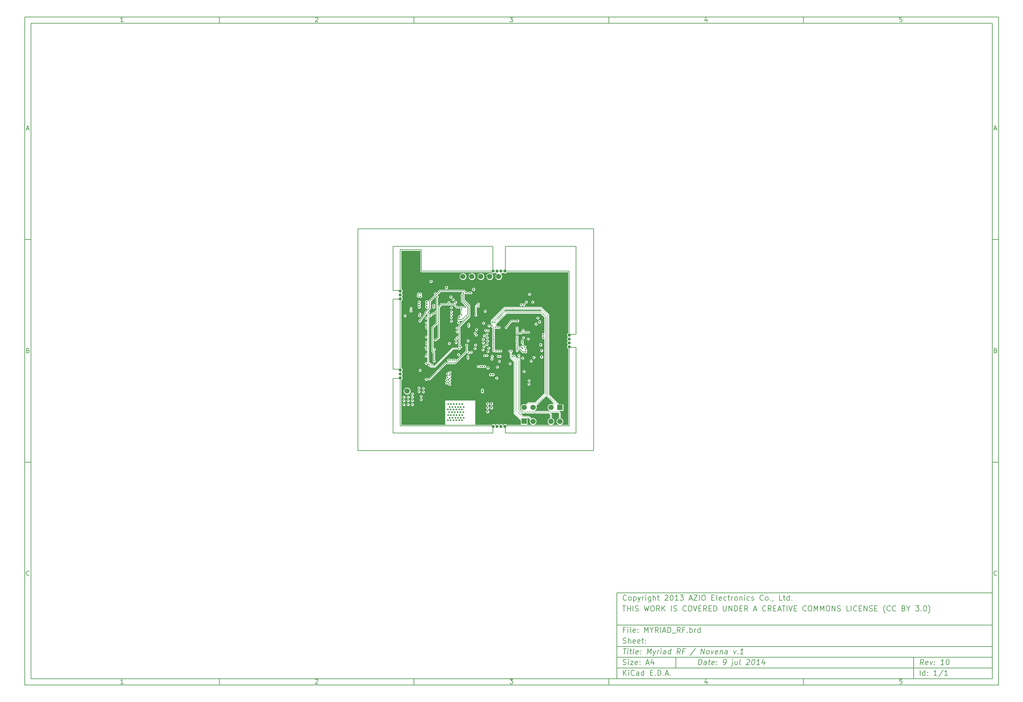
<source format=gbr>
G04 (created by PCBNEW (2013-07-07 BZR 4022)-stable) date 09/07/2014 14:33:10*
%MOIN*%
G04 Gerber Fmt 3.4, Leading zero omitted, Abs format*
%FSLAX34Y34*%
G01*
G70*
G90*
G04 APERTURE LIST*
%ADD10C,0.00590551*%
%ADD11C,0.0077*%
%ADD12C,0.0195*%
%ADD13C,0.0157*%
%ADD14C,0.0354*%
%ADD15C,0.173228*%
%ADD16R,0.0597X0.0597*%
%ADD17C,0.0597*%
%ADD18C,0.15748*%
%ADD19C,0.0590551*%
%ADD20R,0.0590551X0.0590551*%
%ADD21C,0.0432*%
%ADD22C,0.0117*%
%ADD23C,0.0196*%
%ADD24C,0.0138*%
%ADD25C,0.0039*%
G04 APERTURE END LIST*
G54D10*
X4000Y-4000D02*
X112930Y-4000D01*
X112930Y-78680D01*
X4000Y-78680D01*
X4000Y-4000D01*
X4700Y-4700D02*
X112230Y-4700D01*
X112230Y-77980D01*
X4700Y-77980D01*
X4700Y-4700D01*
X25780Y-4000D02*
X25780Y-4700D01*
X15032Y-4552D02*
X14747Y-4552D01*
X14890Y-4552D02*
X14890Y-4052D01*
X14842Y-4123D01*
X14794Y-4171D01*
X14747Y-4195D01*
X25780Y-78680D02*
X25780Y-77980D01*
X15032Y-78532D02*
X14747Y-78532D01*
X14890Y-78532D02*
X14890Y-78032D01*
X14842Y-78103D01*
X14794Y-78151D01*
X14747Y-78175D01*
X47560Y-4000D02*
X47560Y-4700D01*
X36527Y-4100D02*
X36550Y-4076D01*
X36598Y-4052D01*
X36717Y-4052D01*
X36765Y-4076D01*
X36789Y-4100D01*
X36812Y-4147D01*
X36812Y-4195D01*
X36789Y-4266D01*
X36503Y-4552D01*
X36812Y-4552D01*
X47560Y-78680D02*
X47560Y-77980D01*
X36527Y-78080D02*
X36550Y-78056D01*
X36598Y-78032D01*
X36717Y-78032D01*
X36765Y-78056D01*
X36789Y-78080D01*
X36812Y-78127D01*
X36812Y-78175D01*
X36789Y-78246D01*
X36503Y-78532D01*
X36812Y-78532D01*
X69340Y-4000D02*
X69340Y-4700D01*
X58283Y-4052D02*
X58592Y-4052D01*
X58426Y-4242D01*
X58497Y-4242D01*
X58545Y-4266D01*
X58569Y-4290D01*
X58592Y-4338D01*
X58592Y-4457D01*
X58569Y-4504D01*
X58545Y-4528D01*
X58497Y-4552D01*
X58354Y-4552D01*
X58307Y-4528D01*
X58283Y-4504D01*
X69340Y-78680D02*
X69340Y-77980D01*
X58283Y-78032D02*
X58592Y-78032D01*
X58426Y-78222D01*
X58497Y-78222D01*
X58545Y-78246D01*
X58569Y-78270D01*
X58592Y-78318D01*
X58592Y-78437D01*
X58569Y-78484D01*
X58545Y-78508D01*
X58497Y-78532D01*
X58354Y-78532D01*
X58307Y-78508D01*
X58283Y-78484D01*
X91120Y-4000D02*
X91120Y-4700D01*
X80325Y-4219D02*
X80325Y-4552D01*
X80206Y-4028D02*
X80087Y-4385D01*
X80396Y-4385D01*
X91120Y-78680D02*
X91120Y-77980D01*
X80325Y-78199D02*
X80325Y-78532D01*
X80206Y-78008D02*
X80087Y-78365D01*
X80396Y-78365D01*
X102129Y-4052D02*
X101890Y-4052D01*
X101867Y-4290D01*
X101890Y-4266D01*
X101938Y-4242D01*
X102057Y-4242D01*
X102105Y-4266D01*
X102129Y-4290D01*
X102152Y-4338D01*
X102152Y-4457D01*
X102129Y-4504D01*
X102105Y-4528D01*
X102057Y-4552D01*
X101938Y-4552D01*
X101890Y-4528D01*
X101867Y-4504D01*
X102129Y-78032D02*
X101890Y-78032D01*
X101867Y-78270D01*
X101890Y-78246D01*
X101938Y-78222D01*
X102057Y-78222D01*
X102105Y-78246D01*
X102129Y-78270D01*
X102152Y-78318D01*
X102152Y-78437D01*
X102129Y-78484D01*
X102105Y-78508D01*
X102057Y-78532D01*
X101938Y-78532D01*
X101890Y-78508D01*
X101867Y-78484D01*
X4000Y-28890D02*
X4700Y-28890D01*
X4230Y-16509D02*
X4469Y-16509D01*
X4183Y-16652D02*
X4350Y-16152D01*
X4516Y-16652D01*
X112930Y-28890D02*
X112230Y-28890D01*
X112460Y-16509D02*
X112699Y-16509D01*
X112413Y-16652D02*
X112580Y-16152D01*
X112746Y-16652D01*
X4000Y-53780D02*
X4700Y-53780D01*
X4385Y-41280D02*
X4457Y-41304D01*
X4480Y-41328D01*
X4504Y-41375D01*
X4504Y-41447D01*
X4480Y-41494D01*
X4457Y-41518D01*
X4409Y-41542D01*
X4219Y-41542D01*
X4219Y-41042D01*
X4385Y-41042D01*
X4433Y-41066D01*
X4457Y-41090D01*
X4480Y-41137D01*
X4480Y-41185D01*
X4457Y-41232D01*
X4433Y-41256D01*
X4385Y-41280D01*
X4219Y-41280D01*
X112930Y-53780D02*
X112230Y-53780D01*
X112615Y-41280D02*
X112687Y-41304D01*
X112710Y-41328D01*
X112734Y-41375D01*
X112734Y-41447D01*
X112710Y-41494D01*
X112687Y-41518D01*
X112639Y-41542D01*
X112449Y-41542D01*
X112449Y-41042D01*
X112615Y-41042D01*
X112663Y-41066D01*
X112687Y-41090D01*
X112710Y-41137D01*
X112710Y-41185D01*
X112687Y-41232D01*
X112663Y-41256D01*
X112615Y-41280D01*
X112449Y-41280D01*
X4504Y-66384D02*
X4480Y-66408D01*
X4409Y-66432D01*
X4361Y-66432D01*
X4290Y-66408D01*
X4242Y-66360D01*
X4219Y-66313D01*
X4195Y-66218D01*
X4195Y-66146D01*
X4219Y-66051D01*
X4242Y-66003D01*
X4290Y-65956D01*
X4361Y-65932D01*
X4409Y-65932D01*
X4480Y-65956D01*
X4504Y-65980D01*
X112734Y-66384D02*
X112710Y-66408D01*
X112639Y-66432D01*
X112591Y-66432D01*
X112520Y-66408D01*
X112472Y-66360D01*
X112449Y-66313D01*
X112425Y-66218D01*
X112425Y-66146D01*
X112449Y-66051D01*
X112472Y-66003D01*
X112520Y-65956D01*
X112591Y-65932D01*
X112639Y-65932D01*
X112710Y-65956D01*
X112734Y-65980D01*
X79380Y-76422D02*
X79455Y-75822D01*
X79597Y-75822D01*
X79680Y-75851D01*
X79730Y-75908D01*
X79751Y-75965D01*
X79765Y-76080D01*
X79755Y-76165D01*
X79712Y-76280D01*
X79676Y-76337D01*
X79612Y-76394D01*
X79522Y-76422D01*
X79380Y-76422D01*
X80237Y-76422D02*
X80276Y-76108D01*
X80255Y-76051D01*
X80201Y-76022D01*
X80087Y-76022D01*
X80026Y-76051D01*
X80240Y-76394D02*
X80180Y-76422D01*
X80037Y-76422D01*
X79983Y-76394D01*
X79962Y-76337D01*
X79969Y-76280D01*
X80005Y-76222D01*
X80065Y-76194D01*
X80208Y-76194D01*
X80269Y-76165D01*
X80487Y-76022D02*
X80715Y-76022D01*
X80597Y-75822D02*
X80533Y-76337D01*
X80555Y-76394D01*
X80608Y-76422D01*
X80665Y-76422D01*
X81097Y-76394D02*
X81037Y-76422D01*
X80922Y-76422D01*
X80869Y-76394D01*
X80847Y-76337D01*
X80876Y-76108D01*
X80912Y-76051D01*
X80972Y-76022D01*
X81087Y-76022D01*
X81140Y-76051D01*
X81162Y-76108D01*
X81155Y-76165D01*
X80862Y-76222D01*
X81387Y-76365D02*
X81412Y-76394D01*
X81380Y-76422D01*
X81355Y-76394D01*
X81387Y-76365D01*
X81380Y-76422D01*
X81426Y-76051D02*
X81451Y-76080D01*
X81419Y-76108D01*
X81394Y-76080D01*
X81426Y-76051D01*
X81419Y-76108D01*
X82151Y-76422D02*
X82265Y-76422D01*
X82326Y-76394D01*
X82358Y-76365D01*
X82426Y-76280D01*
X82469Y-76165D01*
X82497Y-75937D01*
X82476Y-75880D01*
X82451Y-75851D01*
X82397Y-75822D01*
X82283Y-75822D01*
X82222Y-75851D01*
X82190Y-75880D01*
X82155Y-75937D01*
X82137Y-76080D01*
X82158Y-76137D01*
X82183Y-76165D01*
X82237Y-76194D01*
X82351Y-76194D01*
X82412Y-76165D01*
X82444Y-76137D01*
X82480Y-76080D01*
X83201Y-76022D02*
X83137Y-76537D01*
X83101Y-76594D01*
X83040Y-76622D01*
X83012Y-76622D01*
X83226Y-75822D02*
X83194Y-75851D01*
X83219Y-75880D01*
X83251Y-75851D01*
X83226Y-75822D01*
X83219Y-75880D01*
X83744Y-76022D02*
X83694Y-76422D01*
X83487Y-76022D02*
X83447Y-76337D01*
X83469Y-76394D01*
X83522Y-76422D01*
X83608Y-76422D01*
X83669Y-76394D01*
X83701Y-76365D01*
X84065Y-76422D02*
X84012Y-76394D01*
X83990Y-76337D01*
X84055Y-75822D01*
X84790Y-75880D02*
X84822Y-75851D01*
X84883Y-75822D01*
X85026Y-75822D01*
X85080Y-75851D01*
X85105Y-75880D01*
X85126Y-75937D01*
X85119Y-75994D01*
X85080Y-76080D01*
X84694Y-76422D01*
X85065Y-76422D01*
X85512Y-75822D02*
X85569Y-75822D01*
X85622Y-75851D01*
X85647Y-75880D01*
X85669Y-75937D01*
X85683Y-76051D01*
X85665Y-76194D01*
X85622Y-76308D01*
X85587Y-76365D01*
X85555Y-76394D01*
X85494Y-76422D01*
X85437Y-76422D01*
X85383Y-76394D01*
X85358Y-76365D01*
X85337Y-76308D01*
X85322Y-76194D01*
X85340Y-76051D01*
X85383Y-75937D01*
X85419Y-75880D01*
X85451Y-75851D01*
X85512Y-75822D01*
X86208Y-76422D02*
X85865Y-76422D01*
X86037Y-76422D02*
X86112Y-75822D01*
X86044Y-75908D01*
X85980Y-75965D01*
X85919Y-75994D01*
X86772Y-76022D02*
X86722Y-76422D01*
X86658Y-75794D02*
X86462Y-76222D01*
X86833Y-76222D01*
X70972Y-77622D02*
X70972Y-77022D01*
X71315Y-77622D02*
X71058Y-77280D01*
X71315Y-77022D02*
X70972Y-77365D01*
X71572Y-77622D02*
X71572Y-77222D01*
X71572Y-77022D02*
X71544Y-77051D01*
X71572Y-77080D01*
X71601Y-77051D01*
X71572Y-77022D01*
X71572Y-77080D01*
X72201Y-77565D02*
X72172Y-77594D01*
X72087Y-77622D01*
X72030Y-77622D01*
X71944Y-77594D01*
X71887Y-77537D01*
X71858Y-77480D01*
X71830Y-77365D01*
X71830Y-77280D01*
X71858Y-77165D01*
X71887Y-77108D01*
X71944Y-77051D01*
X72030Y-77022D01*
X72087Y-77022D01*
X72172Y-77051D01*
X72201Y-77080D01*
X72715Y-77622D02*
X72715Y-77308D01*
X72687Y-77251D01*
X72630Y-77222D01*
X72515Y-77222D01*
X72458Y-77251D01*
X72715Y-77594D02*
X72658Y-77622D01*
X72515Y-77622D01*
X72458Y-77594D01*
X72430Y-77537D01*
X72430Y-77480D01*
X72458Y-77422D01*
X72515Y-77394D01*
X72658Y-77394D01*
X72715Y-77365D01*
X73258Y-77622D02*
X73258Y-77022D01*
X73258Y-77594D02*
X73201Y-77622D01*
X73087Y-77622D01*
X73030Y-77594D01*
X73001Y-77565D01*
X72972Y-77508D01*
X72972Y-77337D01*
X73001Y-77280D01*
X73030Y-77251D01*
X73087Y-77222D01*
X73201Y-77222D01*
X73258Y-77251D01*
X74001Y-77308D02*
X74201Y-77308D01*
X74287Y-77622D02*
X74001Y-77622D01*
X74001Y-77022D01*
X74287Y-77022D01*
X74544Y-77565D02*
X74572Y-77594D01*
X74544Y-77622D01*
X74515Y-77594D01*
X74544Y-77565D01*
X74544Y-77622D01*
X74829Y-77622D02*
X74829Y-77022D01*
X74972Y-77022D01*
X75058Y-77051D01*
X75115Y-77108D01*
X75144Y-77165D01*
X75172Y-77280D01*
X75172Y-77365D01*
X75144Y-77480D01*
X75115Y-77537D01*
X75058Y-77594D01*
X74972Y-77622D01*
X74829Y-77622D01*
X75429Y-77565D02*
X75458Y-77594D01*
X75429Y-77622D01*
X75401Y-77594D01*
X75429Y-77565D01*
X75429Y-77622D01*
X75687Y-77451D02*
X75972Y-77451D01*
X75629Y-77622D02*
X75829Y-77022D01*
X76029Y-77622D01*
X76229Y-77565D02*
X76258Y-77594D01*
X76229Y-77622D01*
X76201Y-77594D01*
X76229Y-77565D01*
X76229Y-77622D01*
X104522Y-76422D02*
X104358Y-76137D01*
X104180Y-76422D02*
X104255Y-75822D01*
X104483Y-75822D01*
X104537Y-75851D01*
X104562Y-75880D01*
X104583Y-75937D01*
X104572Y-76022D01*
X104537Y-76080D01*
X104505Y-76108D01*
X104444Y-76137D01*
X104215Y-76137D01*
X105012Y-76394D02*
X104951Y-76422D01*
X104837Y-76422D01*
X104783Y-76394D01*
X104762Y-76337D01*
X104790Y-76108D01*
X104826Y-76051D01*
X104887Y-76022D01*
X105001Y-76022D01*
X105055Y-76051D01*
X105076Y-76108D01*
X105069Y-76165D01*
X104776Y-76222D01*
X105287Y-76022D02*
X105380Y-76422D01*
X105572Y-76022D01*
X105758Y-76365D02*
X105783Y-76394D01*
X105751Y-76422D01*
X105726Y-76394D01*
X105758Y-76365D01*
X105751Y-76422D01*
X105797Y-76051D02*
X105822Y-76080D01*
X105790Y-76108D01*
X105765Y-76080D01*
X105797Y-76051D01*
X105790Y-76108D01*
X106808Y-76422D02*
X106465Y-76422D01*
X106637Y-76422D02*
X106712Y-75822D01*
X106644Y-75908D01*
X106580Y-75965D01*
X106519Y-75994D01*
X107255Y-75822D02*
X107312Y-75822D01*
X107365Y-75851D01*
X107390Y-75880D01*
X107412Y-75937D01*
X107426Y-76051D01*
X107408Y-76194D01*
X107365Y-76308D01*
X107330Y-76365D01*
X107297Y-76394D01*
X107237Y-76422D01*
X107180Y-76422D01*
X107126Y-76394D01*
X107101Y-76365D01*
X107080Y-76308D01*
X107065Y-76194D01*
X107083Y-76051D01*
X107126Y-75937D01*
X107162Y-75880D01*
X107194Y-75851D01*
X107255Y-75822D01*
X70944Y-76394D02*
X71030Y-76422D01*
X71172Y-76422D01*
X71230Y-76394D01*
X71258Y-76365D01*
X71287Y-76308D01*
X71287Y-76251D01*
X71258Y-76194D01*
X71230Y-76165D01*
X71172Y-76137D01*
X71058Y-76108D01*
X71001Y-76080D01*
X70972Y-76051D01*
X70944Y-75994D01*
X70944Y-75937D01*
X70972Y-75880D01*
X71001Y-75851D01*
X71058Y-75822D01*
X71201Y-75822D01*
X71287Y-75851D01*
X71544Y-76422D02*
X71544Y-76022D01*
X71544Y-75822D02*
X71515Y-75851D01*
X71544Y-75880D01*
X71572Y-75851D01*
X71544Y-75822D01*
X71544Y-75880D01*
X71772Y-76022D02*
X72087Y-76022D01*
X71772Y-76422D01*
X72087Y-76422D01*
X72544Y-76394D02*
X72487Y-76422D01*
X72372Y-76422D01*
X72315Y-76394D01*
X72287Y-76337D01*
X72287Y-76108D01*
X72315Y-76051D01*
X72372Y-76022D01*
X72487Y-76022D01*
X72544Y-76051D01*
X72572Y-76108D01*
X72572Y-76165D01*
X72287Y-76222D01*
X72830Y-76365D02*
X72858Y-76394D01*
X72830Y-76422D01*
X72801Y-76394D01*
X72830Y-76365D01*
X72830Y-76422D01*
X72830Y-76051D02*
X72858Y-76080D01*
X72830Y-76108D01*
X72801Y-76080D01*
X72830Y-76051D01*
X72830Y-76108D01*
X73544Y-76251D02*
X73830Y-76251D01*
X73487Y-76422D02*
X73687Y-75822D01*
X73887Y-76422D01*
X74344Y-76022D02*
X74344Y-76422D01*
X74201Y-75794D02*
X74058Y-76222D01*
X74430Y-76222D01*
X104172Y-77622D02*
X104172Y-77022D01*
X104715Y-77622D02*
X104715Y-77022D01*
X104715Y-77594D02*
X104658Y-77622D01*
X104544Y-77622D01*
X104487Y-77594D01*
X104458Y-77565D01*
X104430Y-77508D01*
X104430Y-77337D01*
X104458Y-77280D01*
X104487Y-77251D01*
X104544Y-77222D01*
X104658Y-77222D01*
X104715Y-77251D01*
X105001Y-77565D02*
X105030Y-77594D01*
X105001Y-77622D01*
X104972Y-77594D01*
X105001Y-77565D01*
X105001Y-77622D01*
X105001Y-77251D02*
X105030Y-77280D01*
X105001Y-77308D01*
X104972Y-77280D01*
X105001Y-77251D01*
X105001Y-77308D01*
X106058Y-77622D02*
X105715Y-77622D01*
X105887Y-77622D02*
X105887Y-77022D01*
X105829Y-77108D01*
X105772Y-77165D01*
X105715Y-77194D01*
X106744Y-76994D02*
X106230Y-77765D01*
X107258Y-77622D02*
X106915Y-77622D01*
X107087Y-77622D02*
X107087Y-77022D01*
X107029Y-77108D01*
X106972Y-77165D01*
X106915Y-77194D01*
X70969Y-74622D02*
X71312Y-74622D01*
X71065Y-75222D02*
X71140Y-74622D01*
X71437Y-75222D02*
X71487Y-74822D01*
X71512Y-74622D02*
X71480Y-74651D01*
X71505Y-74680D01*
X71537Y-74651D01*
X71512Y-74622D01*
X71505Y-74680D01*
X71687Y-74822D02*
X71915Y-74822D01*
X71797Y-74622D02*
X71733Y-75137D01*
X71755Y-75194D01*
X71808Y-75222D01*
X71865Y-75222D01*
X72151Y-75222D02*
X72097Y-75194D01*
X72076Y-75137D01*
X72140Y-74622D01*
X72612Y-75194D02*
X72551Y-75222D01*
X72437Y-75222D01*
X72383Y-75194D01*
X72362Y-75137D01*
X72390Y-74908D01*
X72426Y-74851D01*
X72487Y-74822D01*
X72601Y-74822D01*
X72655Y-74851D01*
X72676Y-74908D01*
X72669Y-74965D01*
X72376Y-75022D01*
X72901Y-75165D02*
X72926Y-75194D01*
X72894Y-75222D01*
X72869Y-75194D01*
X72901Y-75165D01*
X72894Y-75222D01*
X72940Y-74851D02*
X72965Y-74880D01*
X72933Y-74908D01*
X72908Y-74880D01*
X72940Y-74851D01*
X72933Y-74908D01*
X73637Y-75222D02*
X73712Y-74622D01*
X73858Y-75051D01*
X74112Y-74622D01*
X74037Y-75222D01*
X74315Y-74822D02*
X74408Y-75222D01*
X74601Y-74822D02*
X74408Y-75222D01*
X74333Y-75365D01*
X74301Y-75394D01*
X74240Y-75422D01*
X74780Y-75222D02*
X74830Y-74822D01*
X74815Y-74937D02*
X74851Y-74880D01*
X74883Y-74851D01*
X74944Y-74822D01*
X75001Y-74822D01*
X75151Y-75222D02*
X75201Y-74822D01*
X75226Y-74622D02*
X75194Y-74651D01*
X75219Y-74680D01*
X75251Y-74651D01*
X75226Y-74622D01*
X75219Y-74680D01*
X75694Y-75222D02*
X75733Y-74908D01*
X75712Y-74851D01*
X75658Y-74822D01*
X75544Y-74822D01*
X75483Y-74851D01*
X75697Y-75194D02*
X75637Y-75222D01*
X75494Y-75222D01*
X75440Y-75194D01*
X75419Y-75137D01*
X75426Y-75080D01*
X75462Y-75022D01*
X75522Y-74994D01*
X75665Y-74994D01*
X75726Y-74965D01*
X76237Y-75222D02*
X76312Y-74622D01*
X76240Y-75194D02*
X76180Y-75222D01*
X76065Y-75222D01*
X76012Y-75194D01*
X75987Y-75165D01*
X75965Y-75108D01*
X75987Y-74937D01*
X76022Y-74880D01*
X76055Y-74851D01*
X76115Y-74822D01*
X76230Y-74822D01*
X76283Y-74851D01*
X77322Y-75222D02*
X77158Y-74937D01*
X76980Y-75222D02*
X77055Y-74622D01*
X77283Y-74622D01*
X77337Y-74651D01*
X77362Y-74680D01*
X77383Y-74737D01*
X77372Y-74822D01*
X77337Y-74880D01*
X77305Y-74908D01*
X77244Y-74937D01*
X77015Y-74937D01*
X77819Y-74908D02*
X77619Y-74908D01*
X77580Y-75222D02*
X77655Y-74622D01*
X77940Y-74622D01*
X79058Y-74594D02*
X78447Y-75365D01*
X79637Y-75222D02*
X79712Y-74622D01*
X79980Y-75222D01*
X80055Y-74622D01*
X80351Y-75222D02*
X80297Y-75194D01*
X80272Y-75165D01*
X80251Y-75108D01*
X80272Y-74937D01*
X80308Y-74880D01*
X80340Y-74851D01*
X80401Y-74822D01*
X80487Y-74822D01*
X80540Y-74851D01*
X80565Y-74880D01*
X80587Y-74937D01*
X80565Y-75108D01*
X80530Y-75165D01*
X80497Y-75194D01*
X80437Y-75222D01*
X80351Y-75222D01*
X80801Y-74822D02*
X80894Y-75222D01*
X81087Y-74822D01*
X81497Y-75194D02*
X81437Y-75222D01*
X81322Y-75222D01*
X81269Y-75194D01*
X81247Y-75137D01*
X81276Y-74908D01*
X81312Y-74851D01*
X81372Y-74822D01*
X81487Y-74822D01*
X81540Y-74851D01*
X81562Y-74908D01*
X81555Y-74965D01*
X81262Y-75022D01*
X81830Y-74822D02*
X81780Y-75222D01*
X81822Y-74880D02*
X81855Y-74851D01*
X81915Y-74822D01*
X82001Y-74822D01*
X82055Y-74851D01*
X82076Y-74908D01*
X82037Y-75222D01*
X82580Y-75222D02*
X82619Y-74908D01*
X82597Y-74851D01*
X82544Y-74822D01*
X82430Y-74822D01*
X82369Y-74851D01*
X82583Y-75194D02*
X82522Y-75222D01*
X82380Y-75222D01*
X82326Y-75194D01*
X82305Y-75137D01*
X82312Y-75080D01*
X82347Y-75022D01*
X82408Y-74994D01*
X82551Y-74994D01*
X82612Y-74965D01*
X83315Y-74822D02*
X83408Y-75222D01*
X83601Y-74822D01*
X83787Y-75165D02*
X83812Y-75194D01*
X83780Y-75222D01*
X83755Y-75194D01*
X83787Y-75165D01*
X83780Y-75222D01*
X84380Y-75222D02*
X84037Y-75222D01*
X84208Y-75222D02*
X84283Y-74622D01*
X84215Y-74708D01*
X84151Y-74765D01*
X84090Y-74794D01*
X71172Y-72508D02*
X70972Y-72508D01*
X70972Y-72822D02*
X70972Y-72222D01*
X71258Y-72222D01*
X71487Y-72822D02*
X71487Y-72422D01*
X71487Y-72222D02*
X71458Y-72251D01*
X71487Y-72280D01*
X71515Y-72251D01*
X71487Y-72222D01*
X71487Y-72280D01*
X71858Y-72822D02*
X71801Y-72794D01*
X71772Y-72737D01*
X71772Y-72222D01*
X72315Y-72794D02*
X72258Y-72822D01*
X72144Y-72822D01*
X72087Y-72794D01*
X72058Y-72737D01*
X72058Y-72508D01*
X72087Y-72451D01*
X72144Y-72422D01*
X72258Y-72422D01*
X72315Y-72451D01*
X72344Y-72508D01*
X72344Y-72565D01*
X72058Y-72622D01*
X72601Y-72765D02*
X72630Y-72794D01*
X72601Y-72822D01*
X72572Y-72794D01*
X72601Y-72765D01*
X72601Y-72822D01*
X72601Y-72451D02*
X72630Y-72480D01*
X72601Y-72508D01*
X72572Y-72480D01*
X72601Y-72451D01*
X72601Y-72508D01*
X73344Y-72822D02*
X73344Y-72222D01*
X73544Y-72651D01*
X73744Y-72222D01*
X73744Y-72822D01*
X74144Y-72537D02*
X74144Y-72822D01*
X73944Y-72222D02*
X74144Y-72537D01*
X74344Y-72222D01*
X74887Y-72822D02*
X74687Y-72537D01*
X74544Y-72822D02*
X74544Y-72222D01*
X74772Y-72222D01*
X74830Y-72251D01*
X74858Y-72280D01*
X74887Y-72337D01*
X74887Y-72422D01*
X74858Y-72480D01*
X74830Y-72508D01*
X74772Y-72537D01*
X74544Y-72537D01*
X75144Y-72822D02*
X75144Y-72222D01*
X75401Y-72651D02*
X75687Y-72651D01*
X75344Y-72822D02*
X75544Y-72222D01*
X75744Y-72822D01*
X75944Y-72822D02*
X75944Y-72222D01*
X76087Y-72222D01*
X76172Y-72251D01*
X76230Y-72308D01*
X76258Y-72365D01*
X76287Y-72480D01*
X76287Y-72565D01*
X76258Y-72680D01*
X76230Y-72737D01*
X76172Y-72794D01*
X76087Y-72822D01*
X75944Y-72822D01*
X76401Y-72880D02*
X76858Y-72880D01*
X77344Y-72822D02*
X77144Y-72537D01*
X77001Y-72822D02*
X77001Y-72222D01*
X77230Y-72222D01*
X77287Y-72251D01*
X77315Y-72280D01*
X77344Y-72337D01*
X77344Y-72422D01*
X77315Y-72480D01*
X77287Y-72508D01*
X77230Y-72537D01*
X77001Y-72537D01*
X77801Y-72508D02*
X77601Y-72508D01*
X77601Y-72822D02*
X77601Y-72222D01*
X77887Y-72222D01*
X78115Y-72765D02*
X78144Y-72794D01*
X78115Y-72822D01*
X78087Y-72794D01*
X78115Y-72765D01*
X78115Y-72822D01*
X78401Y-72822D02*
X78401Y-72222D01*
X78401Y-72451D02*
X78458Y-72422D01*
X78572Y-72422D01*
X78630Y-72451D01*
X78658Y-72480D01*
X78687Y-72537D01*
X78687Y-72708D01*
X78658Y-72765D01*
X78630Y-72794D01*
X78572Y-72822D01*
X78458Y-72822D01*
X78401Y-72794D01*
X78944Y-72822D02*
X78944Y-72422D01*
X78944Y-72537D02*
X78972Y-72480D01*
X79001Y-72451D01*
X79058Y-72422D01*
X79115Y-72422D01*
X79572Y-72822D02*
X79572Y-72222D01*
X79572Y-72794D02*
X79515Y-72822D01*
X79401Y-72822D01*
X79344Y-72794D01*
X79315Y-72765D01*
X79287Y-72708D01*
X79287Y-72537D01*
X79315Y-72480D01*
X79344Y-72451D01*
X79401Y-72422D01*
X79515Y-72422D01*
X79572Y-72451D01*
X70944Y-73994D02*
X71030Y-74022D01*
X71172Y-74022D01*
X71230Y-73994D01*
X71258Y-73965D01*
X71287Y-73908D01*
X71287Y-73851D01*
X71258Y-73794D01*
X71230Y-73765D01*
X71172Y-73737D01*
X71058Y-73708D01*
X71001Y-73680D01*
X70972Y-73651D01*
X70944Y-73594D01*
X70944Y-73537D01*
X70972Y-73480D01*
X71001Y-73451D01*
X71058Y-73422D01*
X71201Y-73422D01*
X71287Y-73451D01*
X71544Y-74022D02*
X71544Y-73422D01*
X71801Y-74022D02*
X71801Y-73708D01*
X71772Y-73651D01*
X71715Y-73622D01*
X71630Y-73622D01*
X71572Y-73651D01*
X71544Y-73680D01*
X72315Y-73994D02*
X72258Y-74022D01*
X72144Y-74022D01*
X72087Y-73994D01*
X72058Y-73937D01*
X72058Y-73708D01*
X72087Y-73651D01*
X72144Y-73622D01*
X72258Y-73622D01*
X72315Y-73651D01*
X72344Y-73708D01*
X72344Y-73765D01*
X72058Y-73822D01*
X72830Y-73994D02*
X72772Y-74022D01*
X72658Y-74022D01*
X72601Y-73994D01*
X72572Y-73937D01*
X72572Y-73708D01*
X72601Y-73651D01*
X72658Y-73622D01*
X72772Y-73622D01*
X72830Y-73651D01*
X72858Y-73708D01*
X72858Y-73765D01*
X72572Y-73822D01*
X73030Y-73622D02*
X73258Y-73622D01*
X73115Y-73422D02*
X73115Y-73937D01*
X73144Y-73994D01*
X73201Y-74022D01*
X73258Y-74022D01*
X73458Y-73965D02*
X73487Y-73994D01*
X73458Y-74022D01*
X73430Y-73994D01*
X73458Y-73965D01*
X73458Y-74022D01*
X73458Y-73651D02*
X73487Y-73680D01*
X73458Y-73708D01*
X73430Y-73680D01*
X73458Y-73651D01*
X73458Y-73708D01*
X70887Y-69822D02*
X71230Y-69822D01*
X71058Y-70422D02*
X71058Y-69822D01*
X71430Y-70422D02*
X71430Y-69822D01*
X71430Y-70108D02*
X71772Y-70108D01*
X71772Y-70422D02*
X71772Y-69822D01*
X72058Y-70422D02*
X72058Y-69822D01*
X72315Y-70394D02*
X72401Y-70422D01*
X72544Y-70422D01*
X72601Y-70394D01*
X72629Y-70365D01*
X72658Y-70308D01*
X72658Y-70251D01*
X72629Y-70194D01*
X72601Y-70165D01*
X72544Y-70137D01*
X72429Y-70108D01*
X72372Y-70080D01*
X72344Y-70051D01*
X72315Y-69994D01*
X72315Y-69937D01*
X72344Y-69880D01*
X72372Y-69851D01*
X72429Y-69822D01*
X72572Y-69822D01*
X72658Y-69851D01*
X73315Y-69822D02*
X73458Y-70422D01*
X73572Y-69994D01*
X73687Y-70422D01*
X73830Y-69822D01*
X74172Y-69822D02*
X74287Y-69822D01*
X74344Y-69851D01*
X74401Y-69908D01*
X74430Y-70022D01*
X74430Y-70222D01*
X74401Y-70337D01*
X74344Y-70394D01*
X74287Y-70422D01*
X74172Y-70422D01*
X74115Y-70394D01*
X74058Y-70337D01*
X74030Y-70222D01*
X74030Y-70022D01*
X74058Y-69908D01*
X74115Y-69851D01*
X74172Y-69822D01*
X75029Y-70422D02*
X74829Y-70137D01*
X74687Y-70422D02*
X74687Y-69822D01*
X74915Y-69822D01*
X74972Y-69851D01*
X75001Y-69880D01*
X75029Y-69937D01*
X75029Y-70022D01*
X75001Y-70080D01*
X74972Y-70108D01*
X74915Y-70137D01*
X74687Y-70137D01*
X75287Y-70422D02*
X75287Y-69822D01*
X75629Y-70422D02*
X75372Y-70080D01*
X75629Y-69822D02*
X75287Y-70165D01*
X76344Y-70422D02*
X76344Y-69822D01*
X76601Y-70394D02*
X76687Y-70422D01*
X76829Y-70422D01*
X76887Y-70394D01*
X76915Y-70365D01*
X76944Y-70308D01*
X76944Y-70251D01*
X76915Y-70194D01*
X76887Y-70165D01*
X76829Y-70137D01*
X76715Y-70108D01*
X76658Y-70080D01*
X76629Y-70051D01*
X76601Y-69994D01*
X76601Y-69937D01*
X76629Y-69880D01*
X76658Y-69851D01*
X76715Y-69822D01*
X76858Y-69822D01*
X76944Y-69851D01*
X78001Y-70365D02*
X77972Y-70394D01*
X77887Y-70422D01*
X77830Y-70422D01*
X77744Y-70394D01*
X77687Y-70337D01*
X77658Y-70280D01*
X77630Y-70165D01*
X77630Y-70080D01*
X77658Y-69965D01*
X77687Y-69908D01*
X77744Y-69851D01*
X77830Y-69822D01*
X77887Y-69822D01*
X77972Y-69851D01*
X78001Y-69880D01*
X78372Y-69822D02*
X78487Y-69822D01*
X78544Y-69851D01*
X78601Y-69908D01*
X78630Y-70022D01*
X78630Y-70222D01*
X78601Y-70337D01*
X78544Y-70394D01*
X78487Y-70422D01*
X78372Y-70422D01*
X78315Y-70394D01*
X78258Y-70337D01*
X78230Y-70222D01*
X78230Y-70022D01*
X78258Y-69908D01*
X78315Y-69851D01*
X78372Y-69822D01*
X78801Y-69822D02*
X79001Y-70422D01*
X79201Y-69822D01*
X79401Y-70108D02*
X79601Y-70108D01*
X79687Y-70422D02*
X79401Y-70422D01*
X79401Y-69822D01*
X79687Y-69822D01*
X80287Y-70422D02*
X80087Y-70137D01*
X79944Y-70422D02*
X79944Y-69822D01*
X80172Y-69822D01*
X80229Y-69851D01*
X80258Y-69880D01*
X80287Y-69937D01*
X80287Y-70022D01*
X80258Y-70080D01*
X80229Y-70108D01*
X80172Y-70137D01*
X79944Y-70137D01*
X80544Y-70108D02*
X80744Y-70108D01*
X80829Y-70422D02*
X80544Y-70422D01*
X80544Y-69822D01*
X80829Y-69822D01*
X81087Y-70422D02*
X81087Y-69822D01*
X81229Y-69822D01*
X81315Y-69851D01*
X81372Y-69908D01*
X81401Y-69965D01*
X81429Y-70080D01*
X81429Y-70165D01*
X81401Y-70280D01*
X81372Y-70337D01*
X81315Y-70394D01*
X81229Y-70422D01*
X81087Y-70422D01*
X82144Y-69822D02*
X82144Y-70308D01*
X82172Y-70365D01*
X82201Y-70394D01*
X82258Y-70422D01*
X82372Y-70422D01*
X82429Y-70394D01*
X82458Y-70365D01*
X82487Y-70308D01*
X82487Y-69822D01*
X82772Y-70422D02*
X82772Y-69822D01*
X83115Y-70422D01*
X83115Y-69822D01*
X83401Y-70422D02*
X83401Y-69822D01*
X83544Y-69822D01*
X83629Y-69851D01*
X83687Y-69908D01*
X83715Y-69965D01*
X83744Y-70080D01*
X83744Y-70165D01*
X83715Y-70280D01*
X83687Y-70337D01*
X83629Y-70394D01*
X83544Y-70422D01*
X83401Y-70422D01*
X84001Y-70108D02*
X84201Y-70108D01*
X84287Y-70422D02*
X84001Y-70422D01*
X84001Y-69822D01*
X84287Y-69822D01*
X84887Y-70422D02*
X84687Y-70137D01*
X84544Y-70422D02*
X84544Y-69822D01*
X84772Y-69822D01*
X84829Y-69851D01*
X84858Y-69880D01*
X84887Y-69937D01*
X84887Y-70022D01*
X84858Y-70080D01*
X84829Y-70108D01*
X84772Y-70137D01*
X84544Y-70137D01*
X85572Y-70251D02*
X85858Y-70251D01*
X85515Y-70422D02*
X85715Y-69822D01*
X85915Y-70422D01*
X86915Y-70365D02*
X86887Y-70394D01*
X86801Y-70422D01*
X86744Y-70422D01*
X86658Y-70394D01*
X86601Y-70337D01*
X86572Y-70280D01*
X86544Y-70165D01*
X86544Y-70080D01*
X86572Y-69965D01*
X86601Y-69908D01*
X86658Y-69851D01*
X86744Y-69822D01*
X86801Y-69822D01*
X86887Y-69851D01*
X86915Y-69880D01*
X87515Y-70422D02*
X87315Y-70137D01*
X87172Y-70422D02*
X87172Y-69822D01*
X87401Y-69822D01*
X87458Y-69851D01*
X87487Y-69880D01*
X87515Y-69937D01*
X87515Y-70022D01*
X87487Y-70080D01*
X87458Y-70108D01*
X87401Y-70137D01*
X87172Y-70137D01*
X87772Y-70108D02*
X87972Y-70108D01*
X88058Y-70422D02*
X87772Y-70422D01*
X87772Y-69822D01*
X88058Y-69822D01*
X88287Y-70251D02*
X88572Y-70251D01*
X88229Y-70422D02*
X88429Y-69822D01*
X88629Y-70422D01*
X88744Y-69822D02*
X89087Y-69822D01*
X88915Y-70422D02*
X88915Y-69822D01*
X89287Y-70422D02*
X89287Y-69822D01*
X89487Y-69822D02*
X89687Y-70422D01*
X89887Y-69822D01*
X90087Y-70108D02*
X90287Y-70108D01*
X90372Y-70422D02*
X90087Y-70422D01*
X90087Y-69822D01*
X90372Y-69822D01*
X91429Y-70365D02*
X91401Y-70394D01*
X91315Y-70422D01*
X91258Y-70422D01*
X91172Y-70394D01*
X91115Y-70337D01*
X91087Y-70280D01*
X91058Y-70165D01*
X91058Y-70080D01*
X91087Y-69965D01*
X91115Y-69908D01*
X91172Y-69851D01*
X91258Y-69822D01*
X91315Y-69822D01*
X91401Y-69851D01*
X91429Y-69880D01*
X91801Y-69822D02*
X91915Y-69822D01*
X91972Y-69851D01*
X92029Y-69908D01*
X92058Y-70022D01*
X92058Y-70222D01*
X92029Y-70337D01*
X91972Y-70394D01*
X91915Y-70422D01*
X91801Y-70422D01*
X91744Y-70394D01*
X91687Y-70337D01*
X91658Y-70222D01*
X91658Y-70022D01*
X91687Y-69908D01*
X91744Y-69851D01*
X91801Y-69822D01*
X92315Y-70422D02*
X92315Y-69822D01*
X92515Y-70251D01*
X92715Y-69822D01*
X92715Y-70422D01*
X93001Y-70422D02*
X93001Y-69822D01*
X93201Y-70251D01*
X93401Y-69822D01*
X93401Y-70422D01*
X93801Y-69822D02*
X93915Y-69822D01*
X93972Y-69851D01*
X94029Y-69908D01*
X94058Y-70022D01*
X94058Y-70222D01*
X94029Y-70337D01*
X93972Y-70394D01*
X93915Y-70422D01*
X93801Y-70422D01*
X93744Y-70394D01*
X93687Y-70337D01*
X93658Y-70222D01*
X93658Y-70022D01*
X93687Y-69908D01*
X93744Y-69851D01*
X93801Y-69822D01*
X94315Y-70422D02*
X94315Y-69822D01*
X94658Y-70422D01*
X94658Y-69822D01*
X94915Y-70394D02*
X95001Y-70422D01*
X95144Y-70422D01*
X95201Y-70394D01*
X95229Y-70365D01*
X95258Y-70308D01*
X95258Y-70251D01*
X95229Y-70194D01*
X95201Y-70165D01*
X95144Y-70137D01*
X95029Y-70108D01*
X94972Y-70080D01*
X94944Y-70051D01*
X94915Y-69994D01*
X94915Y-69937D01*
X94944Y-69880D01*
X94972Y-69851D01*
X95029Y-69822D01*
X95172Y-69822D01*
X95258Y-69851D01*
X96258Y-70422D02*
X95972Y-70422D01*
X95972Y-69822D01*
X96458Y-70422D02*
X96458Y-69822D01*
X97087Y-70365D02*
X97058Y-70394D01*
X96972Y-70422D01*
X96915Y-70422D01*
X96829Y-70394D01*
X96772Y-70337D01*
X96744Y-70280D01*
X96715Y-70165D01*
X96715Y-70080D01*
X96744Y-69965D01*
X96772Y-69908D01*
X96829Y-69851D01*
X96915Y-69822D01*
X96972Y-69822D01*
X97058Y-69851D01*
X97087Y-69880D01*
X97344Y-70108D02*
X97544Y-70108D01*
X97629Y-70422D02*
X97344Y-70422D01*
X97344Y-69822D01*
X97629Y-69822D01*
X97887Y-70422D02*
X97887Y-69822D01*
X98229Y-70422D01*
X98229Y-69822D01*
X98487Y-70394D02*
X98572Y-70422D01*
X98715Y-70422D01*
X98772Y-70394D01*
X98801Y-70365D01*
X98829Y-70308D01*
X98829Y-70251D01*
X98801Y-70194D01*
X98772Y-70165D01*
X98715Y-70137D01*
X98601Y-70108D01*
X98544Y-70080D01*
X98515Y-70051D01*
X98487Y-69994D01*
X98487Y-69937D01*
X98515Y-69880D01*
X98544Y-69851D01*
X98601Y-69822D01*
X98744Y-69822D01*
X98829Y-69851D01*
X99087Y-70108D02*
X99287Y-70108D01*
X99372Y-70422D02*
X99087Y-70422D01*
X99087Y-69822D01*
X99372Y-69822D01*
X100258Y-70651D02*
X100229Y-70622D01*
X100172Y-70537D01*
X100144Y-70480D01*
X100115Y-70394D01*
X100087Y-70251D01*
X100087Y-70137D01*
X100115Y-69994D01*
X100144Y-69908D01*
X100172Y-69851D01*
X100229Y-69765D01*
X100258Y-69737D01*
X100829Y-70365D02*
X100801Y-70394D01*
X100715Y-70422D01*
X100658Y-70422D01*
X100572Y-70394D01*
X100515Y-70337D01*
X100487Y-70280D01*
X100458Y-70165D01*
X100458Y-70080D01*
X100487Y-69965D01*
X100515Y-69908D01*
X100572Y-69851D01*
X100658Y-69822D01*
X100715Y-69822D01*
X100801Y-69851D01*
X100829Y-69880D01*
X101429Y-70365D02*
X101401Y-70394D01*
X101315Y-70422D01*
X101258Y-70422D01*
X101172Y-70394D01*
X101115Y-70337D01*
X101087Y-70280D01*
X101058Y-70165D01*
X101058Y-70080D01*
X101087Y-69965D01*
X101115Y-69908D01*
X101172Y-69851D01*
X101258Y-69822D01*
X101315Y-69822D01*
X101401Y-69851D01*
X101429Y-69880D01*
X102344Y-70108D02*
X102429Y-70137D01*
X102458Y-70165D01*
X102487Y-70222D01*
X102487Y-70308D01*
X102458Y-70365D01*
X102429Y-70394D01*
X102372Y-70422D01*
X102144Y-70422D01*
X102144Y-69822D01*
X102344Y-69822D01*
X102401Y-69851D01*
X102429Y-69880D01*
X102458Y-69937D01*
X102458Y-69994D01*
X102429Y-70051D01*
X102401Y-70080D01*
X102344Y-70108D01*
X102144Y-70108D01*
X102858Y-70137D02*
X102858Y-70422D01*
X102658Y-69822D02*
X102858Y-70137D01*
X103058Y-69822D01*
X103658Y-69822D02*
X104029Y-69822D01*
X103829Y-70051D01*
X103915Y-70051D01*
X103972Y-70080D01*
X104001Y-70108D01*
X104029Y-70165D01*
X104029Y-70308D01*
X104001Y-70365D01*
X103972Y-70394D01*
X103915Y-70422D01*
X103744Y-70422D01*
X103687Y-70394D01*
X103658Y-70365D01*
X104287Y-70365D02*
X104315Y-70394D01*
X104287Y-70422D01*
X104258Y-70394D01*
X104287Y-70365D01*
X104287Y-70422D01*
X104687Y-69822D02*
X104744Y-69822D01*
X104801Y-69851D01*
X104829Y-69880D01*
X104858Y-69937D01*
X104887Y-70051D01*
X104887Y-70194D01*
X104858Y-70308D01*
X104829Y-70365D01*
X104801Y-70394D01*
X104744Y-70422D01*
X104687Y-70422D01*
X104629Y-70394D01*
X104601Y-70365D01*
X104572Y-70308D01*
X104544Y-70194D01*
X104544Y-70051D01*
X104572Y-69937D01*
X104601Y-69880D01*
X104629Y-69851D01*
X104687Y-69822D01*
X105087Y-70651D02*
X105115Y-70622D01*
X105172Y-70537D01*
X105201Y-70480D01*
X105229Y-70394D01*
X105258Y-70251D01*
X105258Y-70137D01*
X105229Y-69994D01*
X105201Y-69908D01*
X105172Y-69851D01*
X105115Y-69765D01*
X105087Y-69737D01*
X71315Y-69165D02*
X71287Y-69194D01*
X71201Y-69222D01*
X71144Y-69222D01*
X71058Y-69194D01*
X71001Y-69137D01*
X70972Y-69080D01*
X70944Y-68965D01*
X70944Y-68880D01*
X70972Y-68765D01*
X71001Y-68708D01*
X71058Y-68651D01*
X71144Y-68622D01*
X71201Y-68622D01*
X71287Y-68651D01*
X71315Y-68680D01*
X71658Y-69222D02*
X71601Y-69194D01*
X71572Y-69165D01*
X71544Y-69108D01*
X71544Y-68937D01*
X71572Y-68880D01*
X71601Y-68851D01*
X71658Y-68822D01*
X71744Y-68822D01*
X71801Y-68851D01*
X71830Y-68880D01*
X71858Y-68937D01*
X71858Y-69108D01*
X71830Y-69165D01*
X71801Y-69194D01*
X71744Y-69222D01*
X71658Y-69222D01*
X72115Y-68822D02*
X72115Y-69422D01*
X72115Y-68851D02*
X72172Y-68822D01*
X72287Y-68822D01*
X72344Y-68851D01*
X72372Y-68880D01*
X72401Y-68937D01*
X72401Y-69108D01*
X72372Y-69165D01*
X72344Y-69194D01*
X72287Y-69222D01*
X72172Y-69222D01*
X72115Y-69194D01*
X72601Y-68822D02*
X72744Y-69222D01*
X72887Y-68822D02*
X72744Y-69222D01*
X72687Y-69365D01*
X72658Y-69394D01*
X72601Y-69422D01*
X73115Y-69222D02*
X73115Y-68822D01*
X73115Y-68937D02*
X73144Y-68880D01*
X73172Y-68851D01*
X73230Y-68822D01*
X73287Y-68822D01*
X73487Y-69222D02*
X73487Y-68822D01*
X73487Y-68622D02*
X73458Y-68651D01*
X73487Y-68680D01*
X73515Y-68651D01*
X73487Y-68622D01*
X73487Y-68680D01*
X74030Y-68822D02*
X74030Y-69308D01*
X74001Y-69365D01*
X73972Y-69394D01*
X73915Y-69422D01*
X73830Y-69422D01*
X73772Y-69394D01*
X74030Y-69194D02*
X73972Y-69222D01*
X73858Y-69222D01*
X73801Y-69194D01*
X73772Y-69165D01*
X73744Y-69108D01*
X73744Y-68937D01*
X73772Y-68880D01*
X73801Y-68851D01*
X73858Y-68822D01*
X73972Y-68822D01*
X74030Y-68851D01*
X74315Y-69222D02*
X74315Y-68622D01*
X74572Y-69222D02*
X74572Y-68908D01*
X74544Y-68851D01*
X74487Y-68822D01*
X74401Y-68822D01*
X74344Y-68851D01*
X74315Y-68880D01*
X74772Y-68822D02*
X75001Y-68822D01*
X74858Y-68622D02*
X74858Y-69137D01*
X74887Y-69194D01*
X74944Y-69222D01*
X75001Y-69222D01*
X75630Y-68680D02*
X75658Y-68651D01*
X75715Y-68622D01*
X75858Y-68622D01*
X75915Y-68651D01*
X75944Y-68680D01*
X75972Y-68737D01*
X75972Y-68794D01*
X75944Y-68880D01*
X75601Y-69222D01*
X75972Y-69222D01*
X76344Y-68622D02*
X76401Y-68622D01*
X76458Y-68651D01*
X76487Y-68680D01*
X76515Y-68737D01*
X76544Y-68851D01*
X76544Y-68994D01*
X76515Y-69108D01*
X76487Y-69165D01*
X76458Y-69194D01*
X76401Y-69222D01*
X76344Y-69222D01*
X76287Y-69194D01*
X76258Y-69165D01*
X76230Y-69108D01*
X76201Y-68994D01*
X76201Y-68851D01*
X76230Y-68737D01*
X76258Y-68680D01*
X76287Y-68651D01*
X76344Y-68622D01*
X77115Y-69222D02*
X76772Y-69222D01*
X76944Y-69222D02*
X76944Y-68622D01*
X76887Y-68708D01*
X76830Y-68765D01*
X76772Y-68794D01*
X77315Y-68622D02*
X77687Y-68622D01*
X77487Y-68851D01*
X77572Y-68851D01*
X77630Y-68880D01*
X77658Y-68908D01*
X77687Y-68965D01*
X77687Y-69108D01*
X77658Y-69165D01*
X77630Y-69194D01*
X77572Y-69222D01*
X77401Y-69222D01*
X77344Y-69194D01*
X77315Y-69165D01*
X78372Y-69051D02*
X78658Y-69051D01*
X78315Y-69222D02*
X78515Y-68622D01*
X78715Y-69222D01*
X78858Y-68622D02*
X79258Y-68622D01*
X78858Y-69222D01*
X79258Y-69222D01*
X79487Y-69222D02*
X79487Y-68622D01*
X79887Y-68622D02*
X80001Y-68622D01*
X80058Y-68651D01*
X80115Y-68708D01*
X80144Y-68822D01*
X80144Y-69022D01*
X80115Y-69137D01*
X80058Y-69194D01*
X80001Y-69222D01*
X79887Y-69222D01*
X79830Y-69194D01*
X79772Y-69137D01*
X79744Y-69022D01*
X79744Y-68822D01*
X79772Y-68708D01*
X79830Y-68651D01*
X79887Y-68622D01*
X80858Y-68908D02*
X81058Y-68908D01*
X81144Y-69222D02*
X80858Y-69222D01*
X80858Y-68622D01*
X81144Y-68622D01*
X81487Y-69222D02*
X81430Y-69194D01*
X81401Y-69137D01*
X81401Y-68622D01*
X81944Y-69194D02*
X81887Y-69222D01*
X81772Y-69222D01*
X81715Y-69194D01*
X81687Y-69137D01*
X81687Y-68908D01*
X81715Y-68851D01*
X81772Y-68822D01*
X81887Y-68822D01*
X81944Y-68851D01*
X81972Y-68908D01*
X81972Y-68965D01*
X81687Y-69022D01*
X82487Y-69194D02*
X82430Y-69222D01*
X82315Y-69222D01*
X82258Y-69194D01*
X82230Y-69165D01*
X82201Y-69108D01*
X82201Y-68937D01*
X82230Y-68880D01*
X82258Y-68851D01*
X82315Y-68822D01*
X82430Y-68822D01*
X82487Y-68851D01*
X82658Y-68822D02*
X82887Y-68822D01*
X82744Y-68622D02*
X82744Y-69137D01*
X82772Y-69194D01*
X82830Y-69222D01*
X82887Y-69222D01*
X83087Y-69222D02*
X83087Y-68822D01*
X83087Y-68937D02*
X83115Y-68880D01*
X83144Y-68851D01*
X83201Y-68822D01*
X83258Y-68822D01*
X83544Y-69222D02*
X83487Y-69194D01*
X83458Y-69165D01*
X83430Y-69108D01*
X83430Y-68937D01*
X83458Y-68880D01*
X83487Y-68851D01*
X83544Y-68822D01*
X83630Y-68822D01*
X83687Y-68851D01*
X83715Y-68880D01*
X83744Y-68937D01*
X83744Y-69108D01*
X83715Y-69165D01*
X83687Y-69194D01*
X83630Y-69222D01*
X83544Y-69222D01*
X84001Y-68822D02*
X84001Y-69222D01*
X84001Y-68880D02*
X84030Y-68851D01*
X84087Y-68822D01*
X84172Y-68822D01*
X84230Y-68851D01*
X84258Y-68908D01*
X84258Y-69222D01*
X84544Y-69222D02*
X84544Y-68822D01*
X84544Y-68622D02*
X84515Y-68651D01*
X84544Y-68680D01*
X84572Y-68651D01*
X84544Y-68622D01*
X84544Y-68680D01*
X85087Y-69194D02*
X85030Y-69222D01*
X84915Y-69222D01*
X84858Y-69194D01*
X84830Y-69165D01*
X84801Y-69108D01*
X84801Y-68937D01*
X84830Y-68880D01*
X84858Y-68851D01*
X84915Y-68822D01*
X85030Y-68822D01*
X85087Y-68851D01*
X85315Y-69194D02*
X85372Y-69222D01*
X85487Y-69222D01*
X85544Y-69194D01*
X85572Y-69137D01*
X85572Y-69108D01*
X85544Y-69051D01*
X85487Y-69022D01*
X85401Y-69022D01*
X85344Y-68994D01*
X85315Y-68937D01*
X85315Y-68908D01*
X85344Y-68851D01*
X85401Y-68822D01*
X85487Y-68822D01*
X85544Y-68851D01*
X86630Y-69165D02*
X86601Y-69194D01*
X86515Y-69222D01*
X86458Y-69222D01*
X86372Y-69194D01*
X86315Y-69137D01*
X86287Y-69080D01*
X86258Y-68965D01*
X86258Y-68880D01*
X86287Y-68765D01*
X86315Y-68708D01*
X86372Y-68651D01*
X86458Y-68622D01*
X86515Y-68622D01*
X86601Y-68651D01*
X86630Y-68680D01*
X86972Y-69222D02*
X86915Y-69194D01*
X86887Y-69165D01*
X86858Y-69108D01*
X86858Y-68937D01*
X86887Y-68880D01*
X86915Y-68851D01*
X86972Y-68822D01*
X87058Y-68822D01*
X87115Y-68851D01*
X87144Y-68880D01*
X87172Y-68937D01*
X87172Y-69108D01*
X87144Y-69165D01*
X87115Y-69194D01*
X87058Y-69222D01*
X86972Y-69222D01*
X87430Y-69165D02*
X87458Y-69194D01*
X87430Y-69222D01*
X87401Y-69194D01*
X87430Y-69165D01*
X87430Y-69222D01*
X87744Y-69194D02*
X87744Y-69222D01*
X87715Y-69280D01*
X87687Y-69308D01*
X88744Y-69222D02*
X88458Y-69222D01*
X88458Y-68622D01*
X88858Y-68822D02*
X89087Y-68822D01*
X88944Y-68622D02*
X88944Y-69137D01*
X88972Y-69194D01*
X89030Y-69222D01*
X89087Y-69222D01*
X89544Y-69222D02*
X89544Y-68622D01*
X89544Y-69194D02*
X89487Y-69222D01*
X89372Y-69222D01*
X89315Y-69194D01*
X89287Y-69165D01*
X89258Y-69108D01*
X89258Y-68937D01*
X89287Y-68880D01*
X89315Y-68851D01*
X89372Y-68822D01*
X89487Y-68822D01*
X89544Y-68851D01*
X89830Y-69165D02*
X89858Y-69194D01*
X89830Y-69222D01*
X89801Y-69194D01*
X89830Y-69165D01*
X89830Y-69222D01*
X70230Y-68380D02*
X70230Y-77980D01*
X70230Y-71980D02*
X112230Y-71980D01*
X70230Y-68380D02*
X112230Y-68380D01*
X70230Y-74380D02*
X112230Y-74380D01*
X103430Y-75580D02*
X103430Y-77980D01*
X70230Y-76780D02*
X112230Y-76780D01*
X70230Y-75580D02*
X112230Y-75580D01*
X76830Y-75580D02*
X76830Y-76780D01*
G54D11*
X46007Y-30019D02*
X48370Y-30019D01*
X48370Y-30019D02*
X48370Y-32401D01*
X48370Y-32401D02*
X56384Y-32401D01*
X46007Y-30019D02*
X46007Y-34570D01*
X41283Y-52483D02*
X41283Y-27680D01*
X67661Y-52483D02*
X41283Y-52483D01*
X67661Y-27680D02*
X67661Y-52483D01*
X41283Y-27680D02*
X67661Y-27680D01*
X64905Y-32401D02*
X64905Y-39492D01*
X57764Y-32401D02*
X64905Y-32401D01*
X57764Y-32401D02*
X57764Y-29648D01*
X65692Y-29650D02*
X57764Y-29650D01*
X65692Y-39492D02*
X65692Y-29650D01*
X64905Y-39492D02*
X65692Y-39492D01*
X57764Y-50515D02*
X57764Y-49728D01*
X65692Y-50515D02*
X57764Y-50515D01*
X65692Y-40948D02*
X65692Y-50515D01*
X64905Y-40948D02*
X65692Y-40948D01*
X64905Y-49728D02*
X64905Y-40948D01*
X57764Y-49728D02*
X64905Y-49728D01*
X45220Y-50515D02*
X45220Y-44413D01*
X56386Y-50515D02*
X45220Y-50515D01*
X56386Y-49728D02*
X56386Y-50515D01*
X46007Y-49728D02*
X56386Y-49728D01*
X46007Y-44413D02*
X46007Y-49728D01*
X46007Y-44413D02*
X45220Y-44413D01*
X45220Y-43390D02*
X45220Y-35555D01*
X46007Y-43390D02*
X45220Y-43390D01*
X46007Y-35555D02*
X46007Y-43390D01*
X46007Y-35555D02*
X45220Y-35555D01*
X46007Y-34570D02*
X45220Y-34570D01*
X45220Y-29648D02*
X45220Y-34570D01*
X45220Y-29648D02*
X56384Y-29648D01*
X56384Y-32401D02*
X56384Y-29648D01*
G54D12*
X48990Y-35830D03*
X48124Y-35869D03*
G54D13*
X48070Y-30669D03*
X61417Y-32755D03*
X61102Y-32755D03*
X61732Y-32755D03*
X62047Y-32755D03*
X63346Y-32755D03*
X63031Y-32755D03*
X62401Y-32755D03*
X62716Y-32755D03*
X57795Y-33267D03*
X63661Y-33110D03*
X60118Y-32755D03*
X59803Y-32755D03*
X60433Y-32755D03*
X60748Y-32755D03*
X64212Y-33740D03*
X63818Y-33464D03*
X48070Y-31850D03*
X50944Y-33031D03*
X59448Y-32755D03*
X59133Y-32755D03*
X58503Y-32755D03*
X58818Y-32755D03*
X46299Y-30669D03*
X56496Y-46283D03*
X50259Y-48314D03*
X50500Y-48822D03*
X50511Y-49444D03*
X48775Y-48657D03*
X63464Y-34153D03*
X63858Y-34153D03*
X64645Y-34881D03*
X63346Y-34704D03*
X64645Y-33740D03*
X64448Y-33464D03*
X63838Y-33818D03*
X63444Y-33818D03*
X63661Y-32755D03*
X64015Y-32755D03*
X58425Y-33267D03*
X59015Y-33307D03*
X64173Y-33188D03*
X63464Y-33464D03*
X64566Y-37696D03*
X62952Y-33275D03*
X63385Y-37696D03*
X63779Y-37696D03*
X62559Y-33275D03*
X62165Y-33275D03*
X61555Y-33799D03*
X64173Y-37696D03*
X64062Y-42602D03*
X64456Y-42602D03*
X63787Y-43003D03*
X64102Y-42996D03*
X63716Y-42606D03*
X64496Y-42996D03*
X64653Y-43744D03*
X64259Y-43744D03*
X63944Y-43751D03*
X62350Y-47901D03*
X64236Y-48503D03*
X62059Y-48488D03*
X64543Y-46566D03*
X62716Y-46909D03*
X61972Y-46921D03*
X60681Y-46791D03*
X47507Y-44417D03*
X46771Y-44763D03*
X47838Y-44417D03*
X47188Y-38574D03*
X47503Y-38574D03*
X47503Y-38968D03*
X47188Y-38968D03*
X50590Y-33031D03*
X52066Y-33681D03*
X54015Y-33740D03*
X47244Y-32283D03*
X51732Y-33681D03*
X47755Y-32165D03*
X46496Y-32145D03*
X47834Y-30314D03*
X48248Y-33149D03*
X55200Y-49358D03*
X55200Y-49043D03*
X54807Y-49043D03*
X54807Y-49358D03*
X56539Y-49358D03*
X56933Y-49043D03*
X56933Y-49358D03*
X56066Y-49358D03*
X55673Y-49358D03*
X49295Y-46720D03*
X48322Y-48732D03*
X50511Y-49129D03*
X49688Y-46720D03*
X50555Y-46720D03*
X50519Y-48062D03*
X50511Y-48531D03*
X50161Y-46720D03*
X48114Y-49358D03*
X48114Y-49043D03*
X48507Y-49043D03*
X48507Y-49358D03*
X58940Y-49240D03*
X58933Y-48818D03*
G54D12*
X51375Y-48500D03*
X51690Y-48500D03*
X52320Y-48500D03*
X52005Y-48500D03*
X52635Y-48500D03*
X52950Y-48500D03*
X53108Y-48815D03*
X52793Y-48815D03*
X52163Y-48815D03*
X52478Y-48815D03*
X51848Y-48815D03*
X51533Y-48815D03*
X52911Y-49091D03*
X52596Y-49091D03*
X51966Y-49091D03*
X52281Y-49091D03*
X51651Y-49091D03*
X51336Y-49091D03*
X51336Y-47871D03*
X51651Y-47871D03*
X52281Y-47871D03*
X51966Y-47871D03*
X52596Y-47871D03*
X52911Y-47871D03*
X53068Y-48185D03*
X52753Y-48185D03*
X52123Y-48185D03*
X52438Y-48185D03*
X51809Y-48185D03*
X51494Y-48185D03*
X51533Y-47595D03*
X51848Y-47595D03*
X52478Y-47595D03*
X52163Y-47595D03*
X52793Y-47595D03*
X53108Y-47595D03*
X52950Y-47280D03*
X52635Y-47280D03*
X52005Y-47280D03*
X52320Y-47280D03*
X51690Y-47280D03*
G54D13*
X48291Y-35232D03*
X51291Y-44267D03*
X51200Y-44602D03*
X51204Y-44925D03*
X51291Y-43874D03*
X51566Y-43716D03*
X51535Y-44736D03*
X51535Y-45066D03*
X51547Y-44413D03*
X51547Y-44082D03*
X48582Y-45511D03*
X48110Y-45866D03*
X48110Y-45472D03*
X48346Y-46771D03*
X48582Y-45905D03*
X48346Y-46417D03*
X47362Y-46141D03*
X46417Y-47322D03*
X46889Y-46889D03*
X47362Y-46889D03*
X47362Y-47322D03*
X46889Y-47322D03*
X46417Y-46496D03*
X46417Y-46889D03*
X47362Y-46496D03*
X64173Y-36909D03*
X63385Y-37303D03*
X63779Y-37303D03*
X64173Y-37303D03*
X63779Y-36909D03*
X64062Y-46303D03*
X63385Y-44291D03*
X64645Y-44094D03*
X47208Y-36555D03*
X48283Y-34952D03*
G54D12*
X51375Y-47280D03*
X48124Y-36145D03*
X48124Y-36421D03*
G54D13*
X54409Y-33740D03*
X63366Y-35964D03*
X49842Y-39291D03*
X48007Y-35212D03*
X47200Y-36862D03*
X47476Y-33153D03*
X47870Y-33153D03*
X52992Y-36181D03*
X55078Y-48464D03*
X58503Y-49409D03*
X61366Y-49437D03*
X64645Y-45196D03*
X57248Y-47539D03*
X64602Y-47311D03*
X64602Y-46996D03*
X63503Y-46732D03*
X64606Y-47637D03*
X64606Y-48425D03*
X64606Y-48897D03*
X64645Y-45511D03*
X63307Y-45551D03*
X64645Y-44409D03*
X63917Y-46893D03*
X63322Y-45913D03*
X63669Y-46303D03*
X63354Y-46311D03*
X64645Y-35708D03*
X64645Y-34547D03*
X58779Y-33779D03*
X64665Y-36003D03*
X62913Y-37519D03*
X59173Y-33779D03*
X63385Y-36909D03*
X64566Y-37303D03*
X64566Y-36909D03*
X64062Y-45909D03*
X63669Y-45909D03*
X55204Y-45704D03*
X57169Y-46870D03*
X57681Y-46870D03*
X56811Y-46299D03*
X59996Y-33263D03*
X59606Y-33267D03*
X61334Y-33263D03*
X61728Y-33263D03*
X60862Y-33263D03*
X60468Y-33263D03*
X61141Y-46338D03*
X62330Y-49421D03*
X57838Y-47460D03*
X61393Y-48484D03*
X56968Y-47834D03*
X58468Y-47578D03*
X58586Y-46870D03*
X52051Y-46326D03*
X58153Y-46870D03*
X51653Y-46338D03*
X61389Y-47940D03*
X61496Y-46338D03*
X62913Y-39842D03*
X63307Y-42559D03*
X52874Y-43464D03*
X46799Y-44799D03*
X49566Y-42283D03*
X63582Y-43740D03*
X49842Y-38858D03*
X49606Y-44803D03*
X50039Y-44803D03*
X49488Y-43858D03*
X62913Y-42204D03*
X63228Y-43818D03*
X62913Y-40275D03*
X46889Y-46496D03*
X63307Y-42992D03*
X62913Y-42637D03*
X46299Y-33877D03*
X46303Y-33511D03*
X51141Y-43149D03*
X51818Y-38976D03*
X53779Y-37795D03*
X54330Y-37795D03*
X47125Y-31102D03*
X49547Y-45464D03*
X47838Y-40023D03*
X46889Y-43661D03*
X47846Y-40444D03*
X51771Y-43149D03*
X54803Y-44094D03*
X55078Y-48031D03*
X57913Y-48511D03*
X47322Y-48421D03*
X47515Y-42799D03*
X47830Y-42799D03*
X46480Y-42826D03*
X46795Y-42826D03*
X46795Y-43220D03*
X46480Y-43220D03*
X47480Y-44015D03*
X47818Y-44047D03*
X47814Y-42448D03*
X47173Y-43413D03*
X48027Y-34964D03*
X46771Y-44842D03*
X47165Y-43031D03*
X47976Y-37669D03*
X47661Y-37669D03*
X46559Y-38968D03*
X46874Y-38968D03*
X46874Y-38574D03*
X46559Y-38574D03*
X50078Y-42283D03*
X47803Y-41759D03*
X47814Y-41500D03*
X49488Y-43385D03*
X46889Y-44015D03*
X47807Y-42094D03*
X47830Y-41137D03*
X47830Y-40807D03*
X51933Y-40673D03*
X47838Y-39535D03*
X47814Y-39251D03*
X52559Y-43700D03*
X52814Y-43976D03*
X46688Y-44830D03*
X46287Y-34224D03*
X49661Y-36700D03*
X61200Y-33799D03*
X56417Y-33779D03*
X62913Y-37874D03*
X46574Y-30314D03*
G54D12*
X56102Y-43975D03*
G54D13*
X59842Y-35078D03*
X59488Y-35433D03*
X59488Y-35078D03*
X59842Y-35433D03*
G54D14*
X46007Y-34630D03*
X46007Y-35063D03*
X46007Y-35496D03*
X46007Y-44335D03*
X46007Y-43902D03*
X46007Y-43469D03*
X64905Y-39571D03*
X64905Y-40004D03*
X64905Y-40437D03*
X64905Y-40870D03*
G54D13*
X58299Y-40354D03*
X58299Y-39921D03*
X58082Y-40138D03*
X58515Y-40138D03*
X61110Y-44704D03*
X60901Y-44921D03*
X58732Y-40354D03*
X57866Y-40354D03*
X57433Y-40354D03*
X57000Y-40354D03*
X56783Y-40571D03*
X57216Y-40571D03*
X57653Y-40571D03*
X58082Y-40571D03*
X58515Y-40571D03*
X58515Y-41004D03*
X58082Y-41004D03*
X57653Y-41004D03*
X57216Y-41004D03*
X56783Y-41004D03*
X57000Y-40787D03*
X57433Y-40787D03*
X58299Y-40787D03*
X57866Y-40787D03*
X58732Y-40787D03*
X58732Y-39921D03*
X57866Y-39921D03*
X57433Y-39921D03*
X57000Y-39921D03*
X56783Y-40138D03*
X57216Y-40138D03*
X57653Y-40138D03*
X58515Y-39705D03*
X58082Y-39705D03*
X57653Y-39705D03*
X57216Y-39705D03*
X56783Y-39705D03*
X57000Y-39488D03*
X57433Y-39488D03*
X58299Y-39488D03*
X57866Y-39488D03*
X58732Y-39488D03*
X58732Y-39055D03*
X57866Y-39055D03*
X58299Y-39055D03*
X57433Y-39055D03*
X57000Y-39055D03*
X56783Y-39272D03*
X57216Y-39272D03*
X57653Y-39272D03*
X58082Y-39272D03*
X58515Y-39272D03*
G54D12*
X48990Y-36401D03*
X48990Y-36106D03*
X56220Y-47676D03*
X56220Y-47243D03*
X55787Y-47242D03*
X55787Y-47676D03*
G54D15*
X57830Y-48523D03*
X47188Y-48523D03*
G54D12*
X56378Y-43975D03*
X55787Y-48109D03*
G54D14*
X56426Y-49768D03*
X56859Y-49768D03*
X57292Y-49768D03*
X57726Y-49768D03*
X56425Y-32401D03*
X56858Y-32401D03*
X57291Y-32401D03*
X57725Y-32401D03*
G54D16*
X46772Y-44821D03*
G54D17*
X46772Y-45821D03*
X59878Y-47641D03*
X60878Y-47641D03*
X61878Y-47641D03*
G54D16*
X63878Y-47661D03*
G54D17*
X62878Y-47641D03*
X63866Y-49212D03*
X62866Y-49212D03*
X61866Y-49212D03*
G54D16*
X59866Y-49192D03*
G54D17*
X60866Y-49212D03*
G54D18*
X47188Y-31200D03*
G54D19*
X57027Y-33011D03*
X56027Y-33011D03*
X55027Y-33011D03*
X54027Y-33011D03*
G54D20*
X52027Y-32991D03*
G54D19*
X53027Y-33011D03*
G54D21*
X49554Y-45454D03*
X49554Y-35062D03*
G54D13*
X56862Y-43141D03*
X61822Y-41291D03*
X61196Y-38330D03*
X61397Y-37645D03*
G54D12*
X61728Y-40646D03*
X61821Y-42018D03*
X61594Y-38083D03*
X55830Y-43224D03*
X55200Y-45885D03*
X52646Y-37508D03*
G54D13*
X59708Y-42137D03*
X59543Y-36161D03*
X55511Y-36889D03*
X55334Y-38236D03*
X60826Y-35866D03*
X57082Y-42503D03*
X58279Y-42751D03*
X60960Y-42062D03*
X60409Y-45023D03*
X59850Y-43614D03*
G54D12*
X54221Y-34441D03*
X51169Y-34244D03*
X62039Y-39803D03*
X62036Y-39500D03*
G54D13*
X48216Y-43503D03*
X49925Y-40086D03*
X53323Y-36453D03*
X48893Y-42464D03*
X48905Y-40161D03*
X48901Y-37925D03*
X50177Y-40200D03*
X50929Y-43311D03*
X47492Y-43685D03*
X51090Y-42133D03*
X51003Y-41393D03*
X48921Y-42161D03*
X49055Y-43803D03*
X48917Y-39562D03*
X49940Y-39763D03*
X50940Y-39082D03*
X51094Y-40944D03*
X50984Y-36716D03*
X49944Y-37401D03*
X49933Y-37992D03*
G54D12*
X52649Y-36641D03*
X52562Y-36169D03*
X47677Y-35555D03*
X49633Y-33795D03*
G54D13*
X64086Y-48303D03*
X63051Y-48295D03*
X61078Y-48374D03*
X60043Y-48385D03*
X60988Y-43496D03*
X61397Y-45185D03*
X61397Y-44476D03*
X59913Y-37594D03*
X60299Y-40748D03*
X59350Y-38141D03*
X55464Y-44161D03*
X47830Y-32657D03*
G54D12*
X55992Y-45866D03*
X55822Y-45444D03*
G54D13*
X53259Y-46578D03*
X52728Y-46582D03*
X52594Y-37153D03*
X53000Y-43842D03*
X52598Y-44078D03*
X51456Y-45870D03*
X50921Y-45870D03*
X47877Y-45177D03*
X47322Y-45228D03*
X47637Y-45122D03*
X48181Y-48401D03*
X48700Y-48397D03*
X54925Y-48188D03*
X61503Y-42574D03*
X61535Y-38960D03*
X60082Y-37503D03*
X61397Y-34818D03*
X61129Y-41519D03*
X46244Y-36692D03*
X46759Y-36692D03*
X46614Y-33661D03*
X47141Y-33228D03*
X46755Y-32881D03*
X54751Y-37464D03*
X55688Y-38244D03*
X56102Y-38358D03*
X55625Y-37952D03*
X55618Y-37275D03*
X58814Y-36251D03*
X55893Y-41598D03*
X56153Y-43082D03*
X58236Y-44590D03*
X57897Y-44240D03*
X57736Y-44220D03*
X57307Y-42767D03*
X57755Y-43456D03*
X58637Y-43488D03*
X58448Y-42476D03*
X60397Y-42381D03*
X58730Y-41380D03*
G54D22*
X59008Y-39544D03*
G54D13*
X59724Y-39515D03*
X57980Y-45417D03*
X58484Y-44791D03*
X58236Y-45503D03*
X57988Y-45078D03*
X58488Y-45078D03*
X57559Y-44248D03*
X55854Y-35370D03*
X56326Y-35374D03*
X55358Y-35003D03*
X55791Y-34342D03*
X55826Y-34523D03*
X55834Y-34838D03*
X55578Y-34224D03*
X58818Y-35181D03*
X59212Y-34700D03*
X60125Y-34696D03*
X60515Y-35574D03*
X59212Y-35862D03*
X57169Y-36799D03*
X58602Y-36791D03*
X57145Y-35783D03*
X58582Y-35787D03*
X60688Y-36342D03*
X59653Y-36342D03*
X60688Y-37720D03*
X61169Y-38944D03*
X61185Y-38633D03*
X59681Y-44362D03*
X59673Y-44681D03*
X59657Y-45027D03*
X60807Y-45389D03*
X60696Y-44433D03*
X60185Y-43594D03*
X61173Y-42181D03*
X54724Y-39173D03*
X61283Y-40799D03*
X61228Y-41854D03*
X61264Y-40071D03*
G54D12*
X50921Y-43799D03*
X48158Y-36717D03*
X48150Y-39079D03*
X48189Y-41437D03*
G54D13*
X52012Y-34799D03*
X54457Y-43477D03*
X54579Y-44225D03*
X60882Y-38087D03*
X60780Y-39406D03*
G54D23*
X56091Y-35378D03*
X55579Y-35130D03*
G54D13*
X48221Y-38386D03*
X48173Y-40748D03*
X59846Y-36161D03*
X48165Y-37402D03*
X60106Y-35862D03*
X48193Y-37205D03*
X60413Y-44641D03*
X49565Y-42918D03*
X49132Y-37012D03*
G54D24*
X59065Y-39144D03*
G54D13*
X55288Y-40421D03*
X55701Y-40618D03*
X55366Y-40819D03*
X55705Y-41839D03*
X51716Y-36496D03*
G54D24*
X59065Y-40325D03*
X56447Y-41309D03*
G54D13*
X53952Y-41460D03*
X51728Y-36952D03*
X59951Y-40876D03*
G54D24*
X59065Y-40522D03*
G54D13*
X51724Y-37275D03*
X52870Y-37327D03*
X52870Y-36629D03*
X59669Y-40425D03*
X55736Y-39831D03*
X50125Y-35279D03*
X49791Y-42476D03*
X60030Y-41211D03*
G54D24*
X59065Y-38947D03*
G54D13*
X59748Y-39020D03*
X48193Y-37984D03*
X53906Y-34843D03*
X52906Y-35095D03*
X52543Y-37827D03*
X51917Y-35578D03*
X60319Y-39984D03*
X60468Y-34992D03*
G54D12*
X49448Y-33559D03*
G54D13*
X46539Y-37393D03*
X57153Y-41940D03*
G54D24*
X59065Y-40915D03*
G54D13*
X59665Y-41039D03*
G54D24*
X59065Y-39341D03*
G54D13*
X60339Y-39244D03*
X56799Y-44362D03*
G54D24*
X57254Y-41339D03*
X59055Y-40128D03*
G54D13*
X56952Y-41933D03*
G54D24*
X56663Y-41339D03*
X59065Y-39931D03*
G54D13*
X56263Y-42240D03*
X55933Y-38528D03*
G54D24*
X56437Y-39734D03*
X56437Y-40325D03*
X57057Y-41339D03*
X57067Y-38720D03*
X56870Y-38720D03*
X58238Y-41339D03*
X56860Y-41339D03*
X59065Y-38750D03*
G54D13*
X55394Y-39638D03*
X53650Y-41536D03*
G54D24*
X56437Y-41112D03*
G54D13*
X53583Y-40201D03*
G54D24*
X56437Y-39931D03*
G54D13*
X55831Y-39047D03*
G54D24*
X56437Y-40915D03*
G54D13*
X53579Y-41925D03*
G54D24*
X56437Y-40128D03*
G54D13*
X54437Y-40677D03*
X55303Y-40032D03*
X53662Y-38355D03*
G54D24*
X56437Y-38750D03*
G54D13*
X55709Y-39445D03*
G54D24*
X59075Y-41112D03*
G54D13*
X60039Y-41437D03*
X52193Y-35890D03*
X59740Y-40740D03*
X51712Y-37610D03*
X59787Y-39870D03*
X54721Y-36075D03*
X54453Y-37319D03*
X55555Y-39028D03*
X59272Y-41807D03*
G54D24*
X56437Y-38947D03*
G54D13*
X53662Y-38555D03*
X60645Y-42460D03*
G54D24*
X59065Y-41309D03*
X56437Y-39537D03*
G54D13*
X54507Y-39547D03*
X54377Y-39366D03*
G54D24*
X56437Y-39341D03*
X57854Y-38720D03*
G54D13*
X59150Y-37972D03*
X53579Y-42122D03*
G54D24*
X56437Y-40719D03*
G54D13*
X55772Y-40232D03*
X55890Y-41016D03*
X55260Y-41209D03*
X55815Y-41406D03*
X55445Y-41846D03*
X56303Y-41937D03*
G54D24*
X56437Y-39144D03*
G54D13*
X54539Y-38956D03*
G54D24*
X56437Y-40522D03*
G54D13*
X54354Y-41070D03*
X59646Y-40225D03*
X54736Y-36331D03*
X49354Y-37402D03*
X53071Y-34862D03*
X52763Y-40874D03*
X48948Y-40354D03*
X52248Y-40394D03*
X52516Y-38162D03*
X48913Y-37649D03*
X52232Y-40016D03*
X48921Y-39767D03*
X52402Y-39815D03*
X48992Y-38783D03*
X52358Y-39153D03*
X48913Y-38586D03*
X52366Y-38772D03*
X48913Y-38188D03*
G54D24*
X59065Y-39734D03*
G54D13*
X51445Y-35929D03*
X48909Y-44492D03*
X53433Y-40677D03*
X56295Y-38574D03*
X56374Y-38137D03*
X56575Y-38130D03*
G54D24*
X56673Y-38711D03*
G54D13*
X49744Y-36425D03*
X49634Y-37205D03*
X49917Y-37012D03*
X49748Y-36225D03*
X51717Y-37992D03*
X52535Y-41732D03*
X48905Y-42720D03*
X52118Y-42354D03*
X48952Y-40551D03*
X54984Y-43063D03*
X51496Y-40503D03*
X55453Y-43067D03*
X48885Y-41933D03*
X51917Y-42355D03*
X48992Y-41736D03*
X51398Y-42355D03*
X48952Y-41145D03*
X51638Y-42355D03*
X48897Y-40944D03*
X54721Y-43055D03*
X49830Y-41153D03*
X55225Y-43067D03*
G54D24*
X59065Y-40719D03*
G54D13*
X51669Y-35288D03*
G54D24*
X58435Y-41339D03*
G54D13*
X58538Y-41932D03*
X59281Y-42067D03*
X58744Y-41909D03*
X49267Y-42913D03*
X52574Y-41070D03*
X49925Y-34925D03*
G54D11*
X49925Y-40086D02*
X50051Y-40086D01*
X50051Y-40086D02*
X50311Y-39826D01*
X52338Y-36453D02*
X51992Y-36107D01*
X51992Y-36107D02*
X50641Y-36107D01*
X50625Y-36107D02*
X50311Y-36421D01*
X50311Y-36421D02*
X50311Y-39826D01*
X50641Y-36107D02*
X50625Y-36107D01*
X53323Y-36453D02*
X52338Y-36453D01*
G54D25*
X49565Y-42918D02*
X49132Y-42593D01*
X49132Y-42593D02*
X49132Y-37012D01*
X52870Y-37327D02*
X52870Y-36755D01*
X52870Y-36755D02*
X52870Y-36630D01*
X52870Y-36630D02*
X52870Y-36629D01*
X52870Y-36752D02*
X52870Y-36755D01*
G54D11*
X49791Y-42476D02*
X49791Y-41515D01*
X50120Y-38221D02*
X50120Y-38221D01*
X49610Y-38732D02*
X50120Y-38221D01*
X49610Y-41334D02*
X49610Y-38732D01*
X49791Y-41515D02*
X49610Y-41334D01*
X50120Y-38221D02*
X50125Y-35279D01*
X49314Y-35776D02*
X49314Y-36540D01*
X53363Y-34843D02*
X53119Y-34599D01*
X53119Y-34599D02*
X50491Y-34599D01*
X50491Y-34599D02*
X49314Y-35776D01*
X48862Y-37162D02*
X48193Y-37984D01*
X53906Y-34843D02*
X53363Y-34843D01*
X48862Y-36992D02*
X48862Y-37162D01*
X49314Y-36540D02*
X48862Y-36992D01*
X52906Y-35095D02*
X52906Y-35752D01*
X52949Y-37827D02*
X52543Y-37827D01*
X53543Y-37232D02*
X52949Y-37827D01*
X53543Y-36389D02*
X53543Y-37232D01*
X52906Y-35752D02*
X53543Y-36389D01*
X59665Y-41039D02*
X59540Y-40915D01*
X59065Y-40915D02*
X59540Y-40915D01*
X59587Y-39244D02*
X59488Y-39343D01*
X59488Y-39343D02*
X59065Y-39341D01*
X59587Y-39244D02*
X60339Y-39244D01*
X60039Y-41437D02*
X59715Y-41437D01*
X59386Y-41114D02*
X59075Y-41112D01*
X59715Y-41437D02*
X59386Y-41114D01*
G54D25*
X54453Y-36343D02*
X54721Y-36075D01*
X54453Y-37319D02*
X54453Y-36343D01*
G54D11*
X59150Y-37972D02*
X58445Y-37972D01*
X58445Y-37972D02*
X57854Y-38720D01*
X52763Y-40874D02*
X52688Y-40874D01*
X53067Y-35646D02*
X53705Y-36284D01*
X53705Y-36284D02*
X53705Y-37484D01*
X53705Y-37484D02*
X52610Y-38579D01*
X52610Y-38579D02*
X52610Y-40513D01*
X53071Y-34862D02*
X53067Y-35646D01*
X52610Y-40795D02*
X52610Y-40513D01*
X52688Y-40874D02*
X52610Y-40795D01*
X53433Y-41366D02*
X52133Y-42665D01*
X52133Y-42665D02*
X51114Y-42665D01*
X51114Y-42665D02*
X49287Y-44492D01*
X49287Y-44492D02*
X48909Y-44492D01*
X53433Y-40677D02*
X53433Y-41366D01*
G54D25*
X56295Y-38574D02*
X56295Y-38299D01*
X56224Y-38228D02*
X56224Y-37968D01*
X56295Y-38299D02*
X56224Y-38228D01*
X57732Y-36482D02*
X57710Y-36482D01*
X57732Y-36482D02*
X61746Y-36482D01*
X63878Y-47661D02*
X63878Y-47539D01*
X63878Y-47539D02*
X62551Y-46212D01*
X62551Y-46212D02*
X62551Y-37287D01*
X62551Y-37287D02*
X61746Y-36482D01*
X57710Y-36482D02*
X56224Y-37968D01*
X56374Y-37952D02*
X56374Y-38137D01*
X57612Y-36714D02*
X57692Y-36633D01*
X57692Y-36633D02*
X61751Y-36633D01*
X57612Y-36714D02*
X56374Y-37952D01*
X63208Y-47311D02*
X62878Y-47641D01*
X63208Y-47078D02*
X63208Y-47311D01*
X62460Y-46330D02*
X63208Y-47078D01*
X62460Y-37342D02*
X62460Y-46330D01*
X61751Y-36633D02*
X62460Y-37342D01*
X60878Y-47641D02*
X60929Y-47641D01*
X57752Y-36952D02*
X56575Y-38130D01*
X61807Y-36952D02*
X57752Y-36952D01*
X62326Y-37472D02*
X61807Y-36952D01*
X62326Y-46244D02*
X62326Y-37472D01*
X60929Y-47641D02*
X62326Y-46244D01*
X56575Y-38130D02*
X56578Y-38130D01*
X56673Y-38711D02*
X56673Y-38264D01*
X60366Y-47153D02*
X59878Y-47641D01*
X61177Y-47153D02*
X60366Y-47153D01*
X62240Y-46090D02*
X61177Y-47153D01*
X62240Y-37518D02*
X62240Y-46090D01*
X61772Y-37051D02*
X62240Y-37518D01*
X57885Y-37051D02*
X61772Y-37051D01*
X56673Y-38264D02*
X57885Y-37051D01*
X58435Y-41339D02*
X58435Y-41490D01*
X59704Y-49192D02*
X59866Y-49192D01*
X58799Y-48287D02*
X59704Y-49192D01*
X58799Y-42496D02*
X58799Y-48287D01*
X58350Y-42047D02*
X58799Y-42496D01*
X58350Y-41574D02*
X58350Y-42047D01*
X58435Y-41490D02*
X58350Y-41574D01*
X58984Y-47996D02*
X58988Y-47996D01*
X58984Y-47996D02*
X58984Y-42377D01*
X58538Y-41932D02*
X58984Y-42377D01*
X60346Y-48692D02*
X60866Y-49212D01*
X59685Y-48692D02*
X60346Y-48692D01*
X58988Y-47996D02*
X59685Y-48692D01*
X58538Y-41932D02*
X58538Y-41939D01*
X63866Y-49212D02*
X63866Y-48279D01*
X59338Y-42124D02*
X59281Y-42067D01*
X59338Y-47893D02*
X59338Y-42124D01*
X59562Y-48118D02*
X59338Y-47893D01*
X63704Y-48118D02*
X59562Y-48118D01*
X63866Y-48279D02*
X63704Y-48118D01*
X58744Y-41909D02*
X58744Y-41948D01*
X62866Y-48405D02*
X62866Y-49212D01*
X62692Y-48232D02*
X62866Y-48405D01*
X59523Y-48232D02*
X62692Y-48232D01*
X59232Y-47940D02*
X59523Y-48232D01*
X59232Y-42437D02*
X59232Y-47940D01*
X58744Y-41948D02*
X59232Y-42437D01*
X51889Y-41070D02*
X49850Y-43110D01*
X49850Y-43110D02*
X49464Y-43110D01*
X49464Y-43110D02*
X49267Y-42913D01*
X52574Y-41070D02*
X51889Y-41070D01*
G54D10*
G36*
X49989Y-35392D02*
X49987Y-36850D01*
X49952Y-36836D01*
X49924Y-36836D01*
X49924Y-36190D01*
X49897Y-36125D01*
X49847Y-36075D01*
X49783Y-36049D01*
X49713Y-36048D01*
X49648Y-36075D01*
X49598Y-36125D01*
X49572Y-36189D01*
X49571Y-36259D01*
X49597Y-36322D01*
X49594Y-36325D01*
X49568Y-36389D01*
X49567Y-36459D01*
X49594Y-36524D01*
X49644Y-36574D01*
X49708Y-36600D01*
X49778Y-36601D01*
X49843Y-36574D01*
X49893Y-36524D01*
X49919Y-36460D01*
X49920Y-36390D01*
X49894Y-36327D01*
X49897Y-36324D01*
X49923Y-36260D01*
X49924Y-36190D01*
X49924Y-36836D01*
X49882Y-36835D01*
X49817Y-36862D01*
X49767Y-36912D01*
X49741Y-36976D01*
X49740Y-37046D01*
X49752Y-37074D01*
X49733Y-37055D01*
X49669Y-37029D01*
X49599Y-37028D01*
X49534Y-37055D01*
X49484Y-37105D01*
X49458Y-37169D01*
X49457Y-37239D01*
X49470Y-37269D01*
X49453Y-37252D01*
X49389Y-37226D01*
X49319Y-37225D01*
X49254Y-37252D01*
X49249Y-37258D01*
X49249Y-37143D01*
X49281Y-37111D01*
X49307Y-37047D01*
X49308Y-36977D01*
X49281Y-36912D01*
X49231Y-36862D01*
X49197Y-36848D01*
X49410Y-36636D01*
X49439Y-36592D01*
X49439Y-36592D01*
X49450Y-36540D01*
X49450Y-35832D01*
X49955Y-35327D01*
X49976Y-35379D01*
X49989Y-35392D01*
X49989Y-35392D01*
G37*
G54D25*
X49989Y-35392D02*
X49987Y-36850D01*
X49952Y-36836D01*
X49924Y-36836D01*
X49924Y-36190D01*
X49897Y-36125D01*
X49847Y-36075D01*
X49783Y-36049D01*
X49713Y-36048D01*
X49648Y-36075D01*
X49598Y-36125D01*
X49572Y-36189D01*
X49571Y-36259D01*
X49597Y-36322D01*
X49594Y-36325D01*
X49568Y-36389D01*
X49567Y-36459D01*
X49594Y-36524D01*
X49644Y-36574D01*
X49708Y-36600D01*
X49778Y-36601D01*
X49843Y-36574D01*
X49893Y-36524D01*
X49919Y-36460D01*
X49920Y-36390D01*
X49894Y-36327D01*
X49897Y-36324D01*
X49923Y-36260D01*
X49924Y-36190D01*
X49924Y-36836D01*
X49882Y-36835D01*
X49817Y-36862D01*
X49767Y-36912D01*
X49741Y-36976D01*
X49740Y-37046D01*
X49752Y-37074D01*
X49733Y-37055D01*
X49669Y-37029D01*
X49599Y-37028D01*
X49534Y-37055D01*
X49484Y-37105D01*
X49458Y-37169D01*
X49457Y-37239D01*
X49470Y-37269D01*
X49453Y-37252D01*
X49389Y-37226D01*
X49319Y-37225D01*
X49254Y-37252D01*
X49249Y-37258D01*
X49249Y-37143D01*
X49281Y-37111D01*
X49307Y-37047D01*
X49308Y-36977D01*
X49281Y-36912D01*
X49231Y-36862D01*
X49197Y-36848D01*
X49410Y-36636D01*
X49439Y-36592D01*
X49439Y-36592D01*
X49450Y-36540D01*
X49450Y-35832D01*
X49955Y-35327D01*
X49976Y-35379D01*
X49989Y-35392D01*
G54D10*
G36*
X53253Y-36291D02*
X53223Y-36303D01*
X53210Y-36317D01*
X52394Y-36317D01*
X52132Y-36055D01*
X52157Y-36065D01*
X52227Y-36066D01*
X52292Y-36039D01*
X52342Y-35989D01*
X52368Y-35925D01*
X52369Y-35855D01*
X52342Y-35790D01*
X52292Y-35740D01*
X52228Y-35714D01*
X52158Y-35713D01*
X52093Y-35740D01*
X52093Y-35740D01*
X52093Y-35543D01*
X52066Y-35479D01*
X52017Y-35429D01*
X51952Y-35402D01*
X51882Y-35402D01*
X51845Y-35418D01*
X51845Y-35253D01*
X51818Y-35188D01*
X51768Y-35138D01*
X51704Y-35112D01*
X51634Y-35111D01*
X51569Y-35138D01*
X51519Y-35188D01*
X51493Y-35252D01*
X51492Y-35322D01*
X51519Y-35387D01*
X51569Y-35437D01*
X51633Y-35463D01*
X51703Y-35464D01*
X51768Y-35437D01*
X51818Y-35387D01*
X51844Y-35323D01*
X51845Y-35253D01*
X51845Y-35418D01*
X51817Y-35429D01*
X51768Y-35478D01*
X51741Y-35543D01*
X51741Y-35613D01*
X51768Y-35678D01*
X51817Y-35727D01*
X51882Y-35754D01*
X51952Y-35754D01*
X52016Y-35728D01*
X52066Y-35678D01*
X52093Y-35613D01*
X52093Y-35543D01*
X52093Y-35740D01*
X52043Y-35790D01*
X52017Y-35854D01*
X52016Y-35924D01*
X52039Y-35980D01*
X51992Y-35971D01*
X51618Y-35971D01*
X51620Y-35964D01*
X51621Y-35894D01*
X51594Y-35829D01*
X51544Y-35779D01*
X51480Y-35753D01*
X51410Y-35752D01*
X51345Y-35779D01*
X51295Y-35829D01*
X51269Y-35893D01*
X51268Y-35963D01*
X51271Y-35971D01*
X50641Y-35971D01*
X50625Y-35971D01*
X50573Y-35981D01*
X50529Y-36010D01*
X50260Y-36279D01*
X50261Y-35392D01*
X50275Y-35379D01*
X50301Y-35314D01*
X50302Y-35244D01*
X50275Y-35179D01*
X50225Y-35130D01*
X50173Y-35108D01*
X50547Y-34735D01*
X52949Y-34735D01*
X52921Y-34762D01*
X52895Y-34826D01*
X52894Y-34896D01*
X52904Y-34918D01*
X52871Y-34918D01*
X52806Y-34945D01*
X52756Y-34995D01*
X52730Y-35059D01*
X52729Y-35129D01*
X52756Y-35194D01*
X52770Y-35207D01*
X52770Y-35752D01*
X52780Y-35804D01*
X52809Y-35848D01*
X53253Y-36291D01*
X53253Y-36291D01*
G37*
G54D25*
X53253Y-36291D02*
X53223Y-36303D01*
X53210Y-36317D01*
X52394Y-36317D01*
X52132Y-36055D01*
X52157Y-36065D01*
X52227Y-36066D01*
X52292Y-36039D01*
X52342Y-35989D01*
X52368Y-35925D01*
X52369Y-35855D01*
X52342Y-35790D01*
X52292Y-35740D01*
X52228Y-35714D01*
X52158Y-35713D01*
X52093Y-35740D01*
X52093Y-35740D01*
X52093Y-35543D01*
X52066Y-35479D01*
X52017Y-35429D01*
X51952Y-35402D01*
X51882Y-35402D01*
X51845Y-35418D01*
X51845Y-35253D01*
X51818Y-35188D01*
X51768Y-35138D01*
X51704Y-35112D01*
X51634Y-35111D01*
X51569Y-35138D01*
X51519Y-35188D01*
X51493Y-35252D01*
X51492Y-35322D01*
X51519Y-35387D01*
X51569Y-35437D01*
X51633Y-35463D01*
X51703Y-35464D01*
X51768Y-35437D01*
X51818Y-35387D01*
X51844Y-35323D01*
X51845Y-35253D01*
X51845Y-35418D01*
X51817Y-35429D01*
X51768Y-35478D01*
X51741Y-35543D01*
X51741Y-35613D01*
X51768Y-35678D01*
X51817Y-35727D01*
X51882Y-35754D01*
X51952Y-35754D01*
X52016Y-35728D01*
X52066Y-35678D01*
X52093Y-35613D01*
X52093Y-35543D01*
X52093Y-35740D01*
X52043Y-35790D01*
X52017Y-35854D01*
X52016Y-35924D01*
X52039Y-35980D01*
X51992Y-35971D01*
X51618Y-35971D01*
X51620Y-35964D01*
X51621Y-35894D01*
X51594Y-35829D01*
X51544Y-35779D01*
X51480Y-35753D01*
X51410Y-35752D01*
X51345Y-35779D01*
X51295Y-35829D01*
X51269Y-35893D01*
X51268Y-35963D01*
X51271Y-35971D01*
X50641Y-35971D01*
X50625Y-35971D01*
X50573Y-35981D01*
X50529Y-36010D01*
X50260Y-36279D01*
X50261Y-35392D01*
X50275Y-35379D01*
X50301Y-35314D01*
X50302Y-35244D01*
X50275Y-35179D01*
X50225Y-35130D01*
X50173Y-35108D01*
X50547Y-34735D01*
X52949Y-34735D01*
X52921Y-34762D01*
X52895Y-34826D01*
X52894Y-34896D01*
X52904Y-34918D01*
X52871Y-34918D01*
X52806Y-34945D01*
X52756Y-34995D01*
X52730Y-35059D01*
X52729Y-35129D01*
X52756Y-35194D01*
X52770Y-35207D01*
X52770Y-35752D01*
X52780Y-35804D01*
X52809Y-35848D01*
X53253Y-36291D01*
G54D10*
G36*
X53569Y-37427D02*
X52513Y-38482D01*
X52484Y-38526D01*
X52474Y-38579D01*
X52474Y-38631D01*
X52465Y-38622D01*
X52401Y-38596D01*
X52331Y-38595D01*
X52266Y-38622D01*
X52216Y-38672D01*
X52190Y-38736D01*
X52189Y-38806D01*
X52216Y-38871D01*
X52266Y-38921D01*
X52330Y-38947D01*
X52400Y-38948D01*
X52465Y-38921D01*
X52474Y-38912D01*
X52474Y-39020D01*
X52458Y-39004D01*
X52393Y-38977D01*
X52323Y-38977D01*
X52258Y-39004D01*
X52209Y-39053D01*
X52182Y-39118D01*
X52182Y-39188D01*
X52208Y-39253D01*
X52258Y-39302D01*
X52323Y-39329D01*
X52393Y-39329D01*
X52457Y-39302D01*
X52474Y-39286D01*
X52474Y-39654D01*
X52437Y-39639D01*
X52367Y-39638D01*
X52302Y-39665D01*
X52252Y-39715D01*
X52226Y-39779D01*
X52225Y-39839D01*
X52197Y-39839D01*
X52132Y-39866D01*
X52082Y-39916D01*
X52056Y-39980D01*
X52055Y-40050D01*
X52082Y-40115D01*
X52132Y-40165D01*
X52196Y-40191D01*
X52266Y-40192D01*
X52331Y-40165D01*
X52381Y-40115D01*
X52407Y-40051D01*
X52408Y-39991D01*
X52436Y-39991D01*
X52474Y-39975D01*
X52474Y-40513D01*
X52474Y-40795D01*
X52484Y-40847D01*
X52513Y-40891D01*
X52524Y-40901D01*
X52475Y-40921D01*
X52442Y-40953D01*
X52424Y-40953D01*
X52424Y-40359D01*
X52397Y-40294D01*
X52347Y-40244D01*
X52283Y-40218D01*
X52213Y-40217D01*
X52148Y-40244D01*
X52098Y-40294D01*
X52072Y-40358D01*
X52071Y-40428D01*
X52098Y-40493D01*
X52148Y-40543D01*
X52212Y-40569D01*
X52282Y-40570D01*
X52347Y-40543D01*
X52397Y-40493D01*
X52423Y-40429D01*
X52424Y-40359D01*
X52424Y-40953D01*
X51904Y-40953D01*
X51904Y-36917D01*
X51892Y-36889D01*
X51892Y-36461D01*
X51865Y-36396D01*
X51816Y-36346D01*
X51751Y-36320D01*
X51681Y-36320D01*
X51616Y-36346D01*
X51567Y-36396D01*
X51540Y-36460D01*
X51540Y-36530D01*
X51567Y-36595D01*
X51616Y-36645D01*
X51681Y-36672D01*
X51751Y-36672D01*
X51816Y-36645D01*
X51865Y-36595D01*
X51892Y-36531D01*
X51892Y-36461D01*
X51892Y-36889D01*
X51877Y-36853D01*
X51828Y-36803D01*
X51763Y-36776D01*
X51693Y-36776D01*
X51628Y-36803D01*
X51579Y-36852D01*
X51552Y-36917D01*
X51552Y-36987D01*
X51579Y-37052D01*
X51628Y-37101D01*
X51656Y-37113D01*
X51624Y-37126D01*
X51575Y-37175D01*
X51548Y-37240D01*
X51548Y-37310D01*
X51575Y-37375D01*
X51624Y-37424D01*
X51662Y-37440D01*
X51613Y-37460D01*
X51563Y-37510D01*
X51536Y-37575D01*
X51536Y-37645D01*
X51563Y-37709D01*
X51612Y-37759D01*
X51677Y-37786D01*
X51747Y-37786D01*
X51812Y-37759D01*
X51861Y-37710D01*
X51888Y-37645D01*
X51888Y-37575D01*
X51861Y-37510D01*
X51812Y-37461D01*
X51774Y-37445D01*
X51823Y-37424D01*
X51873Y-37375D01*
X51900Y-37310D01*
X51900Y-37240D01*
X51873Y-37176D01*
X51824Y-37126D01*
X51796Y-37114D01*
X51827Y-37102D01*
X51877Y-37052D01*
X51904Y-36987D01*
X51904Y-36917D01*
X51904Y-40953D01*
X51893Y-40953D01*
X51893Y-37957D01*
X51866Y-37892D01*
X51816Y-37842D01*
X51752Y-37816D01*
X51682Y-37815D01*
X51617Y-37842D01*
X51567Y-37892D01*
X51541Y-37956D01*
X51540Y-38026D01*
X51567Y-38091D01*
X51617Y-38141D01*
X51681Y-38167D01*
X51751Y-38168D01*
X51816Y-38141D01*
X51866Y-38091D01*
X51892Y-38027D01*
X51893Y-37957D01*
X51893Y-40953D01*
X51889Y-40953D01*
X51844Y-40962D01*
X51807Y-40988D01*
X51672Y-41123D01*
X51672Y-40469D01*
X51645Y-40404D01*
X51595Y-40354D01*
X51531Y-40327D01*
X51461Y-40327D01*
X51396Y-40354D01*
X51346Y-40404D01*
X51320Y-40468D01*
X51320Y-40538D01*
X51346Y-40603D01*
X51396Y-40653D01*
X51460Y-40679D01*
X51530Y-40679D01*
X51595Y-40653D01*
X51645Y-40603D01*
X51672Y-40539D01*
X51672Y-40469D01*
X51672Y-41123D01*
X49801Y-42993D01*
X49724Y-42993D01*
X49740Y-42953D01*
X49741Y-42883D01*
X49714Y-42818D01*
X49664Y-42768D01*
X49600Y-42742D01*
X49530Y-42741D01*
X49527Y-42743D01*
X49249Y-42534D01*
X49249Y-37545D01*
X49254Y-37551D01*
X49318Y-37577D01*
X49388Y-37578D01*
X49453Y-37551D01*
X49503Y-37501D01*
X49529Y-37437D01*
X49530Y-37367D01*
X49517Y-37337D01*
X49534Y-37354D01*
X49598Y-37380D01*
X49668Y-37381D01*
X49733Y-37354D01*
X49783Y-37304D01*
X49809Y-37240D01*
X49810Y-37170D01*
X49798Y-37142D01*
X49817Y-37161D01*
X49881Y-37187D01*
X49951Y-37188D01*
X49986Y-37173D01*
X49984Y-38165D01*
X49514Y-38636D01*
X49484Y-38680D01*
X49474Y-38732D01*
X49474Y-41334D01*
X49484Y-41386D01*
X49514Y-41430D01*
X49655Y-41572D01*
X49655Y-42363D01*
X49642Y-42376D01*
X49615Y-42441D01*
X49615Y-42511D01*
X49642Y-42575D01*
X49691Y-42625D01*
X49756Y-42652D01*
X49826Y-42652D01*
X49890Y-42625D01*
X49940Y-42576D01*
X49967Y-42511D01*
X49967Y-42441D01*
X49940Y-42376D01*
X49927Y-42363D01*
X49927Y-41515D01*
X49916Y-41463D01*
X49887Y-41419D01*
X49797Y-41329D01*
X49865Y-41329D01*
X49930Y-41302D01*
X49979Y-41253D01*
X50006Y-41188D01*
X50006Y-41118D01*
X49980Y-41053D01*
X49930Y-41004D01*
X49865Y-40977D01*
X49795Y-40977D01*
X49746Y-40998D01*
X49746Y-38788D01*
X50175Y-38359D01*
X50175Y-39770D01*
X50012Y-39932D01*
X49960Y-39910D01*
X49890Y-39910D01*
X49825Y-39937D01*
X49776Y-39986D01*
X49749Y-40051D01*
X49749Y-40121D01*
X49775Y-40186D01*
X49825Y-40235D01*
X49890Y-40262D01*
X49960Y-40262D01*
X50024Y-40235D01*
X50038Y-40222D01*
X50051Y-40222D01*
X50103Y-40212D01*
X50147Y-40182D01*
X50407Y-39922D01*
X50407Y-39922D01*
X50407Y-39922D01*
X50436Y-39878D01*
X50436Y-39878D01*
X50447Y-39826D01*
X50447Y-39826D01*
X50447Y-36477D01*
X50681Y-36243D01*
X51935Y-36243D01*
X52241Y-36549D01*
X52285Y-36578D01*
X52285Y-36578D01*
X52338Y-36589D01*
X52696Y-36589D01*
X52694Y-36594D01*
X52694Y-36664D01*
X52720Y-36729D01*
X52753Y-36761D01*
X52753Y-37195D01*
X52720Y-37227D01*
X52694Y-37291D01*
X52694Y-37316D01*
X52684Y-37313D01*
X52607Y-37312D01*
X52535Y-37342D01*
X52480Y-37397D01*
X52451Y-37469D01*
X52450Y-37546D01*
X52480Y-37618D01*
X52513Y-37650D01*
X52508Y-37650D01*
X52443Y-37677D01*
X52393Y-37727D01*
X52367Y-37791D01*
X52366Y-37861D01*
X52393Y-37926D01*
X52443Y-37976D01*
X52474Y-37988D01*
X52416Y-38012D01*
X52366Y-38062D01*
X52340Y-38126D01*
X52339Y-38196D01*
X52366Y-38261D01*
X52416Y-38311D01*
X52480Y-38337D01*
X52550Y-38338D01*
X52615Y-38311D01*
X52665Y-38261D01*
X52691Y-38197D01*
X52692Y-38127D01*
X52665Y-38062D01*
X52615Y-38012D01*
X52584Y-38000D01*
X52642Y-37976D01*
X52655Y-37963D01*
X52949Y-37963D01*
X53001Y-37952D01*
X53045Y-37923D01*
X53569Y-37399D01*
X53569Y-37427D01*
X53569Y-37427D01*
G37*
G54D25*
X53569Y-37427D02*
X52513Y-38482D01*
X52484Y-38526D01*
X52474Y-38579D01*
X52474Y-38631D01*
X52465Y-38622D01*
X52401Y-38596D01*
X52331Y-38595D01*
X52266Y-38622D01*
X52216Y-38672D01*
X52190Y-38736D01*
X52189Y-38806D01*
X52216Y-38871D01*
X52266Y-38921D01*
X52330Y-38947D01*
X52400Y-38948D01*
X52465Y-38921D01*
X52474Y-38912D01*
X52474Y-39020D01*
X52458Y-39004D01*
X52393Y-38977D01*
X52323Y-38977D01*
X52258Y-39004D01*
X52209Y-39053D01*
X52182Y-39118D01*
X52182Y-39188D01*
X52208Y-39253D01*
X52258Y-39302D01*
X52323Y-39329D01*
X52393Y-39329D01*
X52457Y-39302D01*
X52474Y-39286D01*
X52474Y-39654D01*
X52437Y-39639D01*
X52367Y-39638D01*
X52302Y-39665D01*
X52252Y-39715D01*
X52226Y-39779D01*
X52225Y-39839D01*
X52197Y-39839D01*
X52132Y-39866D01*
X52082Y-39916D01*
X52056Y-39980D01*
X52055Y-40050D01*
X52082Y-40115D01*
X52132Y-40165D01*
X52196Y-40191D01*
X52266Y-40192D01*
X52331Y-40165D01*
X52381Y-40115D01*
X52407Y-40051D01*
X52408Y-39991D01*
X52436Y-39991D01*
X52474Y-39975D01*
X52474Y-40513D01*
X52474Y-40795D01*
X52484Y-40847D01*
X52513Y-40891D01*
X52524Y-40901D01*
X52475Y-40921D01*
X52442Y-40953D01*
X52424Y-40953D01*
X52424Y-40359D01*
X52397Y-40294D01*
X52347Y-40244D01*
X52283Y-40218D01*
X52213Y-40217D01*
X52148Y-40244D01*
X52098Y-40294D01*
X52072Y-40358D01*
X52071Y-40428D01*
X52098Y-40493D01*
X52148Y-40543D01*
X52212Y-40569D01*
X52282Y-40570D01*
X52347Y-40543D01*
X52397Y-40493D01*
X52423Y-40429D01*
X52424Y-40359D01*
X52424Y-40953D01*
X51904Y-40953D01*
X51904Y-36917D01*
X51892Y-36889D01*
X51892Y-36461D01*
X51865Y-36396D01*
X51816Y-36346D01*
X51751Y-36320D01*
X51681Y-36320D01*
X51616Y-36346D01*
X51567Y-36396D01*
X51540Y-36460D01*
X51540Y-36530D01*
X51567Y-36595D01*
X51616Y-36645D01*
X51681Y-36672D01*
X51751Y-36672D01*
X51816Y-36645D01*
X51865Y-36595D01*
X51892Y-36531D01*
X51892Y-36461D01*
X51892Y-36889D01*
X51877Y-36853D01*
X51828Y-36803D01*
X51763Y-36776D01*
X51693Y-36776D01*
X51628Y-36803D01*
X51579Y-36852D01*
X51552Y-36917D01*
X51552Y-36987D01*
X51579Y-37052D01*
X51628Y-37101D01*
X51656Y-37113D01*
X51624Y-37126D01*
X51575Y-37175D01*
X51548Y-37240D01*
X51548Y-37310D01*
X51575Y-37375D01*
X51624Y-37424D01*
X51662Y-37440D01*
X51613Y-37460D01*
X51563Y-37510D01*
X51536Y-37575D01*
X51536Y-37645D01*
X51563Y-37709D01*
X51612Y-37759D01*
X51677Y-37786D01*
X51747Y-37786D01*
X51812Y-37759D01*
X51861Y-37710D01*
X51888Y-37645D01*
X51888Y-37575D01*
X51861Y-37510D01*
X51812Y-37461D01*
X51774Y-37445D01*
X51823Y-37424D01*
X51873Y-37375D01*
X51900Y-37310D01*
X51900Y-37240D01*
X51873Y-37176D01*
X51824Y-37126D01*
X51796Y-37114D01*
X51827Y-37102D01*
X51877Y-37052D01*
X51904Y-36987D01*
X51904Y-36917D01*
X51904Y-40953D01*
X51893Y-40953D01*
X51893Y-37957D01*
X51866Y-37892D01*
X51816Y-37842D01*
X51752Y-37816D01*
X51682Y-37815D01*
X51617Y-37842D01*
X51567Y-37892D01*
X51541Y-37956D01*
X51540Y-38026D01*
X51567Y-38091D01*
X51617Y-38141D01*
X51681Y-38167D01*
X51751Y-38168D01*
X51816Y-38141D01*
X51866Y-38091D01*
X51892Y-38027D01*
X51893Y-37957D01*
X51893Y-40953D01*
X51889Y-40953D01*
X51844Y-40962D01*
X51807Y-40988D01*
X51672Y-41123D01*
X51672Y-40469D01*
X51645Y-40404D01*
X51595Y-40354D01*
X51531Y-40327D01*
X51461Y-40327D01*
X51396Y-40354D01*
X51346Y-40404D01*
X51320Y-40468D01*
X51320Y-40538D01*
X51346Y-40603D01*
X51396Y-40653D01*
X51460Y-40679D01*
X51530Y-40679D01*
X51595Y-40653D01*
X51645Y-40603D01*
X51672Y-40539D01*
X51672Y-40469D01*
X51672Y-41123D01*
X49801Y-42993D01*
X49724Y-42993D01*
X49740Y-42953D01*
X49741Y-42883D01*
X49714Y-42818D01*
X49664Y-42768D01*
X49600Y-42742D01*
X49530Y-42741D01*
X49527Y-42743D01*
X49249Y-42534D01*
X49249Y-37545D01*
X49254Y-37551D01*
X49318Y-37577D01*
X49388Y-37578D01*
X49453Y-37551D01*
X49503Y-37501D01*
X49529Y-37437D01*
X49530Y-37367D01*
X49517Y-37337D01*
X49534Y-37354D01*
X49598Y-37380D01*
X49668Y-37381D01*
X49733Y-37354D01*
X49783Y-37304D01*
X49809Y-37240D01*
X49810Y-37170D01*
X49798Y-37142D01*
X49817Y-37161D01*
X49881Y-37187D01*
X49951Y-37188D01*
X49986Y-37173D01*
X49984Y-38165D01*
X49514Y-38636D01*
X49484Y-38680D01*
X49474Y-38732D01*
X49474Y-41334D01*
X49484Y-41386D01*
X49514Y-41430D01*
X49655Y-41572D01*
X49655Y-42363D01*
X49642Y-42376D01*
X49615Y-42441D01*
X49615Y-42511D01*
X49642Y-42575D01*
X49691Y-42625D01*
X49756Y-42652D01*
X49826Y-42652D01*
X49890Y-42625D01*
X49940Y-42576D01*
X49967Y-42511D01*
X49967Y-42441D01*
X49940Y-42376D01*
X49927Y-42363D01*
X49927Y-41515D01*
X49916Y-41463D01*
X49887Y-41419D01*
X49797Y-41329D01*
X49865Y-41329D01*
X49930Y-41302D01*
X49979Y-41253D01*
X50006Y-41188D01*
X50006Y-41118D01*
X49980Y-41053D01*
X49930Y-41004D01*
X49865Y-40977D01*
X49795Y-40977D01*
X49746Y-40998D01*
X49746Y-38788D01*
X50175Y-38359D01*
X50175Y-39770D01*
X50012Y-39932D01*
X49960Y-39910D01*
X49890Y-39910D01*
X49825Y-39937D01*
X49776Y-39986D01*
X49749Y-40051D01*
X49749Y-40121D01*
X49775Y-40186D01*
X49825Y-40235D01*
X49890Y-40262D01*
X49960Y-40262D01*
X50024Y-40235D01*
X50038Y-40222D01*
X50051Y-40222D01*
X50103Y-40212D01*
X50147Y-40182D01*
X50407Y-39922D01*
X50407Y-39922D01*
X50407Y-39922D01*
X50436Y-39878D01*
X50436Y-39878D01*
X50447Y-39826D01*
X50447Y-39826D01*
X50447Y-36477D01*
X50681Y-36243D01*
X51935Y-36243D01*
X52241Y-36549D01*
X52285Y-36578D01*
X52285Y-36578D01*
X52338Y-36589D01*
X52696Y-36589D01*
X52694Y-36594D01*
X52694Y-36664D01*
X52720Y-36729D01*
X52753Y-36761D01*
X52753Y-37195D01*
X52720Y-37227D01*
X52694Y-37291D01*
X52694Y-37316D01*
X52684Y-37313D01*
X52607Y-37312D01*
X52535Y-37342D01*
X52480Y-37397D01*
X52451Y-37469D01*
X52450Y-37546D01*
X52480Y-37618D01*
X52513Y-37650D01*
X52508Y-37650D01*
X52443Y-37677D01*
X52393Y-37727D01*
X52367Y-37791D01*
X52366Y-37861D01*
X52393Y-37926D01*
X52443Y-37976D01*
X52474Y-37988D01*
X52416Y-38012D01*
X52366Y-38062D01*
X52340Y-38126D01*
X52339Y-38196D01*
X52366Y-38261D01*
X52416Y-38311D01*
X52480Y-38337D01*
X52550Y-38338D01*
X52615Y-38311D01*
X52665Y-38261D01*
X52691Y-38197D01*
X52692Y-38127D01*
X52665Y-38062D01*
X52615Y-38012D01*
X52584Y-38000D01*
X52642Y-37976D01*
X52655Y-37963D01*
X52949Y-37963D01*
X53001Y-37952D01*
X53045Y-37923D01*
X53569Y-37399D01*
X53569Y-37427D01*
G54D10*
G36*
X61788Y-36835D02*
X57752Y-36835D01*
X57707Y-36844D01*
X57669Y-36870D01*
X56585Y-37954D01*
X56540Y-37953D01*
X56536Y-37955D01*
X57694Y-36797D01*
X57741Y-36750D01*
X61703Y-36750D01*
X61788Y-36835D01*
X61788Y-36835D01*
G37*
G54D25*
X61788Y-36835D02*
X57752Y-36835D01*
X57707Y-36844D01*
X57669Y-36870D01*
X56585Y-37954D01*
X56540Y-37953D01*
X56536Y-37955D01*
X57694Y-36797D01*
X57741Y-36750D01*
X61703Y-36750D01*
X61788Y-36835D01*
G54D10*
G36*
X62749Y-48832D02*
X62641Y-48876D01*
X62530Y-48987D01*
X62470Y-49133D01*
X62469Y-49290D01*
X62530Y-49436D01*
X62641Y-49547D01*
X62747Y-49592D01*
X60984Y-49592D01*
X61090Y-49548D01*
X61201Y-49437D01*
X61261Y-49291D01*
X61262Y-49134D01*
X61201Y-48988D01*
X61090Y-48876D01*
X60945Y-48816D01*
X60787Y-48816D01*
X60679Y-48860D01*
X60429Y-48610D01*
X60391Y-48584D01*
X60346Y-48575D01*
X59733Y-48575D01*
X59502Y-48345D01*
X59523Y-48349D01*
X62644Y-48349D01*
X62749Y-48453D01*
X62749Y-48832D01*
X62749Y-48832D01*
G37*
G54D25*
X62749Y-48832D02*
X62641Y-48876D01*
X62530Y-48987D01*
X62470Y-49133D01*
X62469Y-49290D01*
X62530Y-49436D01*
X62641Y-49547D01*
X62747Y-49592D01*
X60984Y-49592D01*
X61090Y-49548D01*
X61201Y-49437D01*
X61261Y-49291D01*
X61262Y-49134D01*
X61201Y-48988D01*
X61090Y-48876D01*
X60945Y-48816D01*
X60787Y-48816D01*
X60679Y-48860D01*
X60429Y-48610D01*
X60391Y-48584D01*
X60346Y-48575D01*
X59733Y-48575D01*
X59502Y-48345D01*
X59523Y-48349D01*
X62644Y-48349D01*
X62749Y-48453D01*
X62749Y-48832D01*
G54D10*
G36*
X63091Y-47262D02*
X63064Y-47290D01*
X62957Y-47245D01*
X62799Y-47245D01*
X62654Y-47305D01*
X62542Y-47417D01*
X62482Y-47562D01*
X62482Y-47720D01*
X62542Y-47865D01*
X62653Y-47977D01*
X62710Y-48001D01*
X61045Y-48001D01*
X61102Y-47977D01*
X61213Y-47866D01*
X61274Y-47720D01*
X61274Y-47563D01*
X61244Y-47491D01*
X62355Y-46380D01*
X62377Y-46413D01*
X63091Y-47127D01*
X63091Y-47262D01*
X63091Y-47262D01*
G37*
G54D25*
X63091Y-47262D02*
X63064Y-47290D01*
X62957Y-47245D01*
X62799Y-47245D01*
X62654Y-47305D01*
X62542Y-47417D01*
X62482Y-47562D01*
X62482Y-47720D01*
X62542Y-47865D01*
X62653Y-47977D01*
X62710Y-48001D01*
X61045Y-48001D01*
X61102Y-47977D01*
X61213Y-47866D01*
X61274Y-47720D01*
X61274Y-47563D01*
X61244Y-47491D01*
X62355Y-46380D01*
X62377Y-46413D01*
X63091Y-47127D01*
X63091Y-47262D01*
G54D10*
G36*
X63749Y-48832D02*
X63641Y-48876D01*
X63530Y-48987D01*
X63470Y-49133D01*
X63469Y-49290D01*
X63530Y-49436D01*
X63641Y-49547D01*
X63747Y-49592D01*
X62984Y-49592D01*
X63090Y-49548D01*
X63201Y-49437D01*
X63261Y-49291D01*
X63262Y-49134D01*
X63201Y-48988D01*
X63090Y-48876D01*
X62983Y-48832D01*
X62983Y-48405D01*
X62974Y-48360D01*
X62948Y-48322D01*
X62861Y-48235D01*
X63656Y-48235D01*
X63749Y-48327D01*
X63749Y-48832D01*
X63749Y-48832D01*
G37*
G54D25*
X63749Y-48832D02*
X63641Y-48876D01*
X63530Y-48987D01*
X63470Y-49133D01*
X63469Y-49290D01*
X63530Y-49436D01*
X63641Y-49547D01*
X63747Y-49592D01*
X62984Y-49592D01*
X63090Y-49548D01*
X63201Y-49437D01*
X63261Y-49291D01*
X63262Y-49134D01*
X63201Y-48988D01*
X63090Y-48876D01*
X62983Y-48832D01*
X62983Y-48405D01*
X62974Y-48360D01*
X62948Y-48322D01*
X62861Y-48235D01*
X63656Y-48235D01*
X63749Y-48327D01*
X63749Y-48832D01*
G54D10*
G36*
X64769Y-49592D02*
X63984Y-49592D01*
X64090Y-49548D01*
X64201Y-49437D01*
X64261Y-49291D01*
X64262Y-49134D01*
X64201Y-48988D01*
X64090Y-48876D01*
X63983Y-48832D01*
X63983Y-48279D01*
X63974Y-48234D01*
X63948Y-48196D01*
X63809Y-48057D01*
X64195Y-48057D01*
X64231Y-48043D01*
X64259Y-48015D01*
X64274Y-47979D01*
X64274Y-47941D01*
X64274Y-47344D01*
X64259Y-47308D01*
X64231Y-47280D01*
X64196Y-47265D01*
X64157Y-47265D01*
X63769Y-47265D01*
X62668Y-46164D01*
X62668Y-37287D01*
X62668Y-37287D01*
X62659Y-37242D01*
X62659Y-37242D01*
X62633Y-37204D01*
X62633Y-37204D01*
X61828Y-36399D01*
X61790Y-36374D01*
X61746Y-36365D01*
X61002Y-36365D01*
X61002Y-35831D01*
X60976Y-35766D01*
X60926Y-35717D01*
X60861Y-35690D01*
X60791Y-35690D01*
X60727Y-35716D01*
X60677Y-35766D01*
X60650Y-35830D01*
X60650Y-35900D01*
X60677Y-35965D01*
X60726Y-36015D01*
X60791Y-36042D01*
X60861Y-36042D01*
X60926Y-36015D01*
X60975Y-35965D01*
X61002Y-35901D01*
X61002Y-35831D01*
X61002Y-36365D01*
X60644Y-36365D01*
X60644Y-34957D01*
X60617Y-34892D01*
X60568Y-34843D01*
X60503Y-34816D01*
X60433Y-34816D01*
X60368Y-34842D01*
X60319Y-34892D01*
X60292Y-34956D01*
X60292Y-35026D01*
X60319Y-35091D01*
X60368Y-35141D01*
X60433Y-35168D01*
X60503Y-35168D01*
X60568Y-35141D01*
X60617Y-35091D01*
X60644Y-35027D01*
X60644Y-34957D01*
X60644Y-36365D01*
X60282Y-36365D01*
X60282Y-35827D01*
X60255Y-35762D01*
X60206Y-35713D01*
X60141Y-35686D01*
X60071Y-35686D01*
X60006Y-35712D01*
X59957Y-35762D01*
X59930Y-35827D01*
X59930Y-35897D01*
X59957Y-35961D01*
X60006Y-36011D01*
X60071Y-36038D01*
X60141Y-36038D01*
X60205Y-36011D01*
X60255Y-35962D01*
X60282Y-35897D01*
X60282Y-35827D01*
X60282Y-36365D01*
X60022Y-36365D01*
X60022Y-36126D01*
X59995Y-36061D01*
X59946Y-36012D01*
X59881Y-35985D01*
X59811Y-35985D01*
X59746Y-36012D01*
X59697Y-36061D01*
X59694Y-36067D01*
X59692Y-36061D01*
X59643Y-36012D01*
X59578Y-35985D01*
X59508Y-35985D01*
X59443Y-36012D01*
X59394Y-36061D01*
X59367Y-36126D01*
X59367Y-36196D01*
X59394Y-36260D01*
X59443Y-36310D01*
X59508Y-36337D01*
X59578Y-36337D01*
X59642Y-36310D01*
X59692Y-36261D01*
X59694Y-36255D01*
X59697Y-36260D01*
X59746Y-36310D01*
X59811Y-36337D01*
X59881Y-36337D01*
X59946Y-36310D01*
X59995Y-36261D01*
X60022Y-36196D01*
X60022Y-36126D01*
X60022Y-36365D01*
X57732Y-36365D01*
X57710Y-36365D01*
X57665Y-36374D01*
X57627Y-36399D01*
X56420Y-37607D01*
X56420Y-32933D01*
X56360Y-32789D01*
X56250Y-32678D01*
X56105Y-32618D01*
X55949Y-32618D01*
X55805Y-32678D01*
X55694Y-32788D01*
X55634Y-32933D01*
X55634Y-33089D01*
X55694Y-33233D01*
X55804Y-33344D01*
X55948Y-33404D01*
X56105Y-33404D01*
X56249Y-33344D01*
X56360Y-33234D01*
X56420Y-33090D01*
X56420Y-32933D01*
X56420Y-37607D01*
X56141Y-37885D01*
X56116Y-37923D01*
X56107Y-37968D01*
X56107Y-38228D01*
X56116Y-38273D01*
X56141Y-38311D01*
X56178Y-38347D01*
X56178Y-38442D01*
X56146Y-38474D01*
X56119Y-38539D01*
X56119Y-38609D01*
X56145Y-38674D01*
X56195Y-38723D01*
X56260Y-38750D01*
X56270Y-38750D01*
X56270Y-38782D01*
X56295Y-38844D01*
X56300Y-38848D01*
X56295Y-38852D01*
X56270Y-38913D01*
X56270Y-38979D01*
X56295Y-39041D01*
X56300Y-39045D01*
X56295Y-39049D01*
X56270Y-39110D01*
X56270Y-39176D01*
X56295Y-39238D01*
X56300Y-39242D01*
X56295Y-39246D01*
X56270Y-39307D01*
X56270Y-39373D01*
X56295Y-39435D01*
X56299Y-39438D01*
X56295Y-39442D01*
X56270Y-39503D01*
X56270Y-39569D01*
X56295Y-39631D01*
X56300Y-39635D01*
X56295Y-39639D01*
X56270Y-39700D01*
X56270Y-39766D01*
X56295Y-39828D01*
X56300Y-39832D01*
X56295Y-39836D01*
X56270Y-39897D01*
X56270Y-39963D01*
X56295Y-40025D01*
X56300Y-40029D01*
X56295Y-40033D01*
X56270Y-40094D01*
X56270Y-40160D01*
X56295Y-40222D01*
X56300Y-40226D01*
X56295Y-40230D01*
X56270Y-40291D01*
X56270Y-40357D01*
X56295Y-40419D01*
X56300Y-40423D01*
X56295Y-40427D01*
X56270Y-40488D01*
X56270Y-40554D01*
X56295Y-40616D01*
X56300Y-40620D01*
X56295Y-40624D01*
X56270Y-40685D01*
X56270Y-40751D01*
X56295Y-40813D01*
X56299Y-40816D01*
X56295Y-40820D01*
X56270Y-40881D01*
X56270Y-40947D01*
X56295Y-41009D01*
X56300Y-41013D01*
X56295Y-41017D01*
X56270Y-41078D01*
X56270Y-41144D01*
X56295Y-41206D01*
X56305Y-41215D01*
X56280Y-41275D01*
X56280Y-41341D01*
X56305Y-41403D01*
X56352Y-41450D01*
X56413Y-41475D01*
X56479Y-41475D01*
X56539Y-41450D01*
X56568Y-41480D01*
X56629Y-41505D01*
X56695Y-41505D01*
X56757Y-41480D01*
X56761Y-41475D01*
X56765Y-41480D01*
X56826Y-41505D01*
X56892Y-41505D01*
X56954Y-41480D01*
X56958Y-41475D01*
X56962Y-41480D01*
X57023Y-41505D01*
X57089Y-41505D01*
X57151Y-41480D01*
X57155Y-41475D01*
X57159Y-41480D01*
X57220Y-41505D01*
X57286Y-41505D01*
X57348Y-41480D01*
X57395Y-41433D01*
X57420Y-41372D01*
X57420Y-41306D01*
X57395Y-41244D01*
X57348Y-41197D01*
X57287Y-41172D01*
X57221Y-41172D01*
X57159Y-41197D01*
X57155Y-41202D01*
X57151Y-41197D01*
X57090Y-41172D01*
X57024Y-41172D01*
X56962Y-41197D01*
X56958Y-41202D01*
X56954Y-41197D01*
X56893Y-41172D01*
X56827Y-41172D01*
X56765Y-41197D01*
X56761Y-41202D01*
X56757Y-41197D01*
X56696Y-41172D01*
X56630Y-41172D01*
X56584Y-41191D01*
X56603Y-41145D01*
X56603Y-41079D01*
X56578Y-41017D01*
X56573Y-41013D01*
X56578Y-41009D01*
X56603Y-40948D01*
X56603Y-40882D01*
X56578Y-40820D01*
X56574Y-40817D01*
X56578Y-40813D01*
X56603Y-40752D01*
X56603Y-40686D01*
X56578Y-40624D01*
X56573Y-40620D01*
X56578Y-40616D01*
X56603Y-40555D01*
X56603Y-40489D01*
X56578Y-40427D01*
X56573Y-40423D01*
X56578Y-40419D01*
X56603Y-40358D01*
X56603Y-40292D01*
X56578Y-40230D01*
X56573Y-40226D01*
X56578Y-40222D01*
X56603Y-40161D01*
X56603Y-40095D01*
X56578Y-40033D01*
X56573Y-40029D01*
X56578Y-40025D01*
X56603Y-39964D01*
X56603Y-39898D01*
X56578Y-39836D01*
X56573Y-39832D01*
X56578Y-39828D01*
X56603Y-39767D01*
X56603Y-39701D01*
X56578Y-39639D01*
X56573Y-39635D01*
X56578Y-39631D01*
X56603Y-39570D01*
X56603Y-39504D01*
X56578Y-39442D01*
X56574Y-39439D01*
X56578Y-39435D01*
X56603Y-39374D01*
X56603Y-39308D01*
X56578Y-39246D01*
X56573Y-39242D01*
X56578Y-39238D01*
X56603Y-39177D01*
X56603Y-39111D01*
X56578Y-39049D01*
X56573Y-39045D01*
X56578Y-39041D01*
X56603Y-38980D01*
X56603Y-38914D01*
X56578Y-38852D01*
X56573Y-38848D01*
X56574Y-38848D01*
X56578Y-38852D01*
X56639Y-38877D01*
X56705Y-38877D01*
X56766Y-38852D01*
X56775Y-38861D01*
X56836Y-38886D01*
X56902Y-38886D01*
X56964Y-38861D01*
X56968Y-38856D01*
X56972Y-38861D01*
X57033Y-38886D01*
X57099Y-38886D01*
X57161Y-38861D01*
X57208Y-38814D01*
X57233Y-38753D01*
X57233Y-38687D01*
X57208Y-38625D01*
X57161Y-38578D01*
X57100Y-38553D01*
X57034Y-38553D01*
X56972Y-38578D01*
X56968Y-38583D01*
X56964Y-38578D01*
X56903Y-38553D01*
X56837Y-38553D01*
X56790Y-38572D01*
X56790Y-38312D01*
X57934Y-37168D01*
X61723Y-37168D01*
X62123Y-37567D01*
X62123Y-39325D01*
X62074Y-39305D01*
X61997Y-39304D01*
X61925Y-39334D01*
X61870Y-39389D01*
X61841Y-39461D01*
X61840Y-39538D01*
X61870Y-39610D01*
X61913Y-39653D01*
X61873Y-39692D01*
X61844Y-39764D01*
X61843Y-39841D01*
X61873Y-39913D01*
X61928Y-39968D01*
X62000Y-39997D01*
X62077Y-39998D01*
X62123Y-39979D01*
X62123Y-46042D01*
X62016Y-46149D01*
X62016Y-41979D01*
X61998Y-41937D01*
X61998Y-41256D01*
X61972Y-41191D01*
X61923Y-41142D01*
X61923Y-40607D01*
X61893Y-40535D01*
X61838Y-40480D01*
X61789Y-40460D01*
X61789Y-38044D01*
X61759Y-37972D01*
X61704Y-37917D01*
X61632Y-37888D01*
X61573Y-37887D01*
X61573Y-37610D01*
X61546Y-37546D01*
X61497Y-37496D01*
X61432Y-37469D01*
X61362Y-37469D01*
X61298Y-37496D01*
X61248Y-37545D01*
X61221Y-37610D01*
X61221Y-37680D01*
X61248Y-37745D01*
X61297Y-37794D01*
X61362Y-37821D01*
X61432Y-37821D01*
X61497Y-37794D01*
X61546Y-37745D01*
X61573Y-37680D01*
X61573Y-37610D01*
X61573Y-37887D01*
X61555Y-37887D01*
X61483Y-37917D01*
X61428Y-37972D01*
X61399Y-38044D01*
X61398Y-38121D01*
X61428Y-38193D01*
X61483Y-38248D01*
X61555Y-38277D01*
X61632Y-38278D01*
X61704Y-38248D01*
X61759Y-38193D01*
X61788Y-38121D01*
X61789Y-38044D01*
X61789Y-40460D01*
X61766Y-40451D01*
X61689Y-40450D01*
X61617Y-40480D01*
X61562Y-40535D01*
X61533Y-40607D01*
X61532Y-40684D01*
X61562Y-40756D01*
X61617Y-40811D01*
X61689Y-40840D01*
X61766Y-40841D01*
X61838Y-40811D01*
X61893Y-40756D01*
X61922Y-40684D01*
X61923Y-40607D01*
X61923Y-41142D01*
X61922Y-41142D01*
X61857Y-41115D01*
X61787Y-41115D01*
X61723Y-41142D01*
X61673Y-41191D01*
X61646Y-41256D01*
X61646Y-41326D01*
X61673Y-41390D01*
X61723Y-41440D01*
X61787Y-41467D01*
X61857Y-41467D01*
X61922Y-41440D01*
X61971Y-41391D01*
X61998Y-41326D01*
X61998Y-41256D01*
X61998Y-41937D01*
X61986Y-41907D01*
X61931Y-41852D01*
X61859Y-41823D01*
X61782Y-41822D01*
X61710Y-41852D01*
X61655Y-41907D01*
X61626Y-41979D01*
X61625Y-42056D01*
X61655Y-42128D01*
X61710Y-42183D01*
X61782Y-42212D01*
X61859Y-42213D01*
X61931Y-42183D01*
X61986Y-42128D01*
X62015Y-42056D01*
X62016Y-41979D01*
X62016Y-46149D01*
X61372Y-46792D01*
X61372Y-38295D01*
X61346Y-38231D01*
X61296Y-38181D01*
X61232Y-38154D01*
X61161Y-38154D01*
X61097Y-38181D01*
X61047Y-38230D01*
X61020Y-38295D01*
X61020Y-38365D01*
X61047Y-38430D01*
X61097Y-38479D01*
X61161Y-38506D01*
X61231Y-38506D01*
X61296Y-38480D01*
X61345Y-38430D01*
X61372Y-38365D01*
X61372Y-38295D01*
X61372Y-46792D01*
X61136Y-47028D01*
X61136Y-42028D01*
X61109Y-41963D01*
X61060Y-41913D01*
X60995Y-41887D01*
X60925Y-41886D01*
X60861Y-41913D01*
X60811Y-41963D01*
X60784Y-42027D01*
X60784Y-42097D01*
X60811Y-42162D01*
X60860Y-42212D01*
X60925Y-42238D01*
X60995Y-42239D01*
X61060Y-42212D01*
X61109Y-42162D01*
X61136Y-42098D01*
X61136Y-42028D01*
X61136Y-47028D01*
X61128Y-47036D01*
X60821Y-47036D01*
X60821Y-42425D01*
X60794Y-42361D01*
X60745Y-42311D01*
X60680Y-42284D01*
X60610Y-42284D01*
X60546Y-42311D01*
X60515Y-42342D01*
X60515Y-39209D01*
X60488Y-39144D01*
X60438Y-39094D01*
X60374Y-39068D01*
X60304Y-39067D01*
X60239Y-39094D01*
X60226Y-39108D01*
X59902Y-39108D01*
X59923Y-39055D01*
X59924Y-38985D01*
X59897Y-38920D01*
X59847Y-38870D01*
X59783Y-38844D01*
X59713Y-38843D01*
X59648Y-38870D01*
X59598Y-38920D01*
X59572Y-38984D01*
X59571Y-39054D01*
X59593Y-39108D01*
X59587Y-39108D01*
X59534Y-39118D01*
X59490Y-39147D01*
X59431Y-39206D01*
X59326Y-39206D01*
X59326Y-37937D01*
X59299Y-37872D01*
X59249Y-37822D01*
X59185Y-37796D01*
X59115Y-37795D01*
X59050Y-37822D01*
X59037Y-37836D01*
X58445Y-37836D01*
X58437Y-37837D01*
X58428Y-37836D01*
X58409Y-37842D01*
X58392Y-37846D01*
X58386Y-37850D01*
X58378Y-37853D01*
X58362Y-37866D01*
X58348Y-37875D01*
X58344Y-37881D01*
X58338Y-37887D01*
X57807Y-38558D01*
X57759Y-38578D01*
X57712Y-38625D01*
X57687Y-38686D01*
X57687Y-38752D01*
X57712Y-38814D01*
X57759Y-38861D01*
X57820Y-38886D01*
X57886Y-38886D01*
X57948Y-38861D01*
X57995Y-38814D01*
X58020Y-38753D01*
X58020Y-38728D01*
X58510Y-38108D01*
X59037Y-38108D01*
X59050Y-38121D01*
X59114Y-38147D01*
X59184Y-38148D01*
X59249Y-38121D01*
X59299Y-38071D01*
X59325Y-38007D01*
X59326Y-37937D01*
X59326Y-39206D01*
X59219Y-39205D01*
X59231Y-39177D01*
X59231Y-39111D01*
X59206Y-39049D01*
X59201Y-39045D01*
X59206Y-39041D01*
X59231Y-38980D01*
X59231Y-38914D01*
X59206Y-38852D01*
X59201Y-38848D01*
X59206Y-38844D01*
X59231Y-38783D01*
X59231Y-38717D01*
X59206Y-38655D01*
X59159Y-38608D01*
X59098Y-38583D01*
X59032Y-38583D01*
X58970Y-38608D01*
X58923Y-38655D01*
X58898Y-38716D01*
X58898Y-38782D01*
X58923Y-38844D01*
X58928Y-38848D01*
X58923Y-38852D01*
X58898Y-38913D01*
X58898Y-38979D01*
X58923Y-39041D01*
X58928Y-39045D01*
X58923Y-39049D01*
X58898Y-39110D01*
X58898Y-39176D01*
X58923Y-39238D01*
X58928Y-39242D01*
X58923Y-39246D01*
X58898Y-39307D01*
X58898Y-39373D01*
X58923Y-39435D01*
X58970Y-39482D01*
X59031Y-39507D01*
X59097Y-39507D01*
X59159Y-39482D01*
X59163Y-39477D01*
X59487Y-39479D01*
X59539Y-39469D01*
X59583Y-39439D01*
X59584Y-39439D01*
X59584Y-39439D01*
X59643Y-39380D01*
X60226Y-39380D01*
X60239Y-39393D01*
X60303Y-39419D01*
X60373Y-39420D01*
X60438Y-39393D01*
X60488Y-39343D01*
X60514Y-39279D01*
X60515Y-39209D01*
X60515Y-42342D01*
X60496Y-42360D01*
X60495Y-42364D01*
X60495Y-39949D01*
X60468Y-39884D01*
X60418Y-39834D01*
X60354Y-39808D01*
X60284Y-39807D01*
X60219Y-39834D01*
X60169Y-39884D01*
X60143Y-39948D01*
X60142Y-40018D01*
X60169Y-40083D01*
X60219Y-40133D01*
X60283Y-40159D01*
X60353Y-40160D01*
X60418Y-40133D01*
X60468Y-40083D01*
X60494Y-40019D01*
X60495Y-39949D01*
X60495Y-42364D01*
X60469Y-42425D01*
X60469Y-42495D01*
X60496Y-42560D01*
X60545Y-42609D01*
X60610Y-42636D01*
X60680Y-42636D01*
X60745Y-42609D01*
X60794Y-42560D01*
X60821Y-42495D01*
X60821Y-42425D01*
X60821Y-47036D01*
X60589Y-47036D01*
X60589Y-44606D01*
X60562Y-44542D01*
X60513Y-44492D01*
X60448Y-44465D01*
X60378Y-44465D01*
X60313Y-44492D01*
X60264Y-44541D01*
X60237Y-44606D01*
X60237Y-44676D01*
X60264Y-44741D01*
X60313Y-44790D01*
X60378Y-44817D01*
X60448Y-44817D01*
X60512Y-44791D01*
X60562Y-44741D01*
X60589Y-44676D01*
X60589Y-44606D01*
X60589Y-47036D01*
X60585Y-47036D01*
X60585Y-44988D01*
X60558Y-44924D01*
X60509Y-44874D01*
X60444Y-44847D01*
X60374Y-44847D01*
X60309Y-44874D01*
X60260Y-44923D01*
X60233Y-44988D01*
X60233Y-45058D01*
X60260Y-45123D01*
X60309Y-45172D01*
X60374Y-45199D01*
X60444Y-45199D01*
X60509Y-45172D01*
X60558Y-45123D01*
X60585Y-45058D01*
X60585Y-44988D01*
X60585Y-47036D01*
X60366Y-47036D01*
X60321Y-47045D01*
X60283Y-47070D01*
X60215Y-47139D01*
X60215Y-41402D01*
X60188Y-41337D01*
X60170Y-41319D01*
X60179Y-41310D01*
X60205Y-41246D01*
X60206Y-41176D01*
X60179Y-41111D01*
X60129Y-41061D01*
X60065Y-41035D01*
X60027Y-41034D01*
X60050Y-41025D01*
X60100Y-40975D01*
X60126Y-40911D01*
X60127Y-40841D01*
X60100Y-40776D01*
X60050Y-40726D01*
X59986Y-40700D01*
X59963Y-40700D01*
X59963Y-39835D01*
X59936Y-39770D01*
X59886Y-39720D01*
X59822Y-39694D01*
X59752Y-39693D01*
X59687Y-39720D01*
X59637Y-39770D01*
X59611Y-39834D01*
X59610Y-39904D01*
X59637Y-39969D01*
X59687Y-40019D01*
X59751Y-40045D01*
X59821Y-40046D01*
X59886Y-40019D01*
X59936Y-39969D01*
X59962Y-39905D01*
X59963Y-39835D01*
X59963Y-40700D01*
X59916Y-40699D01*
X59914Y-40700D01*
X59889Y-40640D01*
X59839Y-40590D01*
X59777Y-40565D01*
X59818Y-40524D01*
X59844Y-40460D01*
X59845Y-40390D01*
X59818Y-40325D01*
X59801Y-40308D01*
X59821Y-40260D01*
X59822Y-40190D01*
X59795Y-40125D01*
X59745Y-40075D01*
X59681Y-40049D01*
X59611Y-40048D01*
X59546Y-40075D01*
X59496Y-40125D01*
X59470Y-40189D01*
X59469Y-40259D01*
X59496Y-40324D01*
X59513Y-40341D01*
X59493Y-40389D01*
X59492Y-40459D01*
X59519Y-40524D01*
X59569Y-40574D01*
X59631Y-40599D01*
X59590Y-40640D01*
X59564Y-40704D01*
X59563Y-40774D01*
X59567Y-40784D01*
X59540Y-40779D01*
X59220Y-40779D01*
X59231Y-40752D01*
X59231Y-40686D01*
X59206Y-40624D01*
X59201Y-40620D01*
X59206Y-40616D01*
X59231Y-40555D01*
X59231Y-40489D01*
X59206Y-40427D01*
X59201Y-40423D01*
X59206Y-40419D01*
X59231Y-40358D01*
X59231Y-40292D01*
X59206Y-40230D01*
X59196Y-40221D01*
X59221Y-40161D01*
X59221Y-40095D01*
X59196Y-40034D01*
X59206Y-40025D01*
X59231Y-39964D01*
X59231Y-39898D01*
X59206Y-39836D01*
X59201Y-39832D01*
X59206Y-39828D01*
X59231Y-39767D01*
X59231Y-39701D01*
X59206Y-39639D01*
X59159Y-39592D01*
X59098Y-39567D01*
X59032Y-39567D01*
X58970Y-39592D01*
X58923Y-39639D01*
X58898Y-39700D01*
X58898Y-39766D01*
X58923Y-39828D01*
X58928Y-39832D01*
X58923Y-39836D01*
X58898Y-39897D01*
X58898Y-39963D01*
X58923Y-40024D01*
X58913Y-40033D01*
X58888Y-40094D01*
X58888Y-40160D01*
X58913Y-40222D01*
X58923Y-40231D01*
X58898Y-40291D01*
X58898Y-40357D01*
X58923Y-40419D01*
X58928Y-40423D01*
X58923Y-40427D01*
X58898Y-40488D01*
X58898Y-40554D01*
X58923Y-40616D01*
X58928Y-40620D01*
X58923Y-40624D01*
X58898Y-40685D01*
X58898Y-40751D01*
X58923Y-40813D01*
X58927Y-40816D01*
X58923Y-40820D01*
X58898Y-40881D01*
X58898Y-40947D01*
X58923Y-41009D01*
X58933Y-41018D01*
X58908Y-41078D01*
X58908Y-41144D01*
X58933Y-41205D01*
X58923Y-41214D01*
X58898Y-41275D01*
X58898Y-41341D01*
X58923Y-41403D01*
X58970Y-41450D01*
X59031Y-41475D01*
X59097Y-41475D01*
X59159Y-41450D01*
X59206Y-41403D01*
X59231Y-41342D01*
X59231Y-41276D01*
X59220Y-41249D01*
X59330Y-41249D01*
X59619Y-41534D01*
X59661Y-41561D01*
X59662Y-41562D01*
X59662Y-41562D01*
X59663Y-41563D01*
X59710Y-41572D01*
X59715Y-41573D01*
X59715Y-41573D01*
X59716Y-41573D01*
X59716Y-41573D01*
X59926Y-41573D01*
X59939Y-41586D01*
X60003Y-41612D01*
X60073Y-41613D01*
X60138Y-41586D01*
X60188Y-41536D01*
X60214Y-41472D01*
X60215Y-41402D01*
X60215Y-47139D01*
X60064Y-47290D01*
X60026Y-47274D01*
X60026Y-43579D01*
X59999Y-43514D01*
X59950Y-43465D01*
X59885Y-43438D01*
X59884Y-43438D01*
X59884Y-42102D01*
X59857Y-42038D01*
X59808Y-41988D01*
X59743Y-41961D01*
X59673Y-41961D01*
X59609Y-41988D01*
X59559Y-42037D01*
X59532Y-42102D01*
X59532Y-42172D01*
X59559Y-42237D01*
X59608Y-42286D01*
X59673Y-42313D01*
X59743Y-42313D01*
X59808Y-42287D01*
X59857Y-42237D01*
X59884Y-42172D01*
X59884Y-42102D01*
X59884Y-43438D01*
X59815Y-43438D01*
X59750Y-43464D01*
X59701Y-43514D01*
X59674Y-43579D01*
X59674Y-43649D01*
X59701Y-43713D01*
X59750Y-43763D01*
X59815Y-43790D01*
X59885Y-43790D01*
X59949Y-43763D01*
X59999Y-43713D01*
X60026Y-43649D01*
X60026Y-43579D01*
X60026Y-47274D01*
X59957Y-47245D01*
X59799Y-47245D01*
X59654Y-47305D01*
X59542Y-47417D01*
X59482Y-47562D01*
X59482Y-47720D01*
X59542Y-47865D01*
X59653Y-47977D01*
X59710Y-48001D01*
X59611Y-48001D01*
X59455Y-47845D01*
X59455Y-42124D01*
X59455Y-42124D01*
X59453Y-42111D01*
X59456Y-42102D01*
X59457Y-42032D01*
X59430Y-41967D01*
X59395Y-41932D01*
X59421Y-41906D01*
X59447Y-41842D01*
X59448Y-41772D01*
X59421Y-41707D01*
X59371Y-41657D01*
X59307Y-41631D01*
X59237Y-41630D01*
X59172Y-41657D01*
X59122Y-41707D01*
X59096Y-41771D01*
X59095Y-41841D01*
X59122Y-41906D01*
X59157Y-41941D01*
X59131Y-41967D01*
X59105Y-42031D01*
X59104Y-42101D01*
X59131Y-42166D01*
X59181Y-42216D01*
X59221Y-42232D01*
X59221Y-42260D01*
X58915Y-41955D01*
X58920Y-41944D01*
X58920Y-41874D01*
X58893Y-41809D01*
X58843Y-41760D01*
X58779Y-41733D01*
X58709Y-41733D01*
X58644Y-41760D01*
X58626Y-41778D01*
X58573Y-41756D01*
X58503Y-41756D01*
X58467Y-41770D01*
X58467Y-41623D01*
X58517Y-41572D01*
X58543Y-41534D01*
X58552Y-41490D01*
X58552Y-41457D01*
X58576Y-41433D01*
X58601Y-41372D01*
X58601Y-41306D01*
X58576Y-41244D01*
X58529Y-41197D01*
X58468Y-41172D01*
X58402Y-41172D01*
X58340Y-41197D01*
X58336Y-41202D01*
X58332Y-41197D01*
X58271Y-41172D01*
X58205Y-41172D01*
X58143Y-41197D01*
X58096Y-41244D01*
X58071Y-41305D01*
X58071Y-41371D01*
X58096Y-41433D01*
X58143Y-41480D01*
X58204Y-41505D01*
X58258Y-41505D01*
X58242Y-41530D01*
X58233Y-41574D01*
X58233Y-42047D01*
X58242Y-42092D01*
X58267Y-42129D01*
X58682Y-42544D01*
X58682Y-48287D01*
X58691Y-48332D01*
X58716Y-48370D01*
X59469Y-49123D01*
X59469Y-49510D01*
X59484Y-49546D01*
X59512Y-49573D01*
X59548Y-49588D01*
X59586Y-49588D01*
X60183Y-49588D01*
X60219Y-49573D01*
X60247Y-49546D01*
X60261Y-49510D01*
X60262Y-49471D01*
X60262Y-48874D01*
X60247Y-48838D01*
X60219Y-48811D01*
X60216Y-48809D01*
X60297Y-48809D01*
X60514Y-49026D01*
X60470Y-49133D01*
X60469Y-49290D01*
X60530Y-49436D01*
X60641Y-49547D01*
X60747Y-49592D01*
X58455Y-49592D01*
X58455Y-42717D01*
X58428Y-42652D01*
X58379Y-42602D01*
X58314Y-42575D01*
X58244Y-42575D01*
X58179Y-42602D01*
X58130Y-42652D01*
X58103Y-42716D01*
X58103Y-42786D01*
X58130Y-42851D01*
X58179Y-42901D01*
X58244Y-42927D01*
X58314Y-42927D01*
X58379Y-42901D01*
X58428Y-42851D01*
X58455Y-42787D01*
X58455Y-42717D01*
X58455Y-49592D01*
X57938Y-49592D01*
X57881Y-49535D01*
X57780Y-49493D01*
X57671Y-49493D01*
X57570Y-49535D01*
X57508Y-49596D01*
X57447Y-49535D01*
X57346Y-49493D01*
X57329Y-49493D01*
X57329Y-41906D01*
X57302Y-41841D01*
X57253Y-41791D01*
X57188Y-41764D01*
X57118Y-41764D01*
X57058Y-41789D01*
X57052Y-41783D01*
X56987Y-41757D01*
X56917Y-41757D01*
X56853Y-41783D01*
X56803Y-41833D01*
X56776Y-41897D01*
X56776Y-41967D01*
X56803Y-42032D01*
X56852Y-42082D01*
X56917Y-42109D01*
X56987Y-42109D01*
X57047Y-42084D01*
X57053Y-42090D01*
X57118Y-42116D01*
X57188Y-42116D01*
X57253Y-42090D01*
X57302Y-42040D01*
X57329Y-41976D01*
X57329Y-41906D01*
X57329Y-49493D01*
X57258Y-49493D01*
X57258Y-42469D01*
X57231Y-42404D01*
X57182Y-42354D01*
X57117Y-42327D01*
X57047Y-42327D01*
X56983Y-42354D01*
X56933Y-42404D01*
X56906Y-42468D01*
X56906Y-42538D01*
X56933Y-42603D01*
X56982Y-42653D01*
X57047Y-42679D01*
X57117Y-42679D01*
X57182Y-42653D01*
X57231Y-42603D01*
X57258Y-42539D01*
X57258Y-42469D01*
X57258Y-49493D01*
X57237Y-49493D01*
X57136Y-49535D01*
X57075Y-49596D01*
X57038Y-49559D01*
X57038Y-43106D01*
X57011Y-43042D01*
X56962Y-42992D01*
X56897Y-42965D01*
X56827Y-42965D01*
X56762Y-42992D01*
X56713Y-43041D01*
X56686Y-43106D01*
X56686Y-43176D01*
X56712Y-43241D01*
X56762Y-43290D01*
X56827Y-43317D01*
X56897Y-43317D01*
X56961Y-43291D01*
X57011Y-43241D01*
X57038Y-43176D01*
X57038Y-43106D01*
X57038Y-49559D01*
X57014Y-49535D01*
X56975Y-49519D01*
X56975Y-44327D01*
X56948Y-44262D01*
X56899Y-44213D01*
X56834Y-44186D01*
X56764Y-44186D01*
X56699Y-44212D01*
X56650Y-44262D01*
X56623Y-44327D01*
X56623Y-44397D01*
X56649Y-44461D01*
X56699Y-44511D01*
X56764Y-44538D01*
X56834Y-44538D01*
X56898Y-44511D01*
X56948Y-44462D01*
X56975Y-44397D01*
X56975Y-44327D01*
X56975Y-49519D01*
X56913Y-49493D01*
X56804Y-49493D01*
X56703Y-49535D01*
X56642Y-49596D01*
X56581Y-49535D01*
X56573Y-49531D01*
X56573Y-43936D01*
X56543Y-43864D01*
X56488Y-43809D01*
X56479Y-43805D01*
X56479Y-41902D01*
X56452Y-41837D01*
X56402Y-41787D01*
X56338Y-41761D01*
X56268Y-41760D01*
X56203Y-41787D01*
X56153Y-41837D01*
X56127Y-41901D01*
X56126Y-41971D01*
X56153Y-42036D01*
X56195Y-42078D01*
X56164Y-42090D01*
X56114Y-42140D01*
X56109Y-42153D01*
X56109Y-38493D01*
X56082Y-38428D01*
X56032Y-38378D01*
X55968Y-38352D01*
X55898Y-38351D01*
X55833Y-38378D01*
X55783Y-38428D01*
X55757Y-38492D01*
X55756Y-38562D01*
X55783Y-38627D01*
X55833Y-38677D01*
X55897Y-38703D01*
X55967Y-38704D01*
X56032Y-38677D01*
X56082Y-38627D01*
X56108Y-38563D01*
X56109Y-38493D01*
X56109Y-42153D01*
X56087Y-42204D01*
X56087Y-42275D01*
X56114Y-42339D01*
X56163Y-42389D01*
X56228Y-42416D01*
X56298Y-42416D01*
X56363Y-42389D01*
X56412Y-42339D01*
X56439Y-42275D01*
X56439Y-42205D01*
X56413Y-42140D01*
X56371Y-42099D01*
X56402Y-42086D01*
X56452Y-42036D01*
X56478Y-41972D01*
X56479Y-41902D01*
X56479Y-43805D01*
X56416Y-43780D01*
X56339Y-43779D01*
X56267Y-43809D01*
X56239Y-43837D01*
X56212Y-43809D01*
X56140Y-43780D01*
X56066Y-43779D01*
X56066Y-40981D01*
X56039Y-40916D01*
X56007Y-40884D01*
X56007Y-39012D01*
X55980Y-38947D01*
X55930Y-38897D01*
X55866Y-38871D01*
X55796Y-38870D01*
X55731Y-38897D01*
X55702Y-38926D01*
X55687Y-38911D01*
X55687Y-36854D01*
X55661Y-36790D01*
X55611Y-36740D01*
X55546Y-36713D01*
X55476Y-36713D01*
X55420Y-36737D01*
X55420Y-32933D01*
X55360Y-32789D01*
X55250Y-32678D01*
X55105Y-32618D01*
X54949Y-32618D01*
X54805Y-32678D01*
X54694Y-32788D01*
X54634Y-32933D01*
X54634Y-33089D01*
X54694Y-33233D01*
X54804Y-33344D01*
X54948Y-33404D01*
X55105Y-33404D01*
X55249Y-33344D01*
X55360Y-33234D01*
X55420Y-33090D01*
X55420Y-32933D01*
X55420Y-36737D01*
X55412Y-36740D01*
X55362Y-36789D01*
X55335Y-36854D01*
X55335Y-36924D01*
X55362Y-36989D01*
X55411Y-37038D01*
X55476Y-37065D01*
X55546Y-37065D01*
X55611Y-37039D01*
X55660Y-36989D01*
X55687Y-36924D01*
X55687Y-36854D01*
X55687Y-38911D01*
X55654Y-38878D01*
X55590Y-38852D01*
X55520Y-38851D01*
X55510Y-38855D01*
X55510Y-38201D01*
X55483Y-38136D01*
X55434Y-38087D01*
X55369Y-38060D01*
X55299Y-38060D01*
X55235Y-38086D01*
X55185Y-38136D01*
X55158Y-38201D01*
X55158Y-38271D01*
X55185Y-38335D01*
X55234Y-38385D01*
X55299Y-38412D01*
X55369Y-38412D01*
X55434Y-38385D01*
X55483Y-38336D01*
X55510Y-38271D01*
X55510Y-38201D01*
X55510Y-38855D01*
X55455Y-38878D01*
X55405Y-38928D01*
X55379Y-38992D01*
X55378Y-39062D01*
X55405Y-39127D01*
X55455Y-39177D01*
X55519Y-39203D01*
X55589Y-39204D01*
X55654Y-39177D01*
X55683Y-39148D01*
X55731Y-39196D01*
X55795Y-39222D01*
X55865Y-39223D01*
X55930Y-39196D01*
X55980Y-39146D01*
X56006Y-39082D01*
X56007Y-39012D01*
X56007Y-40884D01*
X55989Y-40866D01*
X55948Y-40849D01*
X55948Y-40197D01*
X55921Y-40132D01*
X55912Y-40123D01*
X55912Y-39796D01*
X55885Y-39731D01*
X55885Y-39731D01*
X55885Y-39410D01*
X55858Y-39345D01*
X55808Y-39295D01*
X55744Y-39269D01*
X55674Y-39268D01*
X55609Y-39295D01*
X55559Y-39345D01*
X55533Y-39409D01*
X55532Y-39479D01*
X55559Y-39544D01*
X55609Y-39594D01*
X55673Y-39620D01*
X55743Y-39621D01*
X55808Y-39594D01*
X55858Y-39544D01*
X55884Y-39480D01*
X55885Y-39410D01*
X55885Y-39731D01*
X55835Y-39681D01*
X55771Y-39655D01*
X55701Y-39654D01*
X55636Y-39681D01*
X55586Y-39731D01*
X55570Y-39771D01*
X55570Y-39603D01*
X55543Y-39538D01*
X55493Y-39488D01*
X55429Y-39462D01*
X55359Y-39461D01*
X55294Y-39488D01*
X55244Y-39538D01*
X55218Y-39602D01*
X55217Y-39672D01*
X55244Y-39737D01*
X55294Y-39787D01*
X55358Y-39813D01*
X55428Y-39814D01*
X55493Y-39787D01*
X55543Y-39737D01*
X55569Y-39673D01*
X55570Y-39603D01*
X55570Y-39771D01*
X55560Y-39795D01*
X55559Y-39865D01*
X55586Y-39930D01*
X55636Y-39980D01*
X55700Y-40006D01*
X55770Y-40007D01*
X55835Y-39980D01*
X55885Y-39930D01*
X55911Y-39866D01*
X55912Y-39796D01*
X55912Y-40123D01*
X55871Y-40082D01*
X55807Y-40056D01*
X55737Y-40055D01*
X55672Y-40082D01*
X55622Y-40132D01*
X55596Y-40196D01*
X55595Y-40266D01*
X55622Y-40331D01*
X55672Y-40381D01*
X55736Y-40407D01*
X55806Y-40408D01*
X55871Y-40381D01*
X55921Y-40331D01*
X55947Y-40267D01*
X55948Y-40197D01*
X55948Y-40849D01*
X55925Y-40840D01*
X55877Y-40839D01*
X55877Y-40583D01*
X55850Y-40518D01*
X55800Y-40468D01*
X55736Y-40442D01*
X55666Y-40441D01*
X55601Y-40468D01*
X55551Y-40518D01*
X55525Y-40582D01*
X55524Y-40652D01*
X55551Y-40717D01*
X55601Y-40767D01*
X55665Y-40793D01*
X55735Y-40794D01*
X55800Y-40767D01*
X55850Y-40717D01*
X55876Y-40653D01*
X55877Y-40583D01*
X55877Y-40839D01*
X55855Y-40839D01*
X55790Y-40866D01*
X55740Y-40916D01*
X55714Y-40980D01*
X55713Y-41050D01*
X55740Y-41115D01*
X55790Y-41165D01*
X55854Y-41191D01*
X55924Y-41192D01*
X55989Y-41165D01*
X56039Y-41115D01*
X56065Y-41051D01*
X56066Y-40981D01*
X56066Y-43779D01*
X56063Y-43779D01*
X56025Y-43795D01*
X56025Y-43185D01*
X55996Y-43114D01*
X55991Y-43108D01*
X55991Y-41371D01*
X55964Y-41306D01*
X55914Y-41256D01*
X55850Y-41230D01*
X55780Y-41229D01*
X55715Y-41256D01*
X55665Y-41306D01*
X55639Y-41370D01*
X55638Y-41440D01*
X55665Y-41505D01*
X55715Y-41555D01*
X55779Y-41581D01*
X55849Y-41582D01*
X55914Y-41555D01*
X55964Y-41505D01*
X55990Y-41441D01*
X55991Y-41371D01*
X55991Y-43108D01*
X55941Y-43059D01*
X55881Y-43034D01*
X55881Y-41804D01*
X55854Y-41739D01*
X55804Y-41689D01*
X55740Y-41663D01*
X55670Y-41662D01*
X55605Y-41689D01*
X55571Y-41723D01*
X55544Y-41696D01*
X55542Y-41695D01*
X55542Y-40784D01*
X55515Y-40719D01*
X55479Y-40683D01*
X55479Y-39997D01*
X55452Y-39932D01*
X55402Y-39882D01*
X55338Y-39856D01*
X55268Y-39855D01*
X55203Y-39882D01*
X55153Y-39932D01*
X55127Y-39996D01*
X55126Y-40066D01*
X55153Y-40131D01*
X55203Y-40181D01*
X55267Y-40207D01*
X55337Y-40208D01*
X55402Y-40181D01*
X55452Y-40131D01*
X55478Y-40067D01*
X55479Y-39997D01*
X55479Y-40683D01*
X55465Y-40669D01*
X55464Y-40669D01*
X55464Y-40386D01*
X55437Y-40321D01*
X55387Y-40271D01*
X55323Y-40245D01*
X55253Y-40244D01*
X55188Y-40271D01*
X55138Y-40321D01*
X55112Y-40385D01*
X55111Y-40455D01*
X55138Y-40520D01*
X55188Y-40570D01*
X55252Y-40596D01*
X55322Y-40597D01*
X55387Y-40570D01*
X55437Y-40520D01*
X55463Y-40456D01*
X55464Y-40386D01*
X55464Y-40669D01*
X55401Y-40643D01*
X55331Y-40642D01*
X55266Y-40669D01*
X55216Y-40719D01*
X55190Y-40783D01*
X55189Y-40853D01*
X55216Y-40918D01*
X55266Y-40968D01*
X55330Y-40994D01*
X55400Y-40995D01*
X55465Y-40968D01*
X55515Y-40918D01*
X55541Y-40854D01*
X55542Y-40784D01*
X55542Y-41695D01*
X55480Y-41670D01*
X55436Y-41669D01*
X55436Y-41174D01*
X55409Y-41109D01*
X55359Y-41059D01*
X55295Y-41033D01*
X55225Y-41032D01*
X55160Y-41059D01*
X55110Y-41109D01*
X55084Y-41173D01*
X55083Y-41243D01*
X55110Y-41308D01*
X55160Y-41358D01*
X55224Y-41384D01*
X55294Y-41385D01*
X55359Y-41358D01*
X55409Y-41308D01*
X55435Y-41244D01*
X55436Y-41174D01*
X55436Y-41669D01*
X55410Y-41669D01*
X55345Y-41696D01*
X55295Y-41746D01*
X55269Y-41810D01*
X55268Y-41880D01*
X55295Y-41945D01*
X55345Y-41995D01*
X55409Y-42021D01*
X55479Y-42022D01*
X55544Y-41995D01*
X55578Y-41961D01*
X55605Y-41988D01*
X55669Y-42014D01*
X55739Y-42015D01*
X55804Y-41988D01*
X55854Y-41938D01*
X55880Y-41874D01*
X55881Y-41804D01*
X55881Y-43034D01*
X55869Y-43029D01*
X55792Y-43029D01*
X55720Y-43059D01*
X55665Y-43113D01*
X55635Y-43185D01*
X55635Y-43263D01*
X55665Y-43334D01*
X55720Y-43389D01*
X55791Y-43419D01*
X55869Y-43419D01*
X55941Y-43389D01*
X55995Y-43335D01*
X56025Y-43263D01*
X56025Y-43185D01*
X56025Y-43795D01*
X55991Y-43809D01*
X55936Y-43864D01*
X55907Y-43936D01*
X55906Y-44013D01*
X55936Y-44085D01*
X55991Y-44140D01*
X56063Y-44169D01*
X56140Y-44170D01*
X56212Y-44140D01*
X56240Y-44112D01*
X56267Y-44140D01*
X56339Y-44169D01*
X56416Y-44170D01*
X56488Y-44140D01*
X56543Y-44085D01*
X56572Y-44013D01*
X56573Y-43936D01*
X56573Y-49531D01*
X56480Y-49493D01*
X56415Y-49493D01*
X56415Y-47637D01*
X56415Y-47204D01*
X56385Y-47132D01*
X56331Y-47077D01*
X56259Y-47048D01*
X56181Y-47048D01*
X56110Y-47077D01*
X56055Y-47132D01*
X56025Y-47204D01*
X56025Y-47281D01*
X56055Y-47353D01*
X56109Y-47408D01*
X56181Y-47438D01*
X56259Y-47438D01*
X56330Y-47408D01*
X56385Y-47353D01*
X56415Y-47282D01*
X56415Y-47204D01*
X56415Y-47637D01*
X56385Y-47565D01*
X56331Y-47510D01*
X56259Y-47481D01*
X56181Y-47481D01*
X56110Y-47510D01*
X56055Y-47565D01*
X56025Y-47637D01*
X56025Y-47714D01*
X56055Y-47786D01*
X56109Y-47841D01*
X56181Y-47871D01*
X56259Y-47871D01*
X56330Y-47841D01*
X56385Y-47786D01*
X56415Y-47715D01*
X56415Y-47637D01*
X56415Y-49493D01*
X56371Y-49493D01*
X56270Y-49535D01*
X56213Y-49592D01*
X55982Y-49592D01*
X55982Y-48070D01*
X55982Y-47637D01*
X55982Y-47203D01*
X55952Y-47131D01*
X55898Y-47076D01*
X55826Y-47047D01*
X55748Y-47047D01*
X55677Y-47076D01*
X55629Y-47124D01*
X55629Y-43032D01*
X55602Y-42967D01*
X55552Y-42917D01*
X55488Y-42891D01*
X55418Y-42890D01*
X55353Y-42917D01*
X55339Y-42932D01*
X55324Y-42917D01*
X55260Y-42891D01*
X55190Y-42890D01*
X55125Y-42917D01*
X55106Y-42936D01*
X55083Y-42913D01*
X55019Y-42887D01*
X54949Y-42886D01*
X54912Y-42902D01*
X54912Y-36296D01*
X54885Y-36231D01*
X54849Y-36195D01*
X54870Y-36174D01*
X54896Y-36110D01*
X54897Y-36040D01*
X54870Y-35975D01*
X54820Y-35925D01*
X54756Y-35899D01*
X54686Y-35898D01*
X54621Y-35925D01*
X54571Y-35975D01*
X54545Y-36039D01*
X54544Y-36085D01*
X54420Y-36210D01*
X54420Y-32933D01*
X54360Y-32789D01*
X54250Y-32678D01*
X54105Y-32618D01*
X53949Y-32618D01*
X53805Y-32678D01*
X53694Y-32788D01*
X53634Y-32933D01*
X53634Y-33089D01*
X53694Y-33233D01*
X53804Y-33344D01*
X53948Y-33404D01*
X54105Y-33404D01*
X54249Y-33344D01*
X54360Y-33234D01*
X54420Y-33090D01*
X54420Y-32933D01*
X54420Y-36210D01*
X54416Y-36214D01*
X54416Y-34402D01*
X54386Y-34330D01*
X54331Y-34275D01*
X54259Y-34246D01*
X54182Y-34245D01*
X54110Y-34275D01*
X54055Y-34330D01*
X54026Y-34402D01*
X54025Y-34479D01*
X54055Y-34551D01*
X54110Y-34606D01*
X54182Y-34635D01*
X54259Y-34636D01*
X54331Y-34606D01*
X54386Y-34551D01*
X54415Y-34479D01*
X54416Y-34402D01*
X54416Y-36214D01*
X54370Y-36260D01*
X54344Y-36298D01*
X54336Y-36343D01*
X54336Y-37187D01*
X54303Y-37219D01*
X54277Y-37283D01*
X54276Y-37353D01*
X54303Y-37418D01*
X54353Y-37468D01*
X54417Y-37494D01*
X54487Y-37495D01*
X54552Y-37468D01*
X54602Y-37418D01*
X54628Y-37354D01*
X54629Y-37284D01*
X54602Y-37219D01*
X54570Y-37187D01*
X54570Y-36391D01*
X54570Y-36391D01*
X54586Y-36430D01*
X54636Y-36480D01*
X54700Y-36506D01*
X54770Y-36507D01*
X54835Y-36480D01*
X54885Y-36430D01*
X54911Y-36366D01*
X54912Y-36296D01*
X54912Y-42902D01*
X54884Y-42913D01*
X54856Y-42941D01*
X54820Y-42905D01*
X54756Y-42879D01*
X54715Y-42878D01*
X54715Y-38921D01*
X54688Y-38857D01*
X54639Y-38807D01*
X54574Y-38780D01*
X54504Y-38780D01*
X54439Y-38807D01*
X54390Y-38856D01*
X54363Y-38921D01*
X54363Y-38991D01*
X54390Y-39056D01*
X54439Y-39105D01*
X54504Y-39132D01*
X54574Y-39132D01*
X54638Y-39105D01*
X54688Y-39056D01*
X54715Y-38991D01*
X54715Y-38921D01*
X54715Y-42878D01*
X54686Y-42878D01*
X54683Y-42879D01*
X54683Y-39512D01*
X54657Y-39447D01*
X54607Y-39398D01*
X54553Y-39375D01*
X54553Y-39331D01*
X54527Y-39266D01*
X54477Y-39217D01*
X54413Y-39190D01*
X54343Y-39190D01*
X54278Y-39216D01*
X54228Y-39266D01*
X54201Y-39330D01*
X54201Y-39400D01*
X54228Y-39465D01*
X54278Y-39515D01*
X54331Y-39537D01*
X54331Y-39582D01*
X54358Y-39646D01*
X54408Y-39696D01*
X54472Y-39723D01*
X54542Y-39723D01*
X54607Y-39696D01*
X54656Y-39647D01*
X54683Y-39582D01*
X54683Y-39512D01*
X54683Y-42879D01*
X54621Y-42905D01*
X54613Y-42914D01*
X54613Y-40642D01*
X54586Y-40577D01*
X54536Y-40528D01*
X54472Y-40501D01*
X54402Y-40501D01*
X54337Y-40527D01*
X54287Y-40577D01*
X54261Y-40642D01*
X54260Y-40712D01*
X54287Y-40776D01*
X54337Y-40826D01*
X54401Y-40853D01*
X54471Y-40853D01*
X54536Y-40826D01*
X54586Y-40776D01*
X54612Y-40712D01*
X54613Y-40642D01*
X54613Y-42914D01*
X54571Y-42955D01*
X54545Y-43019D01*
X54544Y-43089D01*
X54571Y-43154D01*
X54621Y-43204D01*
X54685Y-43230D01*
X54755Y-43231D01*
X54820Y-43204D01*
X54848Y-43176D01*
X54884Y-43212D01*
X54948Y-43238D01*
X55018Y-43239D01*
X55083Y-43212D01*
X55102Y-43193D01*
X55125Y-43216D01*
X55189Y-43242D01*
X55259Y-43243D01*
X55324Y-43216D01*
X55338Y-43201D01*
X55353Y-43216D01*
X55417Y-43242D01*
X55487Y-43243D01*
X55552Y-43216D01*
X55602Y-43166D01*
X55628Y-43102D01*
X55629Y-43032D01*
X55629Y-47124D01*
X55622Y-47131D01*
X55592Y-47203D01*
X55592Y-47280D01*
X55621Y-47352D01*
X55676Y-47407D01*
X55748Y-47437D01*
X55826Y-47437D01*
X55897Y-47407D01*
X55952Y-47352D01*
X55982Y-47281D01*
X55982Y-47203D01*
X55982Y-47637D01*
X55952Y-47565D01*
X55898Y-47510D01*
X55826Y-47481D01*
X55748Y-47481D01*
X55677Y-47510D01*
X55622Y-47565D01*
X55592Y-47637D01*
X55592Y-47714D01*
X55621Y-47786D01*
X55676Y-47841D01*
X55748Y-47871D01*
X55826Y-47871D01*
X55897Y-47841D01*
X55952Y-47786D01*
X55982Y-47715D01*
X55982Y-47637D01*
X55982Y-48070D01*
X55952Y-47998D01*
X55898Y-47944D01*
X55826Y-47914D01*
X55748Y-47914D01*
X55677Y-47943D01*
X55622Y-47998D01*
X55592Y-48070D01*
X55592Y-48147D01*
X55621Y-48219D01*
X55676Y-48274D01*
X55748Y-48304D01*
X55826Y-48304D01*
X55897Y-48274D01*
X55952Y-48219D01*
X55982Y-48148D01*
X55982Y-48070D01*
X55982Y-49592D01*
X55395Y-49592D01*
X55395Y-45847D01*
X55366Y-45775D01*
X55365Y-45775D01*
X55380Y-45739D01*
X55380Y-45669D01*
X55354Y-45605D01*
X55304Y-45555D01*
X55239Y-45528D01*
X55169Y-45528D01*
X55105Y-45555D01*
X55055Y-45604D01*
X55028Y-45669D01*
X55028Y-45739D01*
X55041Y-45769D01*
X55035Y-45775D01*
X55005Y-45846D01*
X55005Y-45924D01*
X55035Y-45996D01*
X55090Y-46051D01*
X55161Y-46080D01*
X55239Y-46080D01*
X55311Y-46051D01*
X55366Y-45996D01*
X55395Y-45924D01*
X55395Y-45847D01*
X55395Y-49592D01*
X54530Y-49592D01*
X54530Y-41036D01*
X54503Y-40971D01*
X54454Y-40921D01*
X54389Y-40894D01*
X54319Y-40894D01*
X54254Y-40921D01*
X54205Y-40971D01*
X54178Y-41035D01*
X54178Y-41105D01*
X54205Y-41170D01*
X54254Y-41219D01*
X54319Y-41246D01*
X54389Y-41246D01*
X54453Y-41220D01*
X54503Y-41170D01*
X54530Y-41106D01*
X54530Y-41036D01*
X54530Y-49592D01*
X54428Y-49592D01*
X54428Y-49586D01*
X54428Y-46830D01*
X54128Y-46830D01*
X54128Y-41425D01*
X54102Y-41361D01*
X54082Y-41341D01*
X54082Y-34808D01*
X54055Y-34743D01*
X54005Y-34693D01*
X53941Y-34667D01*
X53871Y-34666D01*
X53806Y-34693D01*
X53793Y-34707D01*
X53420Y-34707D01*
X53420Y-32933D01*
X53360Y-32789D01*
X53250Y-32678D01*
X53105Y-32618D01*
X52949Y-32618D01*
X52805Y-32678D01*
X52694Y-32788D01*
X52634Y-32933D01*
X52634Y-33089D01*
X52694Y-33233D01*
X52804Y-33344D01*
X52948Y-33404D01*
X53105Y-33404D01*
X53249Y-33344D01*
X53360Y-33234D01*
X53420Y-33090D01*
X53420Y-32933D01*
X53420Y-34707D01*
X53419Y-34707D01*
X53215Y-34502D01*
X53171Y-34473D01*
X53119Y-34463D01*
X51364Y-34463D01*
X51364Y-34205D01*
X51334Y-34133D01*
X51279Y-34078D01*
X51207Y-34049D01*
X51130Y-34048D01*
X51058Y-34078D01*
X51003Y-34133D01*
X50974Y-34205D01*
X50973Y-34282D01*
X51003Y-34354D01*
X51058Y-34409D01*
X51130Y-34438D01*
X51207Y-34439D01*
X51279Y-34409D01*
X51334Y-34354D01*
X51363Y-34282D01*
X51364Y-34205D01*
X51364Y-34463D01*
X50491Y-34463D01*
X50438Y-34473D01*
X50394Y-34502D01*
X50073Y-34824D01*
X50025Y-34776D01*
X49960Y-34749D01*
X49890Y-34749D01*
X49825Y-34775D01*
X49776Y-34825D01*
X49749Y-34890D01*
X49749Y-34960D01*
X49775Y-35024D01*
X49824Y-35073D01*
X49643Y-35253D01*
X49643Y-33520D01*
X49614Y-33448D01*
X49559Y-33393D01*
X49487Y-33364D01*
X49410Y-33364D01*
X49338Y-33393D01*
X49283Y-33448D01*
X49253Y-33520D01*
X49253Y-33597D01*
X49283Y-33669D01*
X49338Y-33724D01*
X49409Y-33754D01*
X49487Y-33754D01*
X49559Y-33724D01*
X49614Y-33669D01*
X49643Y-33598D01*
X49643Y-33520D01*
X49643Y-35253D01*
X49217Y-35679D01*
X49188Y-35723D01*
X49178Y-35774D01*
X49155Y-35720D01*
X49100Y-35665D01*
X49029Y-35635D01*
X48951Y-35635D01*
X48880Y-35665D01*
X48825Y-35719D01*
X48795Y-35791D01*
X48795Y-35869D01*
X48824Y-35940D01*
X48852Y-35968D01*
X48825Y-35995D01*
X48795Y-36067D01*
X48795Y-36144D01*
X48824Y-36216D01*
X48862Y-36253D01*
X48825Y-36290D01*
X48795Y-36362D01*
X48795Y-36439D01*
X48824Y-36511D01*
X48879Y-36566D01*
X48951Y-36596D01*
X49028Y-36596D01*
X49091Y-36570D01*
X48765Y-36896D01*
X48736Y-36940D01*
X48726Y-36992D01*
X48726Y-37112D01*
X48467Y-37430D01*
X48467Y-35197D01*
X48440Y-35132D01*
X48396Y-35088D01*
X48432Y-35052D01*
X48459Y-34987D01*
X48459Y-34917D01*
X48432Y-34853D01*
X48383Y-34803D01*
X48318Y-34776D01*
X48248Y-34776D01*
X48183Y-34803D01*
X48149Y-34837D01*
X48127Y-34815D01*
X48062Y-34788D01*
X47992Y-34788D01*
X47927Y-34815D01*
X47878Y-34864D01*
X47851Y-34929D01*
X47851Y-34999D01*
X47878Y-35064D01*
X47892Y-35078D01*
X47858Y-35112D01*
X47831Y-35177D01*
X47831Y-35247D01*
X47858Y-35312D01*
X47908Y-35361D01*
X47972Y-35388D01*
X48042Y-35388D01*
X48107Y-35361D01*
X48140Y-35328D01*
X48142Y-35331D01*
X48191Y-35381D01*
X48256Y-35408D01*
X48326Y-35408D01*
X48390Y-35381D01*
X48440Y-35332D01*
X48467Y-35267D01*
X48467Y-35197D01*
X48467Y-37430D01*
X48369Y-37551D01*
X48369Y-37170D01*
X48342Y-37105D01*
X48319Y-37082D01*
X48319Y-36382D01*
X48289Y-36310D01*
X48262Y-36283D01*
X48289Y-36256D01*
X48319Y-36184D01*
X48319Y-36106D01*
X48289Y-36035D01*
X48262Y-36007D01*
X48289Y-35980D01*
X48319Y-35908D01*
X48319Y-35831D01*
X48289Y-35759D01*
X48234Y-35704D01*
X48163Y-35674D01*
X48085Y-35674D01*
X48013Y-35704D01*
X47959Y-35759D01*
X47929Y-35830D01*
X47929Y-35908D01*
X47958Y-35980D01*
X47986Y-36007D01*
X47959Y-36034D01*
X47929Y-36106D01*
X47929Y-36184D01*
X47958Y-36255D01*
X47986Y-36283D01*
X47959Y-36310D01*
X47929Y-36382D01*
X47929Y-36459D01*
X47958Y-36531D01*
X48013Y-36586D01*
X48085Y-36615D01*
X48162Y-36616D01*
X48234Y-36586D01*
X48289Y-36531D01*
X48319Y-36459D01*
X48319Y-36382D01*
X48319Y-37082D01*
X48292Y-37055D01*
X48228Y-37029D01*
X48158Y-37028D01*
X48093Y-37055D01*
X48043Y-37105D01*
X48017Y-37169D01*
X48016Y-37239D01*
X48034Y-37283D01*
X48015Y-37302D01*
X47989Y-37366D01*
X47988Y-37436D01*
X48015Y-37501D01*
X48065Y-37551D01*
X48129Y-37577D01*
X48199Y-37578D01*
X48264Y-37551D01*
X48314Y-37501D01*
X48340Y-37437D01*
X48341Y-37367D01*
X48323Y-37323D01*
X48342Y-37304D01*
X48368Y-37240D01*
X48369Y-37170D01*
X48369Y-37551D01*
X48160Y-37807D01*
X48158Y-37807D01*
X48093Y-37834D01*
X48043Y-37884D01*
X48017Y-37948D01*
X48016Y-38018D01*
X48043Y-38083D01*
X48093Y-38133D01*
X48157Y-38159D01*
X48227Y-38160D01*
X48292Y-38133D01*
X48342Y-38083D01*
X48368Y-38019D01*
X48369Y-37983D01*
X48958Y-37258D01*
X48958Y-37258D01*
X48958Y-37257D01*
X48966Y-37247D01*
X48972Y-37236D01*
X48987Y-37214D01*
X48989Y-37204D01*
X48991Y-37200D01*
X48992Y-37187D01*
X48998Y-37162D01*
X48998Y-37126D01*
X49015Y-37143D01*
X49015Y-37502D01*
X49013Y-37500D01*
X48948Y-37473D01*
X48878Y-37473D01*
X48813Y-37500D01*
X48764Y-37549D01*
X48737Y-37614D01*
X48737Y-37684D01*
X48764Y-37749D01*
X48813Y-37798D01*
X48878Y-37825D01*
X48948Y-37825D01*
X49012Y-37798D01*
X49015Y-37796D01*
X49015Y-38041D01*
X49013Y-38039D01*
X48948Y-38013D01*
X48878Y-38012D01*
X48813Y-38039D01*
X48764Y-38089D01*
X48737Y-38153D01*
X48737Y-38223D01*
X48764Y-38288D01*
X48813Y-38338D01*
X48878Y-38364D01*
X48948Y-38365D01*
X49012Y-38338D01*
X49015Y-38336D01*
X49015Y-38439D01*
X49013Y-38437D01*
X48948Y-38410D01*
X48878Y-38410D01*
X48813Y-38437D01*
X48764Y-38486D01*
X48737Y-38551D01*
X48737Y-38621D01*
X48764Y-38686D01*
X48813Y-38735D01*
X48820Y-38738D01*
X48816Y-38748D01*
X48816Y-38818D01*
X48842Y-38883D01*
X48892Y-38932D01*
X48956Y-38959D01*
X49015Y-38959D01*
X49015Y-39616D01*
X48956Y-39591D01*
X48886Y-39591D01*
X48821Y-39618D01*
X48772Y-39667D01*
X48745Y-39732D01*
X48745Y-39802D01*
X48771Y-39867D01*
X48821Y-39916D01*
X48886Y-39943D01*
X48956Y-39943D01*
X49015Y-39919D01*
X49015Y-40191D01*
X48983Y-40178D01*
X48913Y-40178D01*
X48849Y-40205D01*
X48799Y-40254D01*
X48772Y-40319D01*
X48772Y-40389D01*
X48799Y-40453D01*
X48801Y-40456D01*
X48776Y-40516D01*
X48776Y-40586D01*
X48803Y-40650D01*
X48852Y-40700D01*
X48917Y-40727D01*
X48987Y-40727D01*
X49015Y-40715D01*
X49015Y-40813D01*
X48997Y-40795D01*
X48932Y-40768D01*
X48862Y-40768D01*
X48798Y-40795D01*
X48748Y-40845D01*
X48721Y-40909D01*
X48721Y-40979D01*
X48748Y-41044D01*
X48787Y-41083D01*
X48776Y-41110D01*
X48776Y-41180D01*
X48803Y-41245D01*
X48852Y-41294D01*
X48917Y-41321D01*
X48987Y-41321D01*
X49015Y-41310D01*
X49015Y-41560D01*
X48957Y-41560D01*
X48892Y-41586D01*
X48843Y-41636D01*
X48816Y-41701D01*
X48816Y-41771D01*
X48816Y-41771D01*
X48786Y-41783D01*
X48736Y-41833D01*
X48709Y-41897D01*
X48709Y-41967D01*
X48736Y-42032D01*
X48786Y-42082D01*
X48850Y-42109D01*
X48920Y-42109D01*
X48985Y-42082D01*
X49015Y-42052D01*
X49015Y-42581D01*
X49005Y-42571D01*
X48940Y-42544D01*
X48870Y-42544D01*
X48805Y-42571D01*
X48756Y-42620D01*
X48729Y-42685D01*
X48729Y-42755D01*
X48756Y-42820D01*
X48805Y-42869D01*
X48870Y-42896D01*
X48940Y-42896D01*
X49005Y-42869D01*
X49054Y-42820D01*
X49081Y-42755D01*
X49081Y-42701D01*
X49166Y-42765D01*
X49118Y-42813D01*
X49091Y-42878D01*
X49091Y-42948D01*
X49118Y-43012D01*
X49167Y-43062D01*
X49232Y-43089D01*
X49278Y-43089D01*
X49381Y-43192D01*
X49381Y-43192D01*
X49419Y-43218D01*
X49419Y-43218D01*
X49464Y-43227D01*
X49464Y-43227D01*
X49850Y-43227D01*
X49895Y-43218D01*
X49933Y-43192D01*
X51938Y-41187D01*
X52442Y-41187D01*
X52474Y-41219D01*
X52539Y-41246D01*
X52609Y-41246D01*
X52674Y-41220D01*
X52723Y-41170D01*
X52750Y-41106D01*
X52750Y-41050D01*
X52798Y-41050D01*
X52863Y-41023D01*
X52912Y-40973D01*
X52939Y-40909D01*
X52939Y-40839D01*
X52913Y-40774D01*
X52863Y-40724D01*
X52798Y-40698D01*
X52746Y-40698D01*
X52746Y-40513D01*
X52746Y-38635D01*
X53801Y-37580D01*
X53830Y-37536D01*
X53841Y-37484D01*
X53841Y-36284D01*
X53830Y-36231D01*
X53830Y-36231D01*
X53801Y-36187D01*
X53203Y-35589D01*
X53206Y-34975D01*
X53220Y-34961D01*
X53240Y-34912D01*
X53266Y-34939D01*
X53266Y-34939D01*
X53310Y-34968D01*
X53310Y-34968D01*
X53362Y-34978D01*
X53363Y-34979D01*
X53793Y-34979D01*
X53806Y-34992D01*
X53870Y-35018D01*
X53940Y-35019D01*
X54005Y-34992D01*
X54055Y-34942D01*
X54081Y-34878D01*
X54082Y-34808D01*
X54082Y-41341D01*
X54052Y-41311D01*
X53987Y-41284D01*
X53917Y-41284D01*
X53853Y-41311D01*
X53838Y-41326D01*
X53838Y-38520D01*
X53811Y-38455D01*
X53810Y-38455D01*
X53811Y-38454D01*
X53837Y-38390D01*
X53838Y-38320D01*
X53811Y-38255D01*
X53761Y-38205D01*
X53697Y-38179D01*
X53627Y-38178D01*
X53562Y-38205D01*
X53512Y-38255D01*
X53486Y-38319D01*
X53485Y-38389D01*
X53512Y-38454D01*
X53513Y-38454D01*
X53512Y-38455D01*
X53486Y-38519D01*
X53485Y-38589D01*
X53512Y-38654D01*
X53562Y-38704D01*
X53626Y-38730D01*
X53696Y-38731D01*
X53761Y-38704D01*
X53811Y-38654D01*
X53837Y-38590D01*
X53838Y-38520D01*
X53838Y-41326D01*
X53803Y-41360D01*
X53780Y-41417D01*
X53759Y-41396D01*
X53759Y-40166D01*
X53732Y-40101D01*
X53682Y-40051D01*
X53618Y-40025D01*
X53548Y-40024D01*
X53483Y-40051D01*
X53433Y-40101D01*
X53407Y-40165D01*
X53406Y-40235D01*
X53433Y-40300D01*
X53483Y-40350D01*
X53547Y-40376D01*
X53617Y-40377D01*
X53682Y-40350D01*
X53732Y-40300D01*
X53758Y-40236D01*
X53759Y-40166D01*
X53759Y-41396D01*
X53749Y-41386D01*
X53685Y-41360D01*
X53615Y-41359D01*
X53566Y-41380D01*
X53567Y-41376D01*
X53569Y-41366D01*
X53569Y-41366D01*
X53569Y-41366D01*
X53569Y-40790D01*
X53582Y-40776D01*
X53609Y-40712D01*
X53609Y-40642D01*
X53582Y-40577D01*
X53532Y-40528D01*
X53468Y-40501D01*
X53398Y-40501D01*
X53333Y-40527D01*
X53283Y-40577D01*
X53257Y-40642D01*
X53257Y-40712D01*
X53283Y-40776D01*
X53297Y-40790D01*
X53297Y-41309D01*
X52711Y-41895D01*
X52711Y-41697D01*
X52684Y-41632D01*
X52634Y-41582D01*
X52570Y-41556D01*
X52500Y-41555D01*
X52435Y-41582D01*
X52385Y-41632D01*
X52359Y-41696D01*
X52358Y-41766D01*
X52385Y-41831D01*
X52435Y-41881D01*
X52499Y-41907D01*
X52569Y-41908D01*
X52634Y-41881D01*
X52684Y-41831D01*
X52710Y-41767D01*
X52711Y-41697D01*
X52711Y-41895D01*
X52292Y-42314D01*
X52267Y-42254D01*
X52217Y-42204D01*
X52153Y-42178D01*
X52083Y-42177D01*
X52018Y-42204D01*
X52017Y-42206D01*
X52016Y-42205D01*
X51952Y-42179D01*
X51882Y-42178D01*
X51817Y-42205D01*
X51777Y-42245D01*
X51737Y-42205D01*
X51673Y-42179D01*
X51603Y-42178D01*
X51538Y-42205D01*
X51518Y-42226D01*
X51497Y-42205D01*
X51433Y-42179D01*
X51363Y-42178D01*
X51298Y-42205D01*
X51248Y-42255D01*
X51222Y-42319D01*
X51221Y-42389D01*
X51248Y-42454D01*
X51298Y-42504D01*
X51358Y-42529D01*
X51114Y-42529D01*
X51062Y-42539D01*
X51018Y-42569D01*
X51018Y-42569D01*
X51018Y-42569D01*
X49231Y-44356D01*
X49022Y-44356D01*
X49009Y-44343D01*
X48944Y-44316D01*
X48874Y-44316D01*
X48809Y-44342D01*
X48760Y-44392D01*
X48733Y-44456D01*
X48733Y-44526D01*
X48760Y-44591D01*
X48809Y-44641D01*
X48874Y-44668D01*
X48944Y-44668D01*
X49009Y-44641D01*
X49022Y-44628D01*
X49287Y-44628D01*
X49339Y-44617D01*
X49383Y-44588D01*
X51170Y-42801D01*
X52133Y-42801D01*
X52185Y-42791D01*
X52230Y-42761D01*
X53474Y-41517D01*
X53473Y-41570D01*
X53500Y-41635D01*
X53550Y-41685D01*
X53614Y-41711D01*
X53684Y-41712D01*
X53749Y-41685D01*
X53799Y-41635D01*
X53822Y-41579D01*
X53852Y-41609D01*
X53917Y-41636D01*
X53987Y-41636D01*
X54052Y-41609D01*
X54101Y-41560D01*
X54128Y-41495D01*
X54128Y-41425D01*
X54128Y-46830D01*
X53755Y-46830D01*
X53755Y-42087D01*
X53728Y-42023D01*
X53754Y-41960D01*
X53755Y-41890D01*
X53728Y-41825D01*
X53678Y-41775D01*
X53614Y-41749D01*
X53544Y-41748D01*
X53479Y-41775D01*
X53429Y-41825D01*
X53403Y-41889D01*
X53402Y-41959D01*
X53429Y-42023D01*
X53403Y-42086D01*
X53402Y-42156D01*
X53429Y-42221D01*
X53479Y-42271D01*
X53543Y-42297D01*
X53613Y-42298D01*
X53678Y-42271D01*
X53728Y-42221D01*
X53754Y-42157D01*
X53755Y-42087D01*
X53755Y-46830D01*
X51742Y-46830D01*
X51742Y-43681D01*
X51716Y-43616D01*
X51666Y-43567D01*
X51602Y-43540D01*
X51532Y-43540D01*
X51467Y-43567D01*
X51417Y-43616D01*
X51390Y-43681D01*
X51390Y-43724D01*
X51326Y-43698D01*
X51256Y-43697D01*
X51191Y-43724D01*
X51142Y-43774D01*
X51115Y-43838D01*
X51115Y-43908D01*
X51142Y-43973D01*
X51191Y-44023D01*
X51256Y-44049D01*
X51326Y-44050D01*
X51379Y-44028D01*
X51371Y-44047D01*
X51371Y-44110D01*
X51326Y-44091D01*
X51256Y-44091D01*
X51191Y-44118D01*
X51142Y-44167D01*
X51115Y-44232D01*
X51115Y-44302D01*
X51142Y-44367D01*
X51191Y-44416D01*
X51214Y-44426D01*
X51165Y-44426D01*
X51101Y-44453D01*
X51051Y-44502D01*
X51024Y-44567D01*
X51024Y-44637D01*
X51051Y-44701D01*
X51100Y-44751D01*
X51132Y-44764D01*
X51105Y-44775D01*
X51055Y-44825D01*
X51028Y-44890D01*
X51028Y-44960D01*
X51055Y-45024D01*
X51104Y-45074D01*
X51169Y-45101D01*
X51239Y-45101D01*
X51304Y-45074D01*
X51353Y-45025D01*
X51380Y-44960D01*
X51380Y-44890D01*
X51354Y-44825D01*
X51304Y-44776D01*
X51272Y-44762D01*
X51300Y-44751D01*
X51349Y-44702D01*
X51376Y-44637D01*
X51376Y-44567D01*
X51350Y-44502D01*
X51300Y-44453D01*
X51277Y-44443D01*
X51326Y-44443D01*
X51371Y-44425D01*
X51371Y-44448D01*
X51397Y-44512D01*
X51447Y-44562D01*
X51471Y-44572D01*
X51435Y-44586D01*
X51386Y-44636D01*
X51359Y-44701D01*
X51359Y-44771D01*
X51386Y-44835D01*
X51435Y-44885D01*
X51474Y-44901D01*
X51435Y-44917D01*
X51386Y-44967D01*
X51359Y-45031D01*
X51359Y-45101D01*
X51386Y-45166D01*
X51435Y-45216D01*
X51500Y-45242D01*
X51570Y-45242D01*
X51634Y-45216D01*
X51684Y-45166D01*
X51711Y-45102D01*
X51711Y-45032D01*
X51684Y-44967D01*
X51635Y-44917D01*
X51596Y-44901D01*
X51634Y-44885D01*
X51684Y-44836D01*
X51711Y-44771D01*
X51711Y-44701D01*
X51684Y-44636D01*
X51635Y-44587D01*
X51611Y-44577D01*
X51646Y-44562D01*
X51696Y-44513D01*
X51723Y-44448D01*
X51723Y-44378D01*
X51696Y-44313D01*
X51647Y-44264D01*
X51607Y-44248D01*
X51646Y-44231D01*
X51696Y-44182D01*
X51723Y-44117D01*
X51723Y-44047D01*
X51696Y-43983D01*
X51647Y-43933D01*
X51582Y-43906D01*
X51512Y-43906D01*
X51459Y-43928D01*
X51467Y-43909D01*
X51467Y-43865D01*
X51531Y-43892D01*
X51601Y-43892D01*
X51666Y-43865D01*
X51716Y-43816D01*
X51742Y-43751D01*
X51742Y-43681D01*
X51742Y-46830D01*
X51004Y-46830D01*
X51004Y-49586D01*
X54428Y-49586D01*
X54428Y-49592D01*
X48758Y-49592D01*
X48758Y-45870D01*
X48758Y-45476D01*
X48731Y-45412D01*
X48682Y-45362D01*
X48617Y-45335D01*
X48547Y-45335D01*
X48483Y-45362D01*
X48433Y-45411D01*
X48406Y-45476D01*
X48406Y-45546D01*
X48433Y-45611D01*
X48482Y-45660D01*
X48547Y-45687D01*
X48617Y-45687D01*
X48682Y-45661D01*
X48731Y-45611D01*
X48758Y-45546D01*
X48758Y-45476D01*
X48758Y-45870D01*
X48731Y-45805D01*
X48682Y-45756D01*
X48617Y-45729D01*
X48547Y-45729D01*
X48483Y-45756D01*
X48433Y-45805D01*
X48406Y-45870D01*
X48406Y-45940D01*
X48433Y-46005D01*
X48482Y-46054D01*
X48547Y-46081D01*
X48617Y-46081D01*
X48682Y-46054D01*
X48731Y-46005D01*
X48758Y-45940D01*
X48758Y-45870D01*
X48758Y-49592D01*
X48522Y-49592D01*
X48522Y-46736D01*
X48522Y-46382D01*
X48495Y-46317D01*
X48446Y-46268D01*
X48392Y-46245D01*
X48392Y-43469D01*
X48365Y-43404D01*
X48316Y-43354D01*
X48251Y-43327D01*
X48181Y-43327D01*
X48116Y-43354D01*
X48067Y-43404D01*
X48040Y-43468D01*
X48040Y-43538D01*
X48067Y-43603D01*
X48116Y-43653D01*
X48181Y-43679D01*
X48251Y-43679D01*
X48316Y-43653D01*
X48365Y-43603D01*
X48392Y-43539D01*
X48392Y-43469D01*
X48392Y-46245D01*
X48381Y-46241D01*
X48311Y-46241D01*
X48286Y-46251D01*
X48286Y-45831D01*
X48286Y-45437D01*
X48259Y-45372D01*
X48210Y-45323D01*
X48145Y-45296D01*
X48075Y-45296D01*
X48010Y-45323D01*
X47961Y-45372D01*
X47934Y-45437D01*
X47934Y-45507D01*
X47960Y-45572D01*
X48010Y-45621D01*
X48075Y-45648D01*
X48145Y-45648D01*
X48209Y-45621D01*
X48259Y-45572D01*
X48286Y-45507D01*
X48286Y-45437D01*
X48286Y-45831D01*
X48259Y-45766D01*
X48210Y-45717D01*
X48145Y-45690D01*
X48075Y-45690D01*
X48010Y-45716D01*
X47961Y-45766D01*
X47934Y-45830D01*
X47934Y-45900D01*
X47960Y-45965D01*
X48010Y-46015D01*
X48075Y-46042D01*
X48145Y-46042D01*
X48209Y-46015D01*
X48259Y-45965D01*
X48286Y-45901D01*
X48286Y-45831D01*
X48286Y-46251D01*
X48246Y-46268D01*
X48197Y-46317D01*
X48170Y-46382D01*
X48170Y-46452D01*
X48197Y-46516D01*
X48246Y-46566D01*
X48311Y-46593D01*
X48381Y-46593D01*
X48446Y-46566D01*
X48495Y-46517D01*
X48522Y-46452D01*
X48522Y-46382D01*
X48522Y-46736D01*
X48495Y-46672D01*
X48446Y-46622D01*
X48381Y-46595D01*
X48311Y-46595D01*
X48246Y-46622D01*
X48197Y-46671D01*
X48170Y-46736D01*
X48170Y-46806D01*
X48197Y-46871D01*
X48246Y-46920D01*
X48311Y-46947D01*
X48381Y-46947D01*
X48446Y-46920D01*
X48495Y-46871D01*
X48522Y-46806D01*
X48522Y-46736D01*
X48522Y-49592D01*
X47538Y-49592D01*
X47538Y-47287D01*
X47538Y-46854D01*
X47538Y-46461D01*
X47538Y-46106D01*
X47511Y-46042D01*
X47462Y-45992D01*
X47397Y-45965D01*
X47384Y-45965D01*
X47384Y-36520D01*
X47357Y-36455D01*
X47308Y-36405D01*
X47243Y-36379D01*
X47173Y-36379D01*
X47109Y-36405D01*
X47059Y-36455D01*
X47032Y-36519D01*
X47032Y-36589D01*
X47059Y-36654D01*
X47108Y-36704D01*
X47115Y-36707D01*
X47101Y-36712D01*
X47051Y-36762D01*
X47024Y-36827D01*
X47024Y-36897D01*
X47051Y-36961D01*
X47100Y-37011D01*
X47165Y-37038D01*
X47235Y-37038D01*
X47300Y-37011D01*
X47349Y-36962D01*
X47376Y-36897D01*
X47376Y-36827D01*
X47350Y-36762D01*
X47300Y-36713D01*
X47293Y-36710D01*
X47308Y-36704D01*
X47357Y-36654D01*
X47384Y-36590D01*
X47384Y-36520D01*
X47384Y-45965D01*
X47327Y-45965D01*
X47262Y-45992D01*
X47213Y-46041D01*
X47186Y-46106D01*
X47186Y-46176D01*
X47212Y-46241D01*
X47262Y-46290D01*
X47327Y-46317D01*
X47397Y-46317D01*
X47461Y-46291D01*
X47511Y-46241D01*
X47538Y-46176D01*
X47538Y-46106D01*
X47538Y-46461D01*
X47511Y-46396D01*
X47462Y-46346D01*
X47397Y-46320D01*
X47327Y-46320D01*
X47262Y-46346D01*
X47213Y-46396D01*
X47186Y-46460D01*
X47186Y-46530D01*
X47212Y-46595D01*
X47262Y-46645D01*
X47327Y-46672D01*
X47397Y-46672D01*
X47461Y-46645D01*
X47511Y-46595D01*
X47538Y-46531D01*
X47538Y-46461D01*
X47538Y-46854D01*
X47511Y-46790D01*
X47462Y-46740D01*
X47397Y-46713D01*
X47327Y-46713D01*
X47262Y-46740D01*
X47213Y-46789D01*
X47186Y-46854D01*
X47186Y-46924D01*
X47212Y-46989D01*
X47262Y-47038D01*
X47327Y-47065D01*
X47397Y-47065D01*
X47461Y-47039D01*
X47511Y-46989D01*
X47538Y-46924D01*
X47538Y-46854D01*
X47538Y-47287D01*
X47511Y-47223D01*
X47462Y-47173D01*
X47397Y-47146D01*
X47327Y-47146D01*
X47262Y-47173D01*
X47213Y-47223D01*
X47186Y-47287D01*
X47186Y-47357D01*
X47212Y-47422D01*
X47262Y-47471D01*
X47327Y-47498D01*
X47397Y-47498D01*
X47461Y-47472D01*
X47511Y-47422D01*
X47538Y-47357D01*
X47538Y-47287D01*
X47538Y-49592D01*
X47168Y-49592D01*
X47168Y-45742D01*
X47108Y-45597D01*
X46996Y-45485D01*
X46851Y-45425D01*
X46715Y-45425D01*
X46715Y-37358D01*
X46688Y-37294D01*
X46639Y-37244D01*
X46574Y-37217D01*
X46504Y-37217D01*
X46439Y-37244D01*
X46390Y-37293D01*
X46363Y-37358D01*
X46363Y-37428D01*
X46390Y-37493D01*
X46439Y-37542D01*
X46504Y-37569D01*
X46574Y-37569D01*
X46638Y-37542D01*
X46688Y-37493D01*
X46715Y-37428D01*
X46715Y-37358D01*
X46715Y-45425D01*
X46693Y-45425D01*
X46548Y-45485D01*
X46436Y-45596D01*
X46376Y-45742D01*
X46376Y-45899D01*
X46436Y-46045D01*
X46547Y-46156D01*
X46692Y-46217D01*
X46850Y-46217D01*
X46996Y-46157D01*
X47107Y-46045D01*
X47168Y-45900D01*
X47168Y-45742D01*
X47168Y-49592D01*
X47065Y-49592D01*
X47065Y-47287D01*
X47065Y-46854D01*
X47065Y-46461D01*
X47039Y-46396D01*
X46989Y-46346D01*
X46924Y-46320D01*
X46854Y-46320D01*
X46790Y-46346D01*
X46740Y-46396D01*
X46713Y-46460D01*
X46713Y-46530D01*
X46740Y-46595D01*
X46789Y-46645D01*
X46854Y-46672D01*
X46924Y-46672D01*
X46989Y-46645D01*
X47038Y-46595D01*
X47065Y-46531D01*
X47065Y-46461D01*
X47065Y-46854D01*
X47039Y-46790D01*
X46989Y-46740D01*
X46924Y-46713D01*
X46854Y-46713D01*
X46790Y-46740D01*
X46740Y-46789D01*
X46713Y-46854D01*
X46713Y-46924D01*
X46740Y-46989D01*
X46789Y-47038D01*
X46854Y-47065D01*
X46924Y-47065D01*
X46989Y-47039D01*
X47038Y-46989D01*
X47065Y-46924D01*
X47065Y-46854D01*
X47065Y-47287D01*
X47039Y-47223D01*
X46989Y-47173D01*
X46924Y-47146D01*
X46854Y-47146D01*
X46790Y-47173D01*
X46740Y-47223D01*
X46713Y-47287D01*
X46713Y-47357D01*
X46740Y-47422D01*
X46789Y-47471D01*
X46854Y-47498D01*
X46924Y-47498D01*
X46989Y-47472D01*
X47038Y-47422D01*
X47065Y-47357D01*
X47065Y-47287D01*
X47065Y-49592D01*
X46593Y-49592D01*
X46593Y-47287D01*
X46593Y-46854D01*
X46593Y-46461D01*
X46566Y-46396D01*
X46517Y-46346D01*
X46452Y-46320D01*
X46382Y-46320D01*
X46317Y-46346D01*
X46268Y-46396D01*
X46241Y-46460D01*
X46241Y-46530D01*
X46268Y-46595D01*
X46317Y-46645D01*
X46382Y-46672D01*
X46452Y-46672D01*
X46516Y-46645D01*
X46566Y-46595D01*
X46593Y-46531D01*
X46593Y-46461D01*
X46593Y-46854D01*
X46566Y-46790D01*
X46517Y-46740D01*
X46452Y-46713D01*
X46382Y-46713D01*
X46317Y-46740D01*
X46268Y-46789D01*
X46241Y-46854D01*
X46241Y-46924D01*
X46268Y-46989D01*
X46317Y-47038D01*
X46382Y-47065D01*
X46452Y-47065D01*
X46516Y-47039D01*
X46566Y-46989D01*
X46593Y-46924D01*
X46593Y-46854D01*
X46593Y-47287D01*
X46566Y-47223D01*
X46517Y-47173D01*
X46452Y-47146D01*
X46382Y-47146D01*
X46317Y-47173D01*
X46268Y-47223D01*
X46241Y-47287D01*
X46241Y-47357D01*
X46268Y-47422D01*
X46317Y-47471D01*
X46382Y-47498D01*
X46452Y-47498D01*
X46516Y-47472D01*
X46566Y-47422D01*
X46593Y-47357D01*
X46593Y-47287D01*
X46593Y-49592D01*
X46143Y-49592D01*
X46143Y-44575D01*
X46163Y-44567D01*
X46240Y-44490D01*
X46282Y-44389D01*
X46282Y-44280D01*
X46240Y-44179D01*
X46179Y-44118D01*
X46240Y-44057D01*
X46282Y-43956D01*
X46282Y-43847D01*
X46240Y-43746D01*
X46179Y-43685D01*
X46240Y-43624D01*
X46282Y-43523D01*
X46282Y-43414D01*
X46240Y-43313D01*
X46163Y-43236D01*
X46143Y-43228D01*
X46143Y-35736D01*
X46163Y-35728D01*
X46240Y-35651D01*
X46282Y-35550D01*
X46282Y-35441D01*
X46240Y-35340D01*
X46179Y-35279D01*
X46240Y-35218D01*
X46282Y-35117D01*
X46282Y-35008D01*
X46240Y-34907D01*
X46179Y-34846D01*
X46240Y-34785D01*
X46282Y-34684D01*
X46282Y-34575D01*
X46240Y-34474D01*
X46163Y-34397D01*
X46143Y-34389D01*
X46143Y-30155D01*
X48234Y-30155D01*
X48234Y-32401D01*
X48244Y-32453D01*
X48248Y-32459D01*
X48248Y-32499D01*
X48277Y-32499D01*
X48318Y-32527D01*
X48370Y-32537D01*
X56184Y-32537D01*
X56192Y-32556D01*
X56269Y-32634D01*
X56370Y-32676D01*
X56479Y-32676D01*
X56580Y-32634D01*
X56641Y-32573D01*
X56702Y-32634D01*
X56803Y-32676D01*
X56811Y-32676D01*
X56805Y-32678D01*
X56694Y-32788D01*
X56634Y-32933D01*
X56634Y-33089D01*
X56694Y-33233D01*
X56804Y-33344D01*
X56948Y-33404D01*
X57105Y-33404D01*
X57249Y-33344D01*
X57360Y-33234D01*
X57420Y-33090D01*
X57420Y-32933D01*
X57360Y-32789D01*
X57250Y-32678D01*
X57243Y-32676D01*
X57345Y-32676D01*
X57446Y-32634D01*
X57508Y-32572D01*
X57569Y-32634D01*
X57670Y-32676D01*
X57779Y-32676D01*
X57880Y-32634D01*
X57957Y-32557D01*
X57965Y-32537D01*
X64769Y-32537D01*
X64769Y-39330D01*
X64750Y-39338D01*
X64672Y-39415D01*
X64631Y-39516D01*
X64630Y-39625D01*
X64672Y-39726D01*
X64733Y-39787D01*
X64672Y-39848D01*
X64631Y-39949D01*
X64630Y-40058D01*
X64672Y-40159D01*
X64733Y-40220D01*
X64672Y-40281D01*
X64631Y-40382D01*
X64630Y-40491D01*
X64672Y-40592D01*
X64733Y-40653D01*
X64672Y-40714D01*
X64631Y-40815D01*
X64630Y-40924D01*
X64672Y-41025D01*
X64749Y-41102D01*
X64769Y-41110D01*
X64769Y-49592D01*
X64769Y-49592D01*
G37*
G54D25*
X64769Y-49592D02*
X63984Y-49592D01*
X64090Y-49548D01*
X64201Y-49437D01*
X64261Y-49291D01*
X64262Y-49134D01*
X64201Y-48988D01*
X64090Y-48876D01*
X63983Y-48832D01*
X63983Y-48279D01*
X63974Y-48234D01*
X63948Y-48196D01*
X63809Y-48057D01*
X64195Y-48057D01*
X64231Y-48043D01*
X64259Y-48015D01*
X64274Y-47979D01*
X64274Y-47941D01*
X64274Y-47344D01*
X64259Y-47308D01*
X64231Y-47280D01*
X64196Y-47265D01*
X64157Y-47265D01*
X63769Y-47265D01*
X62668Y-46164D01*
X62668Y-37287D01*
X62668Y-37287D01*
X62659Y-37242D01*
X62659Y-37242D01*
X62633Y-37204D01*
X62633Y-37204D01*
X61828Y-36399D01*
X61790Y-36374D01*
X61746Y-36365D01*
X61002Y-36365D01*
X61002Y-35831D01*
X60976Y-35766D01*
X60926Y-35717D01*
X60861Y-35690D01*
X60791Y-35690D01*
X60727Y-35716D01*
X60677Y-35766D01*
X60650Y-35830D01*
X60650Y-35900D01*
X60677Y-35965D01*
X60726Y-36015D01*
X60791Y-36042D01*
X60861Y-36042D01*
X60926Y-36015D01*
X60975Y-35965D01*
X61002Y-35901D01*
X61002Y-35831D01*
X61002Y-36365D01*
X60644Y-36365D01*
X60644Y-34957D01*
X60617Y-34892D01*
X60568Y-34843D01*
X60503Y-34816D01*
X60433Y-34816D01*
X60368Y-34842D01*
X60319Y-34892D01*
X60292Y-34956D01*
X60292Y-35026D01*
X60319Y-35091D01*
X60368Y-35141D01*
X60433Y-35168D01*
X60503Y-35168D01*
X60568Y-35141D01*
X60617Y-35091D01*
X60644Y-35027D01*
X60644Y-34957D01*
X60644Y-36365D01*
X60282Y-36365D01*
X60282Y-35827D01*
X60255Y-35762D01*
X60206Y-35713D01*
X60141Y-35686D01*
X60071Y-35686D01*
X60006Y-35712D01*
X59957Y-35762D01*
X59930Y-35827D01*
X59930Y-35897D01*
X59957Y-35961D01*
X60006Y-36011D01*
X60071Y-36038D01*
X60141Y-36038D01*
X60205Y-36011D01*
X60255Y-35962D01*
X60282Y-35897D01*
X60282Y-35827D01*
X60282Y-36365D01*
X60022Y-36365D01*
X60022Y-36126D01*
X59995Y-36061D01*
X59946Y-36012D01*
X59881Y-35985D01*
X59811Y-35985D01*
X59746Y-36012D01*
X59697Y-36061D01*
X59694Y-36067D01*
X59692Y-36061D01*
X59643Y-36012D01*
X59578Y-35985D01*
X59508Y-35985D01*
X59443Y-36012D01*
X59394Y-36061D01*
X59367Y-36126D01*
X59367Y-36196D01*
X59394Y-36260D01*
X59443Y-36310D01*
X59508Y-36337D01*
X59578Y-36337D01*
X59642Y-36310D01*
X59692Y-36261D01*
X59694Y-36255D01*
X59697Y-36260D01*
X59746Y-36310D01*
X59811Y-36337D01*
X59881Y-36337D01*
X59946Y-36310D01*
X59995Y-36261D01*
X60022Y-36196D01*
X60022Y-36126D01*
X60022Y-36365D01*
X57732Y-36365D01*
X57710Y-36365D01*
X57665Y-36374D01*
X57627Y-36399D01*
X56420Y-37607D01*
X56420Y-32933D01*
X56360Y-32789D01*
X56250Y-32678D01*
X56105Y-32618D01*
X55949Y-32618D01*
X55805Y-32678D01*
X55694Y-32788D01*
X55634Y-32933D01*
X55634Y-33089D01*
X55694Y-33233D01*
X55804Y-33344D01*
X55948Y-33404D01*
X56105Y-33404D01*
X56249Y-33344D01*
X56360Y-33234D01*
X56420Y-33090D01*
X56420Y-32933D01*
X56420Y-37607D01*
X56141Y-37885D01*
X56116Y-37923D01*
X56107Y-37968D01*
X56107Y-38228D01*
X56116Y-38273D01*
X56141Y-38311D01*
X56178Y-38347D01*
X56178Y-38442D01*
X56146Y-38474D01*
X56119Y-38539D01*
X56119Y-38609D01*
X56145Y-38674D01*
X56195Y-38723D01*
X56260Y-38750D01*
X56270Y-38750D01*
X56270Y-38782D01*
X56295Y-38844D01*
X56300Y-38848D01*
X56295Y-38852D01*
X56270Y-38913D01*
X56270Y-38979D01*
X56295Y-39041D01*
X56300Y-39045D01*
X56295Y-39049D01*
X56270Y-39110D01*
X56270Y-39176D01*
X56295Y-39238D01*
X56300Y-39242D01*
X56295Y-39246D01*
X56270Y-39307D01*
X56270Y-39373D01*
X56295Y-39435D01*
X56299Y-39438D01*
X56295Y-39442D01*
X56270Y-39503D01*
X56270Y-39569D01*
X56295Y-39631D01*
X56300Y-39635D01*
X56295Y-39639D01*
X56270Y-39700D01*
X56270Y-39766D01*
X56295Y-39828D01*
X56300Y-39832D01*
X56295Y-39836D01*
X56270Y-39897D01*
X56270Y-39963D01*
X56295Y-40025D01*
X56300Y-40029D01*
X56295Y-40033D01*
X56270Y-40094D01*
X56270Y-40160D01*
X56295Y-40222D01*
X56300Y-40226D01*
X56295Y-40230D01*
X56270Y-40291D01*
X56270Y-40357D01*
X56295Y-40419D01*
X56300Y-40423D01*
X56295Y-40427D01*
X56270Y-40488D01*
X56270Y-40554D01*
X56295Y-40616D01*
X56300Y-40620D01*
X56295Y-40624D01*
X56270Y-40685D01*
X56270Y-40751D01*
X56295Y-40813D01*
X56299Y-40816D01*
X56295Y-40820D01*
X56270Y-40881D01*
X56270Y-40947D01*
X56295Y-41009D01*
X56300Y-41013D01*
X56295Y-41017D01*
X56270Y-41078D01*
X56270Y-41144D01*
X56295Y-41206D01*
X56305Y-41215D01*
X56280Y-41275D01*
X56280Y-41341D01*
X56305Y-41403D01*
X56352Y-41450D01*
X56413Y-41475D01*
X56479Y-41475D01*
X56539Y-41450D01*
X56568Y-41480D01*
X56629Y-41505D01*
X56695Y-41505D01*
X56757Y-41480D01*
X56761Y-41475D01*
X56765Y-41480D01*
X56826Y-41505D01*
X56892Y-41505D01*
X56954Y-41480D01*
X56958Y-41475D01*
X56962Y-41480D01*
X57023Y-41505D01*
X57089Y-41505D01*
X57151Y-41480D01*
X57155Y-41475D01*
X57159Y-41480D01*
X57220Y-41505D01*
X57286Y-41505D01*
X57348Y-41480D01*
X57395Y-41433D01*
X57420Y-41372D01*
X57420Y-41306D01*
X57395Y-41244D01*
X57348Y-41197D01*
X57287Y-41172D01*
X57221Y-41172D01*
X57159Y-41197D01*
X57155Y-41202D01*
X57151Y-41197D01*
X57090Y-41172D01*
X57024Y-41172D01*
X56962Y-41197D01*
X56958Y-41202D01*
X56954Y-41197D01*
X56893Y-41172D01*
X56827Y-41172D01*
X56765Y-41197D01*
X56761Y-41202D01*
X56757Y-41197D01*
X56696Y-41172D01*
X56630Y-41172D01*
X56584Y-41191D01*
X56603Y-41145D01*
X56603Y-41079D01*
X56578Y-41017D01*
X56573Y-41013D01*
X56578Y-41009D01*
X56603Y-40948D01*
X56603Y-40882D01*
X56578Y-40820D01*
X56574Y-40817D01*
X56578Y-40813D01*
X56603Y-40752D01*
X56603Y-40686D01*
X56578Y-40624D01*
X56573Y-40620D01*
X56578Y-40616D01*
X56603Y-40555D01*
X56603Y-40489D01*
X56578Y-40427D01*
X56573Y-40423D01*
X56578Y-40419D01*
X56603Y-40358D01*
X56603Y-40292D01*
X56578Y-40230D01*
X56573Y-40226D01*
X56578Y-40222D01*
X56603Y-40161D01*
X56603Y-40095D01*
X56578Y-40033D01*
X56573Y-40029D01*
X56578Y-40025D01*
X56603Y-39964D01*
X56603Y-39898D01*
X56578Y-39836D01*
X56573Y-39832D01*
X56578Y-39828D01*
X56603Y-39767D01*
X56603Y-39701D01*
X56578Y-39639D01*
X56573Y-39635D01*
X56578Y-39631D01*
X56603Y-39570D01*
X56603Y-39504D01*
X56578Y-39442D01*
X56574Y-39439D01*
X56578Y-39435D01*
X56603Y-39374D01*
X56603Y-39308D01*
X56578Y-39246D01*
X56573Y-39242D01*
X56578Y-39238D01*
X56603Y-39177D01*
X56603Y-39111D01*
X56578Y-39049D01*
X56573Y-39045D01*
X56578Y-39041D01*
X56603Y-38980D01*
X56603Y-38914D01*
X56578Y-38852D01*
X56573Y-38848D01*
X56574Y-38848D01*
X56578Y-38852D01*
X56639Y-38877D01*
X56705Y-38877D01*
X56766Y-38852D01*
X56775Y-38861D01*
X56836Y-38886D01*
X56902Y-38886D01*
X56964Y-38861D01*
X56968Y-38856D01*
X56972Y-38861D01*
X57033Y-38886D01*
X57099Y-38886D01*
X57161Y-38861D01*
X57208Y-38814D01*
X57233Y-38753D01*
X57233Y-38687D01*
X57208Y-38625D01*
X57161Y-38578D01*
X57100Y-38553D01*
X57034Y-38553D01*
X56972Y-38578D01*
X56968Y-38583D01*
X56964Y-38578D01*
X56903Y-38553D01*
X56837Y-38553D01*
X56790Y-38572D01*
X56790Y-38312D01*
X57934Y-37168D01*
X61723Y-37168D01*
X62123Y-37567D01*
X62123Y-39325D01*
X62074Y-39305D01*
X61997Y-39304D01*
X61925Y-39334D01*
X61870Y-39389D01*
X61841Y-39461D01*
X61840Y-39538D01*
X61870Y-39610D01*
X61913Y-39653D01*
X61873Y-39692D01*
X61844Y-39764D01*
X61843Y-39841D01*
X61873Y-39913D01*
X61928Y-39968D01*
X62000Y-39997D01*
X62077Y-39998D01*
X62123Y-39979D01*
X62123Y-46042D01*
X62016Y-46149D01*
X62016Y-41979D01*
X61998Y-41937D01*
X61998Y-41256D01*
X61972Y-41191D01*
X61923Y-41142D01*
X61923Y-40607D01*
X61893Y-40535D01*
X61838Y-40480D01*
X61789Y-40460D01*
X61789Y-38044D01*
X61759Y-37972D01*
X61704Y-37917D01*
X61632Y-37888D01*
X61573Y-37887D01*
X61573Y-37610D01*
X61546Y-37546D01*
X61497Y-37496D01*
X61432Y-37469D01*
X61362Y-37469D01*
X61298Y-37496D01*
X61248Y-37545D01*
X61221Y-37610D01*
X61221Y-37680D01*
X61248Y-37745D01*
X61297Y-37794D01*
X61362Y-37821D01*
X61432Y-37821D01*
X61497Y-37794D01*
X61546Y-37745D01*
X61573Y-37680D01*
X61573Y-37610D01*
X61573Y-37887D01*
X61555Y-37887D01*
X61483Y-37917D01*
X61428Y-37972D01*
X61399Y-38044D01*
X61398Y-38121D01*
X61428Y-38193D01*
X61483Y-38248D01*
X61555Y-38277D01*
X61632Y-38278D01*
X61704Y-38248D01*
X61759Y-38193D01*
X61788Y-38121D01*
X61789Y-38044D01*
X61789Y-40460D01*
X61766Y-40451D01*
X61689Y-40450D01*
X61617Y-40480D01*
X61562Y-40535D01*
X61533Y-40607D01*
X61532Y-40684D01*
X61562Y-40756D01*
X61617Y-40811D01*
X61689Y-40840D01*
X61766Y-40841D01*
X61838Y-40811D01*
X61893Y-40756D01*
X61922Y-40684D01*
X61923Y-40607D01*
X61923Y-41142D01*
X61922Y-41142D01*
X61857Y-41115D01*
X61787Y-41115D01*
X61723Y-41142D01*
X61673Y-41191D01*
X61646Y-41256D01*
X61646Y-41326D01*
X61673Y-41390D01*
X61723Y-41440D01*
X61787Y-41467D01*
X61857Y-41467D01*
X61922Y-41440D01*
X61971Y-41391D01*
X61998Y-41326D01*
X61998Y-41256D01*
X61998Y-41937D01*
X61986Y-41907D01*
X61931Y-41852D01*
X61859Y-41823D01*
X61782Y-41822D01*
X61710Y-41852D01*
X61655Y-41907D01*
X61626Y-41979D01*
X61625Y-42056D01*
X61655Y-42128D01*
X61710Y-42183D01*
X61782Y-42212D01*
X61859Y-42213D01*
X61931Y-42183D01*
X61986Y-42128D01*
X62015Y-42056D01*
X62016Y-41979D01*
X62016Y-46149D01*
X61372Y-46792D01*
X61372Y-38295D01*
X61346Y-38231D01*
X61296Y-38181D01*
X61232Y-38154D01*
X61161Y-38154D01*
X61097Y-38181D01*
X61047Y-38230D01*
X61020Y-38295D01*
X61020Y-38365D01*
X61047Y-38430D01*
X61097Y-38479D01*
X61161Y-38506D01*
X61231Y-38506D01*
X61296Y-38480D01*
X61345Y-38430D01*
X61372Y-38365D01*
X61372Y-38295D01*
X61372Y-46792D01*
X61136Y-47028D01*
X61136Y-42028D01*
X61109Y-41963D01*
X61060Y-41913D01*
X60995Y-41887D01*
X60925Y-41886D01*
X60861Y-41913D01*
X60811Y-41963D01*
X60784Y-42027D01*
X60784Y-42097D01*
X60811Y-42162D01*
X60860Y-42212D01*
X60925Y-42238D01*
X60995Y-42239D01*
X61060Y-42212D01*
X61109Y-42162D01*
X61136Y-42098D01*
X61136Y-42028D01*
X61136Y-47028D01*
X61128Y-47036D01*
X60821Y-47036D01*
X60821Y-42425D01*
X60794Y-42361D01*
X60745Y-42311D01*
X60680Y-42284D01*
X60610Y-42284D01*
X60546Y-42311D01*
X60515Y-42342D01*
X60515Y-39209D01*
X60488Y-39144D01*
X60438Y-39094D01*
X60374Y-39068D01*
X60304Y-39067D01*
X60239Y-39094D01*
X60226Y-39108D01*
X59902Y-39108D01*
X59923Y-39055D01*
X59924Y-38985D01*
X59897Y-38920D01*
X59847Y-38870D01*
X59783Y-38844D01*
X59713Y-38843D01*
X59648Y-38870D01*
X59598Y-38920D01*
X59572Y-38984D01*
X59571Y-39054D01*
X59593Y-39108D01*
X59587Y-39108D01*
X59534Y-39118D01*
X59490Y-39147D01*
X59431Y-39206D01*
X59326Y-39206D01*
X59326Y-37937D01*
X59299Y-37872D01*
X59249Y-37822D01*
X59185Y-37796D01*
X59115Y-37795D01*
X59050Y-37822D01*
X59037Y-37836D01*
X58445Y-37836D01*
X58437Y-37837D01*
X58428Y-37836D01*
X58409Y-37842D01*
X58392Y-37846D01*
X58386Y-37850D01*
X58378Y-37853D01*
X58362Y-37866D01*
X58348Y-37875D01*
X58344Y-37881D01*
X58338Y-37887D01*
X57807Y-38558D01*
X57759Y-38578D01*
X57712Y-38625D01*
X57687Y-38686D01*
X57687Y-38752D01*
X57712Y-38814D01*
X57759Y-38861D01*
X57820Y-38886D01*
X57886Y-38886D01*
X57948Y-38861D01*
X57995Y-38814D01*
X58020Y-38753D01*
X58020Y-38728D01*
X58510Y-38108D01*
X59037Y-38108D01*
X59050Y-38121D01*
X59114Y-38147D01*
X59184Y-38148D01*
X59249Y-38121D01*
X59299Y-38071D01*
X59325Y-38007D01*
X59326Y-37937D01*
X59326Y-39206D01*
X59219Y-39205D01*
X59231Y-39177D01*
X59231Y-39111D01*
X59206Y-39049D01*
X59201Y-39045D01*
X59206Y-39041D01*
X59231Y-38980D01*
X59231Y-38914D01*
X59206Y-38852D01*
X59201Y-38848D01*
X59206Y-38844D01*
X59231Y-38783D01*
X59231Y-38717D01*
X59206Y-38655D01*
X59159Y-38608D01*
X59098Y-38583D01*
X59032Y-38583D01*
X58970Y-38608D01*
X58923Y-38655D01*
X58898Y-38716D01*
X58898Y-38782D01*
X58923Y-38844D01*
X58928Y-38848D01*
X58923Y-38852D01*
X58898Y-38913D01*
X58898Y-38979D01*
X58923Y-39041D01*
X58928Y-39045D01*
X58923Y-39049D01*
X58898Y-39110D01*
X58898Y-39176D01*
X58923Y-39238D01*
X58928Y-39242D01*
X58923Y-39246D01*
X58898Y-39307D01*
X58898Y-39373D01*
X58923Y-39435D01*
X58970Y-39482D01*
X59031Y-39507D01*
X59097Y-39507D01*
X59159Y-39482D01*
X59163Y-39477D01*
X59487Y-39479D01*
X59539Y-39469D01*
X59583Y-39439D01*
X59584Y-39439D01*
X59584Y-39439D01*
X59643Y-39380D01*
X60226Y-39380D01*
X60239Y-39393D01*
X60303Y-39419D01*
X60373Y-39420D01*
X60438Y-39393D01*
X60488Y-39343D01*
X60514Y-39279D01*
X60515Y-39209D01*
X60515Y-42342D01*
X60496Y-42360D01*
X60495Y-42364D01*
X60495Y-39949D01*
X60468Y-39884D01*
X60418Y-39834D01*
X60354Y-39808D01*
X60284Y-39807D01*
X60219Y-39834D01*
X60169Y-39884D01*
X60143Y-39948D01*
X60142Y-40018D01*
X60169Y-40083D01*
X60219Y-40133D01*
X60283Y-40159D01*
X60353Y-40160D01*
X60418Y-40133D01*
X60468Y-40083D01*
X60494Y-40019D01*
X60495Y-39949D01*
X60495Y-42364D01*
X60469Y-42425D01*
X60469Y-42495D01*
X60496Y-42560D01*
X60545Y-42609D01*
X60610Y-42636D01*
X60680Y-42636D01*
X60745Y-42609D01*
X60794Y-42560D01*
X60821Y-42495D01*
X60821Y-42425D01*
X60821Y-47036D01*
X60589Y-47036D01*
X60589Y-44606D01*
X60562Y-44542D01*
X60513Y-44492D01*
X60448Y-44465D01*
X60378Y-44465D01*
X60313Y-44492D01*
X60264Y-44541D01*
X60237Y-44606D01*
X60237Y-44676D01*
X60264Y-44741D01*
X60313Y-44790D01*
X60378Y-44817D01*
X60448Y-44817D01*
X60512Y-44791D01*
X60562Y-44741D01*
X60589Y-44676D01*
X60589Y-44606D01*
X60589Y-47036D01*
X60585Y-47036D01*
X60585Y-44988D01*
X60558Y-44924D01*
X60509Y-44874D01*
X60444Y-44847D01*
X60374Y-44847D01*
X60309Y-44874D01*
X60260Y-44923D01*
X60233Y-44988D01*
X60233Y-45058D01*
X60260Y-45123D01*
X60309Y-45172D01*
X60374Y-45199D01*
X60444Y-45199D01*
X60509Y-45172D01*
X60558Y-45123D01*
X60585Y-45058D01*
X60585Y-44988D01*
X60585Y-47036D01*
X60366Y-47036D01*
X60321Y-47045D01*
X60283Y-47070D01*
X60215Y-47139D01*
X60215Y-41402D01*
X60188Y-41337D01*
X60170Y-41319D01*
X60179Y-41310D01*
X60205Y-41246D01*
X60206Y-41176D01*
X60179Y-41111D01*
X60129Y-41061D01*
X60065Y-41035D01*
X60027Y-41034D01*
X60050Y-41025D01*
X60100Y-40975D01*
X60126Y-40911D01*
X60127Y-40841D01*
X60100Y-40776D01*
X60050Y-40726D01*
X59986Y-40700D01*
X59963Y-40700D01*
X59963Y-39835D01*
X59936Y-39770D01*
X59886Y-39720D01*
X59822Y-39694D01*
X59752Y-39693D01*
X59687Y-39720D01*
X59637Y-39770D01*
X59611Y-39834D01*
X59610Y-39904D01*
X59637Y-39969D01*
X59687Y-40019D01*
X59751Y-40045D01*
X59821Y-40046D01*
X59886Y-40019D01*
X59936Y-39969D01*
X59962Y-39905D01*
X59963Y-39835D01*
X59963Y-40700D01*
X59916Y-40699D01*
X59914Y-40700D01*
X59889Y-40640D01*
X59839Y-40590D01*
X59777Y-40565D01*
X59818Y-40524D01*
X59844Y-40460D01*
X59845Y-40390D01*
X59818Y-40325D01*
X59801Y-40308D01*
X59821Y-40260D01*
X59822Y-40190D01*
X59795Y-40125D01*
X59745Y-40075D01*
X59681Y-40049D01*
X59611Y-40048D01*
X59546Y-40075D01*
X59496Y-40125D01*
X59470Y-40189D01*
X59469Y-40259D01*
X59496Y-40324D01*
X59513Y-40341D01*
X59493Y-40389D01*
X59492Y-40459D01*
X59519Y-40524D01*
X59569Y-40574D01*
X59631Y-40599D01*
X59590Y-40640D01*
X59564Y-40704D01*
X59563Y-40774D01*
X59567Y-40784D01*
X59540Y-40779D01*
X59220Y-40779D01*
X59231Y-40752D01*
X59231Y-40686D01*
X59206Y-40624D01*
X59201Y-40620D01*
X59206Y-40616D01*
X59231Y-40555D01*
X59231Y-40489D01*
X59206Y-40427D01*
X59201Y-40423D01*
X59206Y-40419D01*
X59231Y-40358D01*
X59231Y-40292D01*
X59206Y-40230D01*
X59196Y-40221D01*
X59221Y-40161D01*
X59221Y-40095D01*
X59196Y-40034D01*
X59206Y-40025D01*
X59231Y-39964D01*
X59231Y-39898D01*
X59206Y-39836D01*
X59201Y-39832D01*
X59206Y-39828D01*
X59231Y-39767D01*
X59231Y-39701D01*
X59206Y-39639D01*
X59159Y-39592D01*
X59098Y-39567D01*
X59032Y-39567D01*
X58970Y-39592D01*
X58923Y-39639D01*
X58898Y-39700D01*
X58898Y-39766D01*
X58923Y-39828D01*
X58928Y-39832D01*
X58923Y-39836D01*
X58898Y-39897D01*
X58898Y-39963D01*
X58923Y-40024D01*
X58913Y-40033D01*
X58888Y-40094D01*
X58888Y-40160D01*
X58913Y-40222D01*
X58923Y-40231D01*
X58898Y-40291D01*
X58898Y-40357D01*
X58923Y-40419D01*
X58928Y-40423D01*
X58923Y-40427D01*
X58898Y-40488D01*
X58898Y-40554D01*
X58923Y-40616D01*
X58928Y-40620D01*
X58923Y-40624D01*
X58898Y-40685D01*
X58898Y-40751D01*
X58923Y-40813D01*
X58927Y-40816D01*
X58923Y-40820D01*
X58898Y-40881D01*
X58898Y-40947D01*
X58923Y-41009D01*
X58933Y-41018D01*
X58908Y-41078D01*
X58908Y-41144D01*
X58933Y-41205D01*
X58923Y-41214D01*
X58898Y-41275D01*
X58898Y-41341D01*
X58923Y-41403D01*
X58970Y-41450D01*
X59031Y-41475D01*
X59097Y-41475D01*
X59159Y-41450D01*
X59206Y-41403D01*
X59231Y-41342D01*
X59231Y-41276D01*
X59220Y-41249D01*
X59330Y-41249D01*
X59619Y-41534D01*
X59661Y-41561D01*
X59662Y-41562D01*
X59662Y-41562D01*
X59663Y-41563D01*
X59710Y-41572D01*
X59715Y-41573D01*
X59715Y-41573D01*
X59716Y-41573D01*
X59716Y-41573D01*
X59926Y-41573D01*
X59939Y-41586D01*
X60003Y-41612D01*
X60073Y-41613D01*
X60138Y-41586D01*
X60188Y-41536D01*
X60214Y-41472D01*
X60215Y-41402D01*
X60215Y-47139D01*
X60064Y-47290D01*
X60026Y-47274D01*
X60026Y-43579D01*
X59999Y-43514D01*
X59950Y-43465D01*
X59885Y-43438D01*
X59884Y-43438D01*
X59884Y-42102D01*
X59857Y-42038D01*
X59808Y-41988D01*
X59743Y-41961D01*
X59673Y-41961D01*
X59609Y-41988D01*
X59559Y-42037D01*
X59532Y-42102D01*
X59532Y-42172D01*
X59559Y-42237D01*
X59608Y-42286D01*
X59673Y-42313D01*
X59743Y-42313D01*
X59808Y-42287D01*
X59857Y-42237D01*
X59884Y-42172D01*
X59884Y-42102D01*
X59884Y-43438D01*
X59815Y-43438D01*
X59750Y-43464D01*
X59701Y-43514D01*
X59674Y-43579D01*
X59674Y-43649D01*
X59701Y-43713D01*
X59750Y-43763D01*
X59815Y-43790D01*
X59885Y-43790D01*
X59949Y-43763D01*
X59999Y-43713D01*
X60026Y-43649D01*
X60026Y-43579D01*
X60026Y-47274D01*
X59957Y-47245D01*
X59799Y-47245D01*
X59654Y-47305D01*
X59542Y-47417D01*
X59482Y-47562D01*
X59482Y-47720D01*
X59542Y-47865D01*
X59653Y-47977D01*
X59710Y-48001D01*
X59611Y-48001D01*
X59455Y-47845D01*
X59455Y-42124D01*
X59455Y-42124D01*
X59453Y-42111D01*
X59456Y-42102D01*
X59457Y-42032D01*
X59430Y-41967D01*
X59395Y-41932D01*
X59421Y-41906D01*
X59447Y-41842D01*
X59448Y-41772D01*
X59421Y-41707D01*
X59371Y-41657D01*
X59307Y-41631D01*
X59237Y-41630D01*
X59172Y-41657D01*
X59122Y-41707D01*
X59096Y-41771D01*
X59095Y-41841D01*
X59122Y-41906D01*
X59157Y-41941D01*
X59131Y-41967D01*
X59105Y-42031D01*
X59104Y-42101D01*
X59131Y-42166D01*
X59181Y-42216D01*
X59221Y-42232D01*
X59221Y-42260D01*
X58915Y-41955D01*
X58920Y-41944D01*
X58920Y-41874D01*
X58893Y-41809D01*
X58843Y-41760D01*
X58779Y-41733D01*
X58709Y-41733D01*
X58644Y-41760D01*
X58626Y-41778D01*
X58573Y-41756D01*
X58503Y-41756D01*
X58467Y-41770D01*
X58467Y-41623D01*
X58517Y-41572D01*
X58543Y-41534D01*
X58552Y-41490D01*
X58552Y-41457D01*
X58576Y-41433D01*
X58601Y-41372D01*
X58601Y-41306D01*
X58576Y-41244D01*
X58529Y-41197D01*
X58468Y-41172D01*
X58402Y-41172D01*
X58340Y-41197D01*
X58336Y-41202D01*
X58332Y-41197D01*
X58271Y-41172D01*
X58205Y-41172D01*
X58143Y-41197D01*
X58096Y-41244D01*
X58071Y-41305D01*
X58071Y-41371D01*
X58096Y-41433D01*
X58143Y-41480D01*
X58204Y-41505D01*
X58258Y-41505D01*
X58242Y-41530D01*
X58233Y-41574D01*
X58233Y-42047D01*
X58242Y-42092D01*
X58267Y-42129D01*
X58682Y-42544D01*
X58682Y-48287D01*
X58691Y-48332D01*
X58716Y-48370D01*
X59469Y-49123D01*
X59469Y-49510D01*
X59484Y-49546D01*
X59512Y-49573D01*
X59548Y-49588D01*
X59586Y-49588D01*
X60183Y-49588D01*
X60219Y-49573D01*
X60247Y-49546D01*
X60261Y-49510D01*
X60262Y-49471D01*
X60262Y-48874D01*
X60247Y-48838D01*
X60219Y-48811D01*
X60216Y-48809D01*
X60297Y-48809D01*
X60514Y-49026D01*
X60470Y-49133D01*
X60469Y-49290D01*
X60530Y-49436D01*
X60641Y-49547D01*
X60747Y-49592D01*
X58455Y-49592D01*
X58455Y-42717D01*
X58428Y-42652D01*
X58379Y-42602D01*
X58314Y-42575D01*
X58244Y-42575D01*
X58179Y-42602D01*
X58130Y-42652D01*
X58103Y-42716D01*
X58103Y-42786D01*
X58130Y-42851D01*
X58179Y-42901D01*
X58244Y-42927D01*
X58314Y-42927D01*
X58379Y-42901D01*
X58428Y-42851D01*
X58455Y-42787D01*
X58455Y-42717D01*
X58455Y-49592D01*
X57938Y-49592D01*
X57881Y-49535D01*
X57780Y-49493D01*
X57671Y-49493D01*
X57570Y-49535D01*
X57508Y-49596D01*
X57447Y-49535D01*
X57346Y-49493D01*
X57329Y-49493D01*
X57329Y-41906D01*
X57302Y-41841D01*
X57253Y-41791D01*
X57188Y-41764D01*
X57118Y-41764D01*
X57058Y-41789D01*
X57052Y-41783D01*
X56987Y-41757D01*
X56917Y-41757D01*
X56853Y-41783D01*
X56803Y-41833D01*
X56776Y-41897D01*
X56776Y-41967D01*
X56803Y-42032D01*
X56852Y-42082D01*
X56917Y-42109D01*
X56987Y-42109D01*
X57047Y-42084D01*
X57053Y-42090D01*
X57118Y-42116D01*
X57188Y-42116D01*
X57253Y-42090D01*
X57302Y-42040D01*
X57329Y-41976D01*
X57329Y-41906D01*
X57329Y-49493D01*
X57258Y-49493D01*
X57258Y-42469D01*
X57231Y-42404D01*
X57182Y-42354D01*
X57117Y-42327D01*
X57047Y-42327D01*
X56983Y-42354D01*
X56933Y-42404D01*
X56906Y-42468D01*
X56906Y-42538D01*
X56933Y-42603D01*
X56982Y-42653D01*
X57047Y-42679D01*
X57117Y-42679D01*
X57182Y-42653D01*
X57231Y-42603D01*
X57258Y-42539D01*
X57258Y-42469D01*
X57258Y-49493D01*
X57237Y-49493D01*
X57136Y-49535D01*
X57075Y-49596D01*
X57038Y-49559D01*
X57038Y-43106D01*
X57011Y-43042D01*
X56962Y-42992D01*
X56897Y-42965D01*
X56827Y-42965D01*
X56762Y-42992D01*
X56713Y-43041D01*
X56686Y-43106D01*
X56686Y-43176D01*
X56712Y-43241D01*
X56762Y-43290D01*
X56827Y-43317D01*
X56897Y-43317D01*
X56961Y-43291D01*
X57011Y-43241D01*
X57038Y-43176D01*
X57038Y-43106D01*
X57038Y-49559D01*
X57014Y-49535D01*
X56975Y-49519D01*
X56975Y-44327D01*
X56948Y-44262D01*
X56899Y-44213D01*
X56834Y-44186D01*
X56764Y-44186D01*
X56699Y-44212D01*
X56650Y-44262D01*
X56623Y-44327D01*
X56623Y-44397D01*
X56649Y-44461D01*
X56699Y-44511D01*
X56764Y-44538D01*
X56834Y-44538D01*
X56898Y-44511D01*
X56948Y-44462D01*
X56975Y-44397D01*
X56975Y-44327D01*
X56975Y-49519D01*
X56913Y-49493D01*
X56804Y-49493D01*
X56703Y-49535D01*
X56642Y-49596D01*
X56581Y-49535D01*
X56573Y-49531D01*
X56573Y-43936D01*
X56543Y-43864D01*
X56488Y-43809D01*
X56479Y-43805D01*
X56479Y-41902D01*
X56452Y-41837D01*
X56402Y-41787D01*
X56338Y-41761D01*
X56268Y-41760D01*
X56203Y-41787D01*
X56153Y-41837D01*
X56127Y-41901D01*
X56126Y-41971D01*
X56153Y-42036D01*
X56195Y-42078D01*
X56164Y-42090D01*
X56114Y-42140D01*
X56109Y-42153D01*
X56109Y-38493D01*
X56082Y-38428D01*
X56032Y-38378D01*
X55968Y-38352D01*
X55898Y-38351D01*
X55833Y-38378D01*
X55783Y-38428D01*
X55757Y-38492D01*
X55756Y-38562D01*
X55783Y-38627D01*
X55833Y-38677D01*
X55897Y-38703D01*
X55967Y-38704D01*
X56032Y-38677D01*
X56082Y-38627D01*
X56108Y-38563D01*
X56109Y-38493D01*
X56109Y-42153D01*
X56087Y-42204D01*
X56087Y-42275D01*
X56114Y-42339D01*
X56163Y-42389D01*
X56228Y-42416D01*
X56298Y-42416D01*
X56363Y-42389D01*
X56412Y-42339D01*
X56439Y-42275D01*
X56439Y-42205D01*
X56413Y-42140D01*
X56371Y-42099D01*
X56402Y-42086D01*
X56452Y-42036D01*
X56478Y-41972D01*
X56479Y-41902D01*
X56479Y-43805D01*
X56416Y-43780D01*
X56339Y-43779D01*
X56267Y-43809D01*
X56239Y-43837D01*
X56212Y-43809D01*
X56140Y-43780D01*
X56066Y-43779D01*
X56066Y-40981D01*
X56039Y-40916D01*
X56007Y-40884D01*
X56007Y-39012D01*
X55980Y-38947D01*
X55930Y-38897D01*
X55866Y-38871D01*
X55796Y-38870D01*
X55731Y-38897D01*
X55702Y-38926D01*
X55687Y-38911D01*
X55687Y-36854D01*
X55661Y-36790D01*
X55611Y-36740D01*
X55546Y-36713D01*
X55476Y-36713D01*
X55420Y-36737D01*
X55420Y-32933D01*
X55360Y-32789D01*
X55250Y-32678D01*
X55105Y-32618D01*
X54949Y-32618D01*
X54805Y-32678D01*
X54694Y-32788D01*
X54634Y-32933D01*
X54634Y-33089D01*
X54694Y-33233D01*
X54804Y-33344D01*
X54948Y-33404D01*
X55105Y-33404D01*
X55249Y-33344D01*
X55360Y-33234D01*
X55420Y-33090D01*
X55420Y-32933D01*
X55420Y-36737D01*
X55412Y-36740D01*
X55362Y-36789D01*
X55335Y-36854D01*
X55335Y-36924D01*
X55362Y-36989D01*
X55411Y-37038D01*
X55476Y-37065D01*
X55546Y-37065D01*
X55611Y-37039D01*
X55660Y-36989D01*
X55687Y-36924D01*
X55687Y-36854D01*
X55687Y-38911D01*
X55654Y-38878D01*
X55590Y-38852D01*
X55520Y-38851D01*
X55510Y-38855D01*
X55510Y-38201D01*
X55483Y-38136D01*
X55434Y-38087D01*
X55369Y-38060D01*
X55299Y-38060D01*
X55235Y-38086D01*
X55185Y-38136D01*
X55158Y-38201D01*
X55158Y-38271D01*
X55185Y-38335D01*
X55234Y-38385D01*
X55299Y-38412D01*
X55369Y-38412D01*
X55434Y-38385D01*
X55483Y-38336D01*
X55510Y-38271D01*
X55510Y-38201D01*
X55510Y-38855D01*
X55455Y-38878D01*
X55405Y-38928D01*
X55379Y-38992D01*
X55378Y-39062D01*
X55405Y-39127D01*
X55455Y-39177D01*
X55519Y-39203D01*
X55589Y-39204D01*
X55654Y-39177D01*
X55683Y-39148D01*
X55731Y-39196D01*
X55795Y-39222D01*
X55865Y-39223D01*
X55930Y-39196D01*
X55980Y-39146D01*
X56006Y-39082D01*
X56007Y-39012D01*
X56007Y-40884D01*
X55989Y-40866D01*
X55948Y-40849D01*
X55948Y-40197D01*
X55921Y-40132D01*
X55912Y-40123D01*
X55912Y-39796D01*
X55885Y-39731D01*
X55885Y-39731D01*
X55885Y-39410D01*
X55858Y-39345D01*
X55808Y-39295D01*
X55744Y-39269D01*
X55674Y-39268D01*
X55609Y-39295D01*
X55559Y-39345D01*
X55533Y-39409D01*
X55532Y-39479D01*
X55559Y-39544D01*
X55609Y-39594D01*
X55673Y-39620D01*
X55743Y-39621D01*
X55808Y-39594D01*
X55858Y-39544D01*
X55884Y-39480D01*
X55885Y-39410D01*
X55885Y-39731D01*
X55835Y-39681D01*
X55771Y-39655D01*
X55701Y-39654D01*
X55636Y-39681D01*
X55586Y-39731D01*
X55570Y-39771D01*
X55570Y-39603D01*
X55543Y-39538D01*
X55493Y-39488D01*
X55429Y-39462D01*
X55359Y-39461D01*
X55294Y-39488D01*
X55244Y-39538D01*
X55218Y-39602D01*
X55217Y-39672D01*
X55244Y-39737D01*
X55294Y-39787D01*
X55358Y-39813D01*
X55428Y-39814D01*
X55493Y-39787D01*
X55543Y-39737D01*
X55569Y-39673D01*
X55570Y-39603D01*
X55570Y-39771D01*
X55560Y-39795D01*
X55559Y-39865D01*
X55586Y-39930D01*
X55636Y-39980D01*
X55700Y-40006D01*
X55770Y-40007D01*
X55835Y-39980D01*
X55885Y-39930D01*
X55911Y-39866D01*
X55912Y-39796D01*
X55912Y-40123D01*
X55871Y-40082D01*
X55807Y-40056D01*
X55737Y-40055D01*
X55672Y-40082D01*
X55622Y-40132D01*
X55596Y-40196D01*
X55595Y-40266D01*
X55622Y-40331D01*
X55672Y-40381D01*
X55736Y-40407D01*
X55806Y-40408D01*
X55871Y-40381D01*
X55921Y-40331D01*
X55947Y-40267D01*
X55948Y-40197D01*
X55948Y-40849D01*
X55925Y-40840D01*
X55877Y-40839D01*
X55877Y-40583D01*
X55850Y-40518D01*
X55800Y-40468D01*
X55736Y-40442D01*
X55666Y-40441D01*
X55601Y-40468D01*
X55551Y-40518D01*
X55525Y-40582D01*
X55524Y-40652D01*
X55551Y-40717D01*
X55601Y-40767D01*
X55665Y-40793D01*
X55735Y-40794D01*
X55800Y-40767D01*
X55850Y-40717D01*
X55876Y-40653D01*
X55877Y-40583D01*
X55877Y-40839D01*
X55855Y-40839D01*
X55790Y-40866D01*
X55740Y-40916D01*
X55714Y-40980D01*
X55713Y-41050D01*
X55740Y-41115D01*
X55790Y-41165D01*
X55854Y-41191D01*
X55924Y-41192D01*
X55989Y-41165D01*
X56039Y-41115D01*
X56065Y-41051D01*
X56066Y-40981D01*
X56066Y-43779D01*
X56063Y-43779D01*
X56025Y-43795D01*
X56025Y-43185D01*
X55996Y-43114D01*
X55991Y-43108D01*
X55991Y-41371D01*
X55964Y-41306D01*
X55914Y-41256D01*
X55850Y-41230D01*
X55780Y-41229D01*
X55715Y-41256D01*
X55665Y-41306D01*
X55639Y-41370D01*
X55638Y-41440D01*
X55665Y-41505D01*
X55715Y-41555D01*
X55779Y-41581D01*
X55849Y-41582D01*
X55914Y-41555D01*
X55964Y-41505D01*
X55990Y-41441D01*
X55991Y-41371D01*
X55991Y-43108D01*
X55941Y-43059D01*
X55881Y-43034D01*
X55881Y-41804D01*
X55854Y-41739D01*
X55804Y-41689D01*
X55740Y-41663D01*
X55670Y-41662D01*
X55605Y-41689D01*
X55571Y-41723D01*
X55544Y-41696D01*
X55542Y-41695D01*
X55542Y-40784D01*
X55515Y-40719D01*
X55479Y-40683D01*
X55479Y-39997D01*
X55452Y-39932D01*
X55402Y-39882D01*
X55338Y-39856D01*
X55268Y-39855D01*
X55203Y-39882D01*
X55153Y-39932D01*
X55127Y-39996D01*
X55126Y-40066D01*
X55153Y-40131D01*
X55203Y-40181D01*
X55267Y-40207D01*
X55337Y-40208D01*
X55402Y-40181D01*
X55452Y-40131D01*
X55478Y-40067D01*
X55479Y-39997D01*
X55479Y-40683D01*
X55465Y-40669D01*
X55464Y-40669D01*
X55464Y-40386D01*
X55437Y-40321D01*
X55387Y-40271D01*
X55323Y-40245D01*
X55253Y-40244D01*
X55188Y-40271D01*
X55138Y-40321D01*
X55112Y-40385D01*
X55111Y-40455D01*
X55138Y-40520D01*
X55188Y-40570D01*
X55252Y-40596D01*
X55322Y-40597D01*
X55387Y-40570D01*
X55437Y-40520D01*
X55463Y-40456D01*
X55464Y-40386D01*
X55464Y-40669D01*
X55401Y-40643D01*
X55331Y-40642D01*
X55266Y-40669D01*
X55216Y-40719D01*
X55190Y-40783D01*
X55189Y-40853D01*
X55216Y-40918D01*
X55266Y-40968D01*
X55330Y-40994D01*
X55400Y-40995D01*
X55465Y-40968D01*
X55515Y-40918D01*
X55541Y-40854D01*
X55542Y-40784D01*
X55542Y-41695D01*
X55480Y-41670D01*
X55436Y-41669D01*
X55436Y-41174D01*
X55409Y-41109D01*
X55359Y-41059D01*
X55295Y-41033D01*
X55225Y-41032D01*
X55160Y-41059D01*
X55110Y-41109D01*
X55084Y-41173D01*
X55083Y-41243D01*
X55110Y-41308D01*
X55160Y-41358D01*
X55224Y-41384D01*
X55294Y-41385D01*
X55359Y-41358D01*
X55409Y-41308D01*
X55435Y-41244D01*
X55436Y-41174D01*
X55436Y-41669D01*
X55410Y-41669D01*
X55345Y-41696D01*
X55295Y-41746D01*
X55269Y-41810D01*
X55268Y-41880D01*
X55295Y-41945D01*
X55345Y-41995D01*
X55409Y-42021D01*
X55479Y-42022D01*
X55544Y-41995D01*
X55578Y-41961D01*
X55605Y-41988D01*
X55669Y-42014D01*
X55739Y-42015D01*
X55804Y-41988D01*
X55854Y-41938D01*
X55880Y-41874D01*
X55881Y-41804D01*
X55881Y-43034D01*
X55869Y-43029D01*
X55792Y-43029D01*
X55720Y-43059D01*
X55665Y-43113D01*
X55635Y-43185D01*
X55635Y-43263D01*
X55665Y-43334D01*
X55720Y-43389D01*
X55791Y-43419D01*
X55869Y-43419D01*
X55941Y-43389D01*
X55995Y-43335D01*
X56025Y-43263D01*
X56025Y-43185D01*
X56025Y-43795D01*
X55991Y-43809D01*
X55936Y-43864D01*
X55907Y-43936D01*
X55906Y-44013D01*
X55936Y-44085D01*
X55991Y-44140D01*
X56063Y-44169D01*
X56140Y-44170D01*
X56212Y-44140D01*
X56240Y-44112D01*
X56267Y-44140D01*
X56339Y-44169D01*
X56416Y-44170D01*
X56488Y-44140D01*
X56543Y-44085D01*
X56572Y-44013D01*
X56573Y-43936D01*
X56573Y-49531D01*
X56480Y-49493D01*
X56415Y-49493D01*
X56415Y-47637D01*
X56415Y-47204D01*
X56385Y-47132D01*
X56331Y-47077D01*
X56259Y-47048D01*
X56181Y-47048D01*
X56110Y-47077D01*
X56055Y-47132D01*
X56025Y-47204D01*
X56025Y-47281D01*
X56055Y-47353D01*
X56109Y-47408D01*
X56181Y-47438D01*
X56259Y-47438D01*
X56330Y-47408D01*
X56385Y-47353D01*
X56415Y-47282D01*
X56415Y-47204D01*
X56415Y-47637D01*
X56385Y-47565D01*
X56331Y-47510D01*
X56259Y-47481D01*
X56181Y-47481D01*
X56110Y-47510D01*
X56055Y-47565D01*
X56025Y-47637D01*
X56025Y-47714D01*
X56055Y-47786D01*
X56109Y-47841D01*
X56181Y-47871D01*
X56259Y-47871D01*
X56330Y-47841D01*
X56385Y-47786D01*
X56415Y-47715D01*
X56415Y-47637D01*
X56415Y-49493D01*
X56371Y-49493D01*
X56270Y-49535D01*
X56213Y-49592D01*
X55982Y-49592D01*
X55982Y-48070D01*
X55982Y-47637D01*
X55982Y-47203D01*
X55952Y-47131D01*
X55898Y-47076D01*
X55826Y-47047D01*
X55748Y-47047D01*
X55677Y-47076D01*
X55629Y-47124D01*
X55629Y-43032D01*
X55602Y-42967D01*
X55552Y-42917D01*
X55488Y-42891D01*
X55418Y-42890D01*
X55353Y-42917D01*
X55339Y-42932D01*
X55324Y-42917D01*
X55260Y-42891D01*
X55190Y-42890D01*
X55125Y-42917D01*
X55106Y-42936D01*
X55083Y-42913D01*
X55019Y-42887D01*
X54949Y-42886D01*
X54912Y-42902D01*
X54912Y-36296D01*
X54885Y-36231D01*
X54849Y-36195D01*
X54870Y-36174D01*
X54896Y-36110D01*
X54897Y-36040D01*
X54870Y-35975D01*
X54820Y-35925D01*
X54756Y-35899D01*
X54686Y-35898D01*
X54621Y-35925D01*
X54571Y-35975D01*
X54545Y-36039D01*
X54544Y-36085D01*
X54420Y-36210D01*
X54420Y-32933D01*
X54360Y-32789D01*
X54250Y-32678D01*
X54105Y-32618D01*
X53949Y-32618D01*
X53805Y-32678D01*
X53694Y-32788D01*
X53634Y-32933D01*
X53634Y-33089D01*
X53694Y-33233D01*
X53804Y-33344D01*
X53948Y-33404D01*
X54105Y-33404D01*
X54249Y-33344D01*
X54360Y-33234D01*
X54420Y-33090D01*
X54420Y-32933D01*
X54420Y-36210D01*
X54416Y-36214D01*
X54416Y-34402D01*
X54386Y-34330D01*
X54331Y-34275D01*
X54259Y-34246D01*
X54182Y-34245D01*
X54110Y-34275D01*
X54055Y-34330D01*
X54026Y-34402D01*
X54025Y-34479D01*
X54055Y-34551D01*
X54110Y-34606D01*
X54182Y-34635D01*
X54259Y-34636D01*
X54331Y-34606D01*
X54386Y-34551D01*
X54415Y-34479D01*
X54416Y-34402D01*
X54416Y-36214D01*
X54370Y-36260D01*
X54344Y-36298D01*
X54336Y-36343D01*
X54336Y-37187D01*
X54303Y-37219D01*
X54277Y-37283D01*
X54276Y-37353D01*
X54303Y-37418D01*
X54353Y-37468D01*
X54417Y-37494D01*
X54487Y-37495D01*
X54552Y-37468D01*
X54602Y-37418D01*
X54628Y-37354D01*
X54629Y-37284D01*
X54602Y-37219D01*
X54570Y-37187D01*
X54570Y-36391D01*
X54570Y-36391D01*
X54586Y-36430D01*
X54636Y-36480D01*
X54700Y-36506D01*
X54770Y-36507D01*
X54835Y-36480D01*
X54885Y-36430D01*
X54911Y-36366D01*
X54912Y-36296D01*
X54912Y-42902D01*
X54884Y-42913D01*
X54856Y-42941D01*
X54820Y-42905D01*
X54756Y-42879D01*
X54715Y-42878D01*
X54715Y-38921D01*
X54688Y-38857D01*
X54639Y-38807D01*
X54574Y-38780D01*
X54504Y-38780D01*
X54439Y-38807D01*
X54390Y-38856D01*
X54363Y-38921D01*
X54363Y-38991D01*
X54390Y-39056D01*
X54439Y-39105D01*
X54504Y-39132D01*
X54574Y-39132D01*
X54638Y-39105D01*
X54688Y-39056D01*
X54715Y-38991D01*
X54715Y-38921D01*
X54715Y-42878D01*
X54686Y-42878D01*
X54683Y-42879D01*
X54683Y-39512D01*
X54657Y-39447D01*
X54607Y-39398D01*
X54553Y-39375D01*
X54553Y-39331D01*
X54527Y-39266D01*
X54477Y-39217D01*
X54413Y-39190D01*
X54343Y-39190D01*
X54278Y-39216D01*
X54228Y-39266D01*
X54201Y-39330D01*
X54201Y-39400D01*
X54228Y-39465D01*
X54278Y-39515D01*
X54331Y-39537D01*
X54331Y-39582D01*
X54358Y-39646D01*
X54408Y-39696D01*
X54472Y-39723D01*
X54542Y-39723D01*
X54607Y-39696D01*
X54656Y-39647D01*
X54683Y-39582D01*
X54683Y-39512D01*
X54683Y-42879D01*
X54621Y-42905D01*
X54613Y-42914D01*
X54613Y-40642D01*
X54586Y-40577D01*
X54536Y-40528D01*
X54472Y-40501D01*
X54402Y-40501D01*
X54337Y-40527D01*
X54287Y-40577D01*
X54261Y-40642D01*
X54260Y-40712D01*
X54287Y-40776D01*
X54337Y-40826D01*
X54401Y-40853D01*
X54471Y-40853D01*
X54536Y-40826D01*
X54586Y-40776D01*
X54612Y-40712D01*
X54613Y-40642D01*
X54613Y-42914D01*
X54571Y-42955D01*
X54545Y-43019D01*
X54544Y-43089D01*
X54571Y-43154D01*
X54621Y-43204D01*
X54685Y-43230D01*
X54755Y-43231D01*
X54820Y-43204D01*
X54848Y-43176D01*
X54884Y-43212D01*
X54948Y-43238D01*
X55018Y-43239D01*
X55083Y-43212D01*
X55102Y-43193D01*
X55125Y-43216D01*
X55189Y-43242D01*
X55259Y-43243D01*
X55324Y-43216D01*
X55338Y-43201D01*
X55353Y-43216D01*
X55417Y-43242D01*
X55487Y-43243D01*
X55552Y-43216D01*
X55602Y-43166D01*
X55628Y-43102D01*
X55629Y-43032D01*
X55629Y-47124D01*
X55622Y-47131D01*
X55592Y-47203D01*
X55592Y-47280D01*
X55621Y-47352D01*
X55676Y-47407D01*
X55748Y-47437D01*
X55826Y-47437D01*
X55897Y-47407D01*
X55952Y-47352D01*
X55982Y-47281D01*
X55982Y-47203D01*
X55982Y-47637D01*
X55952Y-47565D01*
X55898Y-47510D01*
X55826Y-47481D01*
X55748Y-47481D01*
X55677Y-47510D01*
X55622Y-47565D01*
X55592Y-47637D01*
X55592Y-47714D01*
X55621Y-47786D01*
X55676Y-47841D01*
X55748Y-47871D01*
X55826Y-47871D01*
X55897Y-47841D01*
X55952Y-47786D01*
X55982Y-47715D01*
X55982Y-47637D01*
X55982Y-48070D01*
X55952Y-47998D01*
X55898Y-47944D01*
X55826Y-47914D01*
X55748Y-47914D01*
X55677Y-47943D01*
X55622Y-47998D01*
X55592Y-48070D01*
X55592Y-48147D01*
X55621Y-48219D01*
X55676Y-48274D01*
X55748Y-48304D01*
X55826Y-48304D01*
X55897Y-48274D01*
X55952Y-48219D01*
X55982Y-48148D01*
X55982Y-48070D01*
X55982Y-49592D01*
X55395Y-49592D01*
X55395Y-45847D01*
X55366Y-45775D01*
X55365Y-45775D01*
X55380Y-45739D01*
X55380Y-45669D01*
X55354Y-45605D01*
X55304Y-45555D01*
X55239Y-45528D01*
X55169Y-45528D01*
X55105Y-45555D01*
X55055Y-45604D01*
X55028Y-45669D01*
X55028Y-45739D01*
X55041Y-45769D01*
X55035Y-45775D01*
X55005Y-45846D01*
X55005Y-45924D01*
X55035Y-45996D01*
X55090Y-46051D01*
X55161Y-46080D01*
X55239Y-46080D01*
X55311Y-46051D01*
X55366Y-45996D01*
X55395Y-45924D01*
X55395Y-45847D01*
X55395Y-49592D01*
X54530Y-49592D01*
X54530Y-41036D01*
X54503Y-40971D01*
X54454Y-40921D01*
X54389Y-40894D01*
X54319Y-40894D01*
X54254Y-40921D01*
X54205Y-40971D01*
X54178Y-41035D01*
X54178Y-41105D01*
X54205Y-41170D01*
X54254Y-41219D01*
X54319Y-41246D01*
X54389Y-41246D01*
X54453Y-41220D01*
X54503Y-41170D01*
X54530Y-41106D01*
X54530Y-41036D01*
X54530Y-49592D01*
X54428Y-49592D01*
X54428Y-49586D01*
X54428Y-46830D01*
X54128Y-46830D01*
X54128Y-41425D01*
X54102Y-41361D01*
X54082Y-41341D01*
X54082Y-34808D01*
X54055Y-34743D01*
X54005Y-34693D01*
X53941Y-34667D01*
X53871Y-34666D01*
X53806Y-34693D01*
X53793Y-34707D01*
X53420Y-34707D01*
X53420Y-32933D01*
X53360Y-32789D01*
X53250Y-32678D01*
X53105Y-32618D01*
X52949Y-32618D01*
X52805Y-32678D01*
X52694Y-32788D01*
X52634Y-32933D01*
X52634Y-33089D01*
X52694Y-33233D01*
X52804Y-33344D01*
X52948Y-33404D01*
X53105Y-33404D01*
X53249Y-33344D01*
X53360Y-33234D01*
X53420Y-33090D01*
X53420Y-32933D01*
X53420Y-34707D01*
X53419Y-34707D01*
X53215Y-34502D01*
X53171Y-34473D01*
X53119Y-34463D01*
X51364Y-34463D01*
X51364Y-34205D01*
X51334Y-34133D01*
X51279Y-34078D01*
X51207Y-34049D01*
X51130Y-34048D01*
X51058Y-34078D01*
X51003Y-34133D01*
X50974Y-34205D01*
X50973Y-34282D01*
X51003Y-34354D01*
X51058Y-34409D01*
X51130Y-34438D01*
X51207Y-34439D01*
X51279Y-34409D01*
X51334Y-34354D01*
X51363Y-34282D01*
X51364Y-34205D01*
X51364Y-34463D01*
X50491Y-34463D01*
X50438Y-34473D01*
X50394Y-34502D01*
X50073Y-34824D01*
X50025Y-34776D01*
X49960Y-34749D01*
X49890Y-34749D01*
X49825Y-34775D01*
X49776Y-34825D01*
X49749Y-34890D01*
X49749Y-34960D01*
X49775Y-35024D01*
X49824Y-35073D01*
X49643Y-35253D01*
X49643Y-33520D01*
X49614Y-33448D01*
X49559Y-33393D01*
X49487Y-33364D01*
X49410Y-33364D01*
X49338Y-33393D01*
X49283Y-33448D01*
X49253Y-33520D01*
X49253Y-33597D01*
X49283Y-33669D01*
X49338Y-33724D01*
X49409Y-33754D01*
X49487Y-33754D01*
X49559Y-33724D01*
X49614Y-33669D01*
X49643Y-33598D01*
X49643Y-33520D01*
X49643Y-35253D01*
X49217Y-35679D01*
X49188Y-35723D01*
X49178Y-35774D01*
X49155Y-35720D01*
X49100Y-35665D01*
X49029Y-35635D01*
X48951Y-35635D01*
X48880Y-35665D01*
X48825Y-35719D01*
X48795Y-35791D01*
X48795Y-35869D01*
X48824Y-35940D01*
X48852Y-35968D01*
X48825Y-35995D01*
X48795Y-36067D01*
X48795Y-36144D01*
X48824Y-36216D01*
X48862Y-36253D01*
X48825Y-36290D01*
X48795Y-36362D01*
X48795Y-36439D01*
X48824Y-36511D01*
X48879Y-36566D01*
X48951Y-36596D01*
X49028Y-36596D01*
X49091Y-36570D01*
X48765Y-36896D01*
X48736Y-36940D01*
X48726Y-36992D01*
X48726Y-37112D01*
X48467Y-37430D01*
X48467Y-35197D01*
X48440Y-35132D01*
X48396Y-35088D01*
X48432Y-35052D01*
X48459Y-34987D01*
X48459Y-34917D01*
X48432Y-34853D01*
X48383Y-34803D01*
X48318Y-34776D01*
X48248Y-34776D01*
X48183Y-34803D01*
X48149Y-34837D01*
X48127Y-34815D01*
X48062Y-34788D01*
X47992Y-34788D01*
X47927Y-34815D01*
X47878Y-34864D01*
X47851Y-34929D01*
X47851Y-34999D01*
X47878Y-35064D01*
X47892Y-35078D01*
X47858Y-35112D01*
X47831Y-35177D01*
X47831Y-35247D01*
X47858Y-35312D01*
X47908Y-35361D01*
X47972Y-35388D01*
X48042Y-35388D01*
X48107Y-35361D01*
X48140Y-35328D01*
X48142Y-35331D01*
X48191Y-35381D01*
X48256Y-35408D01*
X48326Y-35408D01*
X48390Y-35381D01*
X48440Y-35332D01*
X48467Y-35267D01*
X48467Y-35197D01*
X48467Y-37430D01*
X48369Y-37551D01*
X48369Y-37170D01*
X48342Y-37105D01*
X48319Y-37082D01*
X48319Y-36382D01*
X48289Y-36310D01*
X48262Y-36283D01*
X48289Y-36256D01*
X48319Y-36184D01*
X48319Y-36106D01*
X48289Y-36035D01*
X48262Y-36007D01*
X48289Y-35980D01*
X48319Y-35908D01*
X48319Y-35831D01*
X48289Y-35759D01*
X48234Y-35704D01*
X48163Y-35674D01*
X48085Y-35674D01*
X48013Y-35704D01*
X47959Y-35759D01*
X47929Y-35830D01*
X47929Y-35908D01*
X47958Y-35980D01*
X47986Y-36007D01*
X47959Y-36034D01*
X47929Y-36106D01*
X47929Y-36184D01*
X47958Y-36255D01*
X47986Y-36283D01*
X47959Y-36310D01*
X47929Y-36382D01*
X47929Y-36459D01*
X47958Y-36531D01*
X48013Y-36586D01*
X48085Y-36615D01*
X48162Y-36616D01*
X48234Y-36586D01*
X48289Y-36531D01*
X48319Y-36459D01*
X48319Y-36382D01*
X48319Y-37082D01*
X48292Y-37055D01*
X48228Y-37029D01*
X48158Y-37028D01*
X48093Y-37055D01*
X48043Y-37105D01*
X48017Y-37169D01*
X48016Y-37239D01*
X48034Y-37283D01*
X48015Y-37302D01*
X47989Y-37366D01*
X47988Y-37436D01*
X48015Y-37501D01*
X48065Y-37551D01*
X48129Y-37577D01*
X48199Y-37578D01*
X48264Y-37551D01*
X48314Y-37501D01*
X48340Y-37437D01*
X48341Y-37367D01*
X48323Y-37323D01*
X48342Y-37304D01*
X48368Y-37240D01*
X48369Y-37170D01*
X48369Y-37551D01*
X48160Y-37807D01*
X48158Y-37807D01*
X48093Y-37834D01*
X48043Y-37884D01*
X48017Y-37948D01*
X48016Y-38018D01*
X48043Y-38083D01*
X48093Y-38133D01*
X48157Y-38159D01*
X48227Y-38160D01*
X48292Y-38133D01*
X48342Y-38083D01*
X48368Y-38019D01*
X48369Y-37983D01*
X48958Y-37258D01*
X48958Y-37258D01*
X48958Y-37257D01*
X48966Y-37247D01*
X48972Y-37236D01*
X48987Y-37214D01*
X48989Y-37204D01*
X48991Y-37200D01*
X48992Y-37187D01*
X48998Y-37162D01*
X48998Y-37126D01*
X49015Y-37143D01*
X49015Y-37502D01*
X49013Y-37500D01*
X48948Y-37473D01*
X48878Y-37473D01*
X48813Y-37500D01*
X48764Y-37549D01*
X48737Y-37614D01*
X48737Y-37684D01*
X48764Y-37749D01*
X48813Y-37798D01*
X48878Y-37825D01*
X48948Y-37825D01*
X49012Y-37798D01*
X49015Y-37796D01*
X49015Y-38041D01*
X49013Y-38039D01*
X48948Y-38013D01*
X48878Y-38012D01*
X48813Y-38039D01*
X48764Y-38089D01*
X48737Y-38153D01*
X48737Y-38223D01*
X48764Y-38288D01*
X48813Y-38338D01*
X48878Y-38364D01*
X48948Y-38365D01*
X49012Y-38338D01*
X49015Y-38336D01*
X49015Y-38439D01*
X49013Y-38437D01*
X48948Y-38410D01*
X48878Y-38410D01*
X48813Y-38437D01*
X48764Y-38486D01*
X48737Y-38551D01*
X48737Y-38621D01*
X48764Y-38686D01*
X48813Y-38735D01*
X48820Y-38738D01*
X48816Y-38748D01*
X48816Y-38818D01*
X48842Y-38883D01*
X48892Y-38932D01*
X48956Y-38959D01*
X49015Y-38959D01*
X49015Y-39616D01*
X48956Y-39591D01*
X48886Y-39591D01*
X48821Y-39618D01*
X48772Y-39667D01*
X48745Y-39732D01*
X48745Y-39802D01*
X48771Y-39867D01*
X48821Y-39916D01*
X48886Y-39943D01*
X48956Y-39943D01*
X49015Y-39919D01*
X49015Y-40191D01*
X48983Y-40178D01*
X48913Y-40178D01*
X48849Y-40205D01*
X48799Y-40254D01*
X48772Y-40319D01*
X48772Y-40389D01*
X48799Y-40453D01*
X48801Y-40456D01*
X48776Y-40516D01*
X48776Y-40586D01*
X48803Y-40650D01*
X48852Y-40700D01*
X48917Y-40727D01*
X48987Y-40727D01*
X49015Y-40715D01*
X49015Y-40813D01*
X48997Y-40795D01*
X48932Y-40768D01*
X48862Y-40768D01*
X48798Y-40795D01*
X48748Y-40845D01*
X48721Y-40909D01*
X48721Y-40979D01*
X48748Y-41044D01*
X48787Y-41083D01*
X48776Y-41110D01*
X48776Y-41180D01*
X48803Y-41245D01*
X48852Y-41294D01*
X48917Y-41321D01*
X48987Y-41321D01*
X49015Y-41310D01*
X49015Y-41560D01*
X48957Y-41560D01*
X48892Y-41586D01*
X48843Y-41636D01*
X48816Y-41701D01*
X48816Y-41771D01*
X48816Y-41771D01*
X48786Y-41783D01*
X48736Y-41833D01*
X48709Y-41897D01*
X48709Y-41967D01*
X48736Y-42032D01*
X48786Y-42082D01*
X48850Y-42109D01*
X48920Y-42109D01*
X48985Y-42082D01*
X49015Y-42052D01*
X49015Y-42581D01*
X49005Y-42571D01*
X48940Y-42544D01*
X48870Y-42544D01*
X48805Y-42571D01*
X48756Y-42620D01*
X48729Y-42685D01*
X48729Y-42755D01*
X48756Y-42820D01*
X48805Y-42869D01*
X48870Y-42896D01*
X48940Y-42896D01*
X49005Y-42869D01*
X49054Y-42820D01*
X49081Y-42755D01*
X49081Y-42701D01*
X49166Y-42765D01*
X49118Y-42813D01*
X49091Y-42878D01*
X49091Y-42948D01*
X49118Y-43012D01*
X49167Y-43062D01*
X49232Y-43089D01*
X49278Y-43089D01*
X49381Y-43192D01*
X49381Y-43192D01*
X49419Y-43218D01*
X49419Y-43218D01*
X49464Y-43227D01*
X49464Y-43227D01*
X49850Y-43227D01*
X49895Y-43218D01*
X49933Y-43192D01*
X51938Y-41187D01*
X52442Y-41187D01*
X52474Y-41219D01*
X52539Y-41246D01*
X52609Y-41246D01*
X52674Y-41220D01*
X52723Y-41170D01*
X52750Y-41106D01*
X52750Y-41050D01*
X52798Y-41050D01*
X52863Y-41023D01*
X52912Y-40973D01*
X52939Y-40909D01*
X52939Y-40839D01*
X52913Y-40774D01*
X52863Y-40724D01*
X52798Y-40698D01*
X52746Y-40698D01*
X52746Y-40513D01*
X52746Y-38635D01*
X53801Y-37580D01*
X53830Y-37536D01*
X53841Y-37484D01*
X53841Y-36284D01*
X53830Y-36231D01*
X53830Y-36231D01*
X53801Y-36187D01*
X53203Y-35589D01*
X53206Y-34975D01*
X53220Y-34961D01*
X53240Y-34912D01*
X53266Y-34939D01*
X53266Y-34939D01*
X53310Y-34968D01*
X53310Y-34968D01*
X53362Y-34978D01*
X53363Y-34979D01*
X53793Y-34979D01*
X53806Y-34992D01*
X53870Y-35018D01*
X53940Y-35019D01*
X54005Y-34992D01*
X54055Y-34942D01*
X54081Y-34878D01*
X54082Y-34808D01*
X54082Y-41341D01*
X54052Y-41311D01*
X53987Y-41284D01*
X53917Y-41284D01*
X53853Y-41311D01*
X53838Y-41326D01*
X53838Y-38520D01*
X53811Y-38455D01*
X53810Y-38455D01*
X53811Y-38454D01*
X53837Y-38390D01*
X53838Y-38320D01*
X53811Y-38255D01*
X53761Y-38205D01*
X53697Y-38179D01*
X53627Y-38178D01*
X53562Y-38205D01*
X53512Y-38255D01*
X53486Y-38319D01*
X53485Y-38389D01*
X53512Y-38454D01*
X53513Y-38454D01*
X53512Y-38455D01*
X53486Y-38519D01*
X53485Y-38589D01*
X53512Y-38654D01*
X53562Y-38704D01*
X53626Y-38730D01*
X53696Y-38731D01*
X53761Y-38704D01*
X53811Y-38654D01*
X53837Y-38590D01*
X53838Y-38520D01*
X53838Y-41326D01*
X53803Y-41360D01*
X53780Y-41417D01*
X53759Y-41396D01*
X53759Y-40166D01*
X53732Y-40101D01*
X53682Y-40051D01*
X53618Y-40025D01*
X53548Y-40024D01*
X53483Y-40051D01*
X53433Y-40101D01*
X53407Y-40165D01*
X53406Y-40235D01*
X53433Y-40300D01*
X53483Y-40350D01*
X53547Y-40376D01*
X53617Y-40377D01*
X53682Y-40350D01*
X53732Y-40300D01*
X53758Y-40236D01*
X53759Y-40166D01*
X53759Y-41396D01*
X53749Y-41386D01*
X53685Y-41360D01*
X53615Y-41359D01*
X53566Y-41380D01*
X53567Y-41376D01*
X53569Y-41366D01*
X53569Y-41366D01*
X53569Y-41366D01*
X53569Y-40790D01*
X53582Y-40776D01*
X53609Y-40712D01*
X53609Y-40642D01*
X53582Y-40577D01*
X53532Y-40528D01*
X53468Y-40501D01*
X53398Y-40501D01*
X53333Y-40527D01*
X53283Y-40577D01*
X53257Y-40642D01*
X53257Y-40712D01*
X53283Y-40776D01*
X53297Y-40790D01*
X53297Y-41309D01*
X52711Y-41895D01*
X52711Y-41697D01*
X52684Y-41632D01*
X52634Y-41582D01*
X52570Y-41556D01*
X52500Y-41555D01*
X52435Y-41582D01*
X52385Y-41632D01*
X52359Y-41696D01*
X52358Y-41766D01*
X52385Y-41831D01*
X52435Y-41881D01*
X52499Y-41907D01*
X52569Y-41908D01*
X52634Y-41881D01*
X52684Y-41831D01*
X52710Y-41767D01*
X52711Y-41697D01*
X52711Y-41895D01*
X52292Y-42314D01*
X52267Y-42254D01*
X52217Y-42204D01*
X52153Y-42178D01*
X52083Y-42177D01*
X52018Y-42204D01*
X52017Y-42206D01*
X52016Y-42205D01*
X51952Y-42179D01*
X51882Y-42178D01*
X51817Y-42205D01*
X51777Y-42245D01*
X51737Y-42205D01*
X51673Y-42179D01*
X51603Y-42178D01*
X51538Y-42205D01*
X51518Y-42226D01*
X51497Y-42205D01*
X51433Y-42179D01*
X51363Y-42178D01*
X51298Y-42205D01*
X51248Y-42255D01*
X51222Y-42319D01*
X51221Y-42389D01*
X51248Y-42454D01*
X51298Y-42504D01*
X51358Y-42529D01*
X51114Y-42529D01*
X51062Y-42539D01*
X51018Y-42569D01*
X51018Y-42569D01*
X51018Y-42569D01*
X49231Y-44356D01*
X49022Y-44356D01*
X49009Y-44343D01*
X48944Y-44316D01*
X48874Y-44316D01*
X48809Y-44342D01*
X48760Y-44392D01*
X48733Y-44456D01*
X48733Y-44526D01*
X48760Y-44591D01*
X48809Y-44641D01*
X48874Y-44668D01*
X48944Y-44668D01*
X49009Y-44641D01*
X49022Y-44628D01*
X49287Y-44628D01*
X49339Y-44617D01*
X49383Y-44588D01*
X51170Y-42801D01*
X52133Y-42801D01*
X52185Y-42791D01*
X52230Y-42761D01*
X53474Y-41517D01*
X53473Y-41570D01*
X53500Y-41635D01*
X53550Y-41685D01*
X53614Y-41711D01*
X53684Y-41712D01*
X53749Y-41685D01*
X53799Y-41635D01*
X53822Y-41579D01*
X53852Y-41609D01*
X53917Y-41636D01*
X53987Y-41636D01*
X54052Y-41609D01*
X54101Y-41560D01*
X54128Y-41495D01*
X54128Y-41425D01*
X54128Y-46830D01*
X53755Y-46830D01*
X53755Y-42087D01*
X53728Y-42023D01*
X53754Y-41960D01*
X53755Y-41890D01*
X53728Y-41825D01*
X53678Y-41775D01*
X53614Y-41749D01*
X53544Y-41748D01*
X53479Y-41775D01*
X53429Y-41825D01*
X53403Y-41889D01*
X53402Y-41959D01*
X53429Y-42023D01*
X53403Y-42086D01*
X53402Y-42156D01*
X53429Y-42221D01*
X53479Y-42271D01*
X53543Y-42297D01*
X53613Y-42298D01*
X53678Y-42271D01*
X53728Y-42221D01*
X53754Y-42157D01*
X53755Y-42087D01*
X53755Y-46830D01*
X51742Y-46830D01*
X51742Y-43681D01*
X51716Y-43616D01*
X51666Y-43567D01*
X51602Y-43540D01*
X51532Y-43540D01*
X51467Y-43567D01*
X51417Y-43616D01*
X51390Y-43681D01*
X51390Y-43724D01*
X51326Y-43698D01*
X51256Y-43697D01*
X51191Y-43724D01*
X51142Y-43774D01*
X51115Y-43838D01*
X51115Y-43908D01*
X51142Y-43973D01*
X51191Y-44023D01*
X51256Y-44049D01*
X51326Y-44050D01*
X51379Y-44028D01*
X51371Y-44047D01*
X51371Y-44110D01*
X51326Y-44091D01*
X51256Y-44091D01*
X51191Y-44118D01*
X51142Y-44167D01*
X51115Y-44232D01*
X51115Y-44302D01*
X51142Y-44367D01*
X51191Y-44416D01*
X51214Y-44426D01*
X51165Y-44426D01*
X51101Y-44453D01*
X51051Y-44502D01*
X51024Y-44567D01*
X51024Y-44637D01*
X51051Y-44701D01*
X51100Y-44751D01*
X51132Y-44764D01*
X51105Y-44775D01*
X51055Y-44825D01*
X51028Y-44890D01*
X51028Y-44960D01*
X51055Y-45024D01*
X51104Y-45074D01*
X51169Y-45101D01*
X51239Y-45101D01*
X51304Y-45074D01*
X51353Y-45025D01*
X51380Y-44960D01*
X51380Y-44890D01*
X51354Y-44825D01*
X51304Y-44776D01*
X51272Y-44762D01*
X51300Y-44751D01*
X51349Y-44702D01*
X51376Y-44637D01*
X51376Y-44567D01*
X51350Y-44502D01*
X51300Y-44453D01*
X51277Y-44443D01*
X51326Y-44443D01*
X51371Y-44425D01*
X51371Y-44448D01*
X51397Y-44512D01*
X51447Y-44562D01*
X51471Y-44572D01*
X51435Y-44586D01*
X51386Y-44636D01*
X51359Y-44701D01*
X51359Y-44771D01*
X51386Y-44835D01*
X51435Y-44885D01*
X51474Y-44901D01*
X51435Y-44917D01*
X51386Y-44967D01*
X51359Y-45031D01*
X51359Y-45101D01*
X51386Y-45166D01*
X51435Y-45216D01*
X51500Y-45242D01*
X51570Y-45242D01*
X51634Y-45216D01*
X51684Y-45166D01*
X51711Y-45102D01*
X51711Y-45032D01*
X51684Y-44967D01*
X51635Y-44917D01*
X51596Y-44901D01*
X51634Y-44885D01*
X51684Y-44836D01*
X51711Y-44771D01*
X51711Y-44701D01*
X51684Y-44636D01*
X51635Y-44587D01*
X51611Y-44577D01*
X51646Y-44562D01*
X51696Y-44513D01*
X51723Y-44448D01*
X51723Y-44378D01*
X51696Y-44313D01*
X51647Y-44264D01*
X51607Y-44248D01*
X51646Y-44231D01*
X51696Y-44182D01*
X51723Y-44117D01*
X51723Y-44047D01*
X51696Y-43983D01*
X51647Y-43933D01*
X51582Y-43906D01*
X51512Y-43906D01*
X51459Y-43928D01*
X51467Y-43909D01*
X51467Y-43865D01*
X51531Y-43892D01*
X51601Y-43892D01*
X51666Y-43865D01*
X51716Y-43816D01*
X51742Y-43751D01*
X51742Y-43681D01*
X51742Y-46830D01*
X51004Y-46830D01*
X51004Y-49586D01*
X54428Y-49586D01*
X54428Y-49592D01*
X48758Y-49592D01*
X48758Y-45870D01*
X48758Y-45476D01*
X48731Y-45412D01*
X48682Y-45362D01*
X48617Y-45335D01*
X48547Y-45335D01*
X48483Y-45362D01*
X48433Y-45411D01*
X48406Y-45476D01*
X48406Y-45546D01*
X48433Y-45611D01*
X48482Y-45660D01*
X48547Y-45687D01*
X48617Y-45687D01*
X48682Y-45661D01*
X48731Y-45611D01*
X48758Y-45546D01*
X48758Y-45476D01*
X48758Y-45870D01*
X48731Y-45805D01*
X48682Y-45756D01*
X48617Y-45729D01*
X48547Y-45729D01*
X48483Y-45756D01*
X48433Y-45805D01*
X48406Y-45870D01*
X48406Y-45940D01*
X48433Y-46005D01*
X48482Y-46054D01*
X48547Y-46081D01*
X48617Y-46081D01*
X48682Y-46054D01*
X48731Y-46005D01*
X48758Y-45940D01*
X48758Y-45870D01*
X48758Y-49592D01*
X48522Y-49592D01*
X48522Y-46736D01*
X48522Y-46382D01*
X48495Y-46317D01*
X48446Y-46268D01*
X48392Y-46245D01*
X48392Y-43469D01*
X48365Y-43404D01*
X48316Y-43354D01*
X48251Y-43327D01*
X48181Y-43327D01*
X48116Y-43354D01*
X48067Y-43404D01*
X48040Y-43468D01*
X48040Y-43538D01*
X48067Y-43603D01*
X48116Y-43653D01*
X48181Y-43679D01*
X48251Y-43679D01*
X48316Y-43653D01*
X48365Y-43603D01*
X48392Y-43539D01*
X48392Y-43469D01*
X48392Y-46245D01*
X48381Y-46241D01*
X48311Y-46241D01*
X48286Y-46251D01*
X48286Y-45831D01*
X48286Y-45437D01*
X48259Y-45372D01*
X48210Y-45323D01*
X48145Y-45296D01*
X48075Y-45296D01*
X48010Y-45323D01*
X47961Y-45372D01*
X47934Y-45437D01*
X47934Y-45507D01*
X47960Y-45572D01*
X48010Y-45621D01*
X48075Y-45648D01*
X48145Y-45648D01*
X48209Y-45621D01*
X48259Y-45572D01*
X48286Y-45507D01*
X48286Y-45437D01*
X48286Y-45831D01*
X48259Y-45766D01*
X48210Y-45717D01*
X48145Y-45690D01*
X48075Y-45690D01*
X48010Y-45716D01*
X47961Y-45766D01*
X47934Y-45830D01*
X47934Y-45900D01*
X47960Y-45965D01*
X48010Y-46015D01*
X48075Y-46042D01*
X48145Y-46042D01*
X48209Y-46015D01*
X48259Y-45965D01*
X48286Y-45901D01*
X48286Y-45831D01*
X48286Y-46251D01*
X48246Y-46268D01*
X48197Y-46317D01*
X48170Y-46382D01*
X48170Y-46452D01*
X48197Y-46516D01*
X48246Y-46566D01*
X48311Y-46593D01*
X48381Y-46593D01*
X48446Y-46566D01*
X48495Y-46517D01*
X48522Y-46452D01*
X48522Y-46382D01*
X48522Y-46736D01*
X48495Y-46672D01*
X48446Y-46622D01*
X48381Y-46595D01*
X48311Y-46595D01*
X48246Y-46622D01*
X48197Y-46671D01*
X48170Y-46736D01*
X48170Y-46806D01*
X48197Y-46871D01*
X48246Y-46920D01*
X48311Y-46947D01*
X48381Y-46947D01*
X48446Y-46920D01*
X48495Y-46871D01*
X48522Y-46806D01*
X48522Y-46736D01*
X48522Y-49592D01*
X47538Y-49592D01*
X47538Y-47287D01*
X47538Y-46854D01*
X47538Y-46461D01*
X47538Y-46106D01*
X47511Y-46042D01*
X47462Y-45992D01*
X47397Y-45965D01*
X47384Y-45965D01*
X47384Y-36520D01*
X47357Y-36455D01*
X47308Y-36405D01*
X47243Y-36379D01*
X47173Y-36379D01*
X47109Y-36405D01*
X47059Y-36455D01*
X47032Y-36519D01*
X47032Y-36589D01*
X47059Y-36654D01*
X47108Y-36704D01*
X47115Y-36707D01*
X47101Y-36712D01*
X47051Y-36762D01*
X47024Y-36827D01*
X47024Y-36897D01*
X47051Y-36961D01*
X47100Y-37011D01*
X47165Y-37038D01*
X47235Y-37038D01*
X47300Y-37011D01*
X47349Y-36962D01*
X47376Y-36897D01*
X47376Y-36827D01*
X47350Y-36762D01*
X47300Y-36713D01*
X47293Y-36710D01*
X47308Y-36704D01*
X47357Y-36654D01*
X47384Y-36590D01*
X47384Y-36520D01*
X47384Y-45965D01*
X47327Y-45965D01*
X47262Y-45992D01*
X47213Y-46041D01*
X47186Y-46106D01*
X47186Y-46176D01*
X47212Y-46241D01*
X47262Y-46290D01*
X47327Y-46317D01*
X47397Y-46317D01*
X47461Y-46291D01*
X47511Y-46241D01*
X47538Y-46176D01*
X47538Y-46106D01*
X47538Y-46461D01*
X47511Y-46396D01*
X47462Y-46346D01*
X47397Y-46320D01*
X47327Y-46320D01*
X47262Y-46346D01*
X47213Y-46396D01*
X47186Y-46460D01*
X47186Y-46530D01*
X47212Y-46595D01*
X47262Y-46645D01*
X47327Y-46672D01*
X47397Y-46672D01*
X47461Y-46645D01*
X47511Y-46595D01*
X47538Y-46531D01*
X47538Y-46461D01*
X47538Y-46854D01*
X47511Y-46790D01*
X47462Y-46740D01*
X47397Y-46713D01*
X47327Y-46713D01*
X47262Y-46740D01*
X47213Y-46789D01*
X47186Y-46854D01*
X47186Y-46924D01*
X47212Y-46989D01*
X47262Y-47038D01*
X47327Y-47065D01*
X47397Y-47065D01*
X47461Y-47039D01*
X47511Y-46989D01*
X47538Y-46924D01*
X47538Y-46854D01*
X47538Y-47287D01*
X47511Y-47223D01*
X47462Y-47173D01*
X47397Y-47146D01*
X47327Y-47146D01*
X47262Y-47173D01*
X47213Y-47223D01*
X47186Y-47287D01*
X47186Y-47357D01*
X47212Y-47422D01*
X47262Y-47471D01*
X47327Y-47498D01*
X47397Y-47498D01*
X47461Y-47472D01*
X47511Y-47422D01*
X47538Y-47357D01*
X47538Y-47287D01*
X47538Y-49592D01*
X47168Y-49592D01*
X47168Y-45742D01*
X47108Y-45597D01*
X46996Y-45485D01*
X46851Y-45425D01*
X46715Y-45425D01*
X46715Y-37358D01*
X46688Y-37294D01*
X46639Y-37244D01*
X46574Y-37217D01*
X46504Y-37217D01*
X46439Y-37244D01*
X46390Y-37293D01*
X46363Y-37358D01*
X46363Y-37428D01*
X46390Y-37493D01*
X46439Y-37542D01*
X46504Y-37569D01*
X46574Y-37569D01*
X46638Y-37542D01*
X46688Y-37493D01*
X46715Y-37428D01*
X46715Y-37358D01*
X46715Y-45425D01*
X46693Y-45425D01*
X46548Y-45485D01*
X46436Y-45596D01*
X46376Y-45742D01*
X46376Y-45899D01*
X46436Y-46045D01*
X46547Y-46156D01*
X46692Y-46217D01*
X46850Y-46217D01*
X46996Y-46157D01*
X47107Y-46045D01*
X47168Y-45900D01*
X47168Y-45742D01*
X47168Y-49592D01*
X47065Y-49592D01*
X47065Y-47287D01*
X47065Y-46854D01*
X47065Y-46461D01*
X47039Y-46396D01*
X46989Y-46346D01*
X46924Y-46320D01*
X46854Y-46320D01*
X46790Y-46346D01*
X46740Y-46396D01*
X46713Y-46460D01*
X46713Y-46530D01*
X46740Y-46595D01*
X46789Y-46645D01*
X46854Y-46672D01*
X46924Y-46672D01*
X46989Y-46645D01*
X47038Y-46595D01*
X47065Y-46531D01*
X47065Y-46461D01*
X47065Y-46854D01*
X47039Y-46790D01*
X46989Y-46740D01*
X46924Y-46713D01*
X46854Y-46713D01*
X46790Y-46740D01*
X46740Y-46789D01*
X46713Y-46854D01*
X46713Y-46924D01*
X46740Y-46989D01*
X46789Y-47038D01*
X46854Y-47065D01*
X46924Y-47065D01*
X46989Y-47039D01*
X47038Y-46989D01*
X47065Y-46924D01*
X47065Y-46854D01*
X47065Y-47287D01*
X47039Y-47223D01*
X46989Y-47173D01*
X46924Y-47146D01*
X46854Y-47146D01*
X46790Y-47173D01*
X46740Y-47223D01*
X46713Y-47287D01*
X46713Y-47357D01*
X46740Y-47422D01*
X46789Y-47471D01*
X46854Y-47498D01*
X46924Y-47498D01*
X46989Y-47472D01*
X47038Y-47422D01*
X47065Y-47357D01*
X47065Y-47287D01*
X47065Y-49592D01*
X46593Y-49592D01*
X46593Y-47287D01*
X46593Y-46854D01*
X46593Y-46461D01*
X46566Y-46396D01*
X46517Y-46346D01*
X46452Y-46320D01*
X46382Y-46320D01*
X46317Y-46346D01*
X46268Y-46396D01*
X46241Y-46460D01*
X46241Y-46530D01*
X46268Y-46595D01*
X46317Y-46645D01*
X46382Y-46672D01*
X46452Y-46672D01*
X46516Y-46645D01*
X46566Y-46595D01*
X46593Y-46531D01*
X46593Y-46461D01*
X46593Y-46854D01*
X46566Y-46790D01*
X46517Y-46740D01*
X46452Y-46713D01*
X46382Y-46713D01*
X46317Y-46740D01*
X46268Y-46789D01*
X46241Y-46854D01*
X46241Y-46924D01*
X46268Y-46989D01*
X46317Y-47038D01*
X46382Y-47065D01*
X46452Y-47065D01*
X46516Y-47039D01*
X46566Y-46989D01*
X46593Y-46924D01*
X46593Y-46854D01*
X46593Y-47287D01*
X46566Y-47223D01*
X46517Y-47173D01*
X46452Y-47146D01*
X46382Y-47146D01*
X46317Y-47173D01*
X46268Y-47223D01*
X46241Y-47287D01*
X46241Y-47357D01*
X46268Y-47422D01*
X46317Y-47471D01*
X46382Y-47498D01*
X46452Y-47498D01*
X46516Y-47472D01*
X46566Y-47422D01*
X46593Y-47357D01*
X46593Y-47287D01*
X46593Y-49592D01*
X46143Y-49592D01*
X46143Y-44575D01*
X46163Y-44567D01*
X46240Y-44490D01*
X46282Y-44389D01*
X46282Y-44280D01*
X46240Y-44179D01*
X461
... [1864 chars truncated]
</source>
